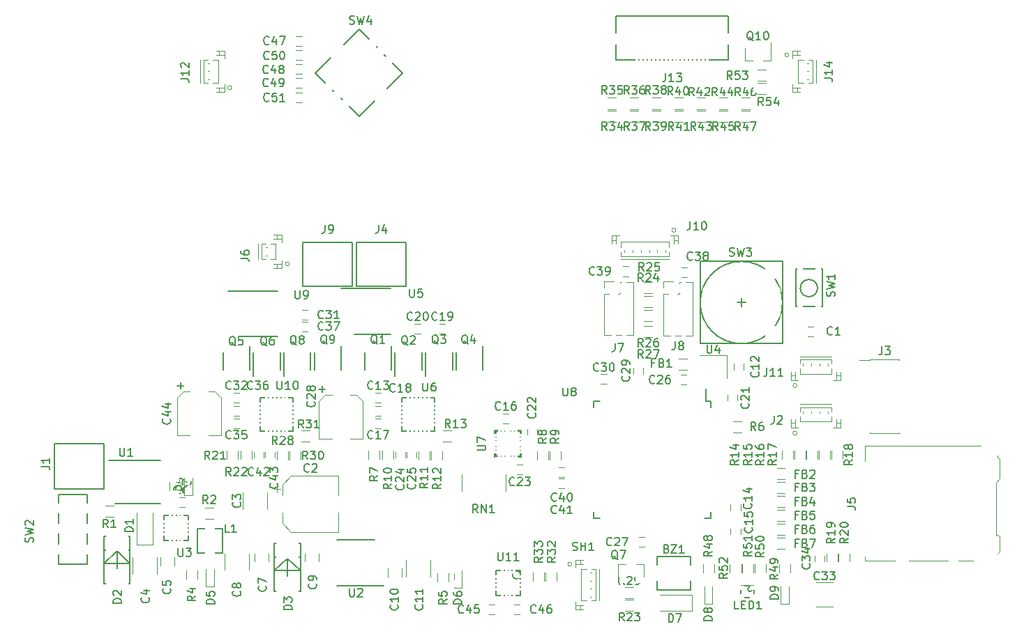
<source format=gto>
G04 #@! TF.GenerationSoftware,KiCad,Pcbnew,(5.1.6)-1*
G04 #@! TF.CreationDate,2021-05-12T17:59:23+09:00*
G04 #@! TF.ProjectId,MainBoard_v1,4d61696e-426f-4617-9264-5f76312e6b69,rev?*
G04 #@! TF.SameCoordinates,Original*
G04 #@! TF.FileFunction,Legend,Top*
G04 #@! TF.FilePolarity,Positive*
%FSLAX46Y46*%
G04 Gerber Fmt 4.6, Leading zero omitted, Abs format (unit mm)*
G04 Created by KiCad (PCBNEW (5.1.6)-1) date 2021-05-12 17:59:23*
%MOMM*%
%LPD*%
G01*
G04 APERTURE LIST*
%ADD10C,0.120000*%
%ADD11C,0.150000*%
%ADD12C,0.100000*%
%ADD13R,0.602000X1.002000*%
%ADD14R,0.702000X1.652000*%
%ADD15R,1.302000X1.902000*%
%ADD16R,2.502000X0.842000*%
%ADD17R,0.902000X0.852000*%
%ADD18R,1.602000X0.552000*%
%ADD19C,0.312000*%
%ADD20R,1.602000X1.602000*%
%ADD21R,0.342000X1.102000*%
%ADD22R,1.102000X0.342000*%
%ADD23R,2.902000X2.902000*%
%ADD24R,0.402000X1.102000*%
%ADD25R,1.102000X0.402000*%
%ADD26R,1.602000X1.902000*%
%ADD27R,2.602000X1.102000*%
%ADD28R,1.352000X1.102000*%
%ADD29R,0.852000X0.902000*%
%ADD30R,1.702000X3.102000*%
%ADD31R,1.102000X2.602000*%
%ADD32R,1.202000X1.202000*%
%ADD33R,2.836000X2.261000*%
%ADD34R,0.902000X0.902000*%
%ADD35R,2.102000X2.102000*%
%ADD36C,2.102000*%
%ADD37R,1.302000X0.802000*%
%ADD38R,1.302000X1.102000*%
%ADD39R,0.902000X1.102000*%
%ADD40R,2.902000X1.102000*%
%ADD41R,2.002000X1.402000*%
%ADD42R,1.652000X0.702000*%
%ADD43R,1.902000X1.302000*%
%ADD44R,1.102000X1.102000*%
%ADD45O,1.102000X1.102000*%
%ADD46R,2.102000X1.402000*%
%ADD47R,1.302000X1.602000*%
%ADD48R,0.852000X0.602000*%
%ADD49R,1.626000X1.626000*%
%ADD50C,1.626000*%
%ADD51R,0.352000X0.802000*%
%ADD52R,1.292000X0.932000*%
%ADD53R,0.902000X1.002000*%
%ADD54R,1.002000X0.602000*%
%ADD55R,1.002000X1.002000*%
%ADD56R,0.752000X1.702000*%
%ADD57R,0.752000X1.602000*%
%ADD58R,1.602000X1.302000*%
%ADD59C,1.902000*%
%ADD60R,1.372000X0.712000*%
%ADD61R,1.122000X0.712000*%
%ADD62R,3.912000X4.012000*%
%ADD63R,1.252000X1.102000*%
%ADD64R,0.902000X0.302000*%
%ADD65R,0.902000X0.977000*%
%ADD66R,0.302000X0.902000*%
%ADD67R,0.302000X0.802000*%
%ADD68R,0.802000X0.302000*%
%ADD69R,0.382000X1.602000*%
%ADD70R,1.602000X0.382000*%
%ADD71R,1.572000X0.997000*%
%ADD72R,1.152000X0.552000*%
G04 APERTURE END LIST*
D10*
X123910000Y-127210000D02*
X123910000Y-124860000D01*
X123910000Y-120390000D02*
X123910000Y-122740000D01*
X118154437Y-120390000D02*
X123910000Y-120390000D01*
X118154437Y-127210000D02*
X123910000Y-127210000D01*
X117090000Y-126145563D02*
X117090000Y-124860000D01*
X117090000Y-121454437D02*
X117090000Y-122740000D01*
X117090000Y-121454437D02*
X118154437Y-120390000D01*
X117090000Y-126145563D02*
X118154437Y-127210000D01*
X116062500Y-121952500D02*
X116850000Y-121952500D01*
X116456250Y-121558750D02*
X116456250Y-122346250D01*
D11*
X121096699Y-71400000D02*
X126400000Y-66096699D01*
X126400000Y-66096699D02*
X131703301Y-71400000D01*
X131703301Y-71400000D02*
X126400000Y-76703301D01*
X126400000Y-76703301D02*
X121096699Y-71400000D01*
D10*
X163000000Y-75780000D02*
X162000000Y-75780000D01*
X162000000Y-74420000D02*
X163000000Y-74420000D01*
X183300000Y-106737500D02*
X183300000Y-106937500D01*
X182300000Y-106737500D02*
X182300000Y-106937500D01*
X181300000Y-106737500D02*
X181300000Y-106937500D01*
X180300000Y-106737500D02*
X180300000Y-106937500D01*
X183700000Y-107987500D02*
X183700000Y-107337500D01*
X179900000Y-107987500D02*
X183700000Y-107987500D01*
X179900000Y-107337500D02*
X179900000Y-107987500D01*
X183700000Y-106237500D02*
X183700000Y-106737500D01*
X179900000Y-106237500D02*
X183700000Y-106237500D01*
X179900000Y-106737500D02*
X179900000Y-106237500D01*
X184800000Y-108137500D02*
X184300000Y-108137500D01*
X184800000Y-108137500D02*
X184800000Y-108137500D01*
X184300000Y-108137500D02*
X184800000Y-108137500D01*
X184300000Y-108137500D02*
X184300000Y-108137500D01*
X184300000Y-108737500D02*
X184300000Y-108737500D01*
X184300000Y-107737500D02*
X184300000Y-108737500D01*
X184300000Y-107737500D02*
X184300000Y-107737500D01*
X184300000Y-108737500D02*
X184300000Y-107737500D01*
X184800000Y-108737500D02*
X183900000Y-108737500D01*
X184800000Y-107737500D02*
X184800000Y-108737500D01*
X178800000Y-108137500D02*
X179300000Y-108137500D01*
X178800000Y-108137500D02*
X178800000Y-108137500D01*
X179300000Y-108137500D02*
X178800000Y-108137500D01*
X179300000Y-108137500D02*
X179300000Y-108137500D01*
X179300000Y-108737500D02*
X179300000Y-108737500D01*
X179300000Y-107737500D02*
X179300000Y-108737500D01*
X179300000Y-107737500D02*
X179300000Y-107737500D01*
X179300000Y-108737500D02*
X179300000Y-107737500D01*
X178800000Y-108737500D02*
X179700000Y-108737500D01*
X178800000Y-107737500D02*
X178800000Y-108737500D01*
X179900000Y-105837500D02*
X183700000Y-105837500D01*
X179550000Y-109387500D02*
G75*
G03*
X179550000Y-109387500I-250000J0D01*
G01*
X191965000Y-115140000D02*
X191965000Y-115205000D01*
X188435000Y-115140000D02*
X188435000Y-115205000D01*
X191965000Y-106195000D02*
X191965000Y-106260000D01*
X188435000Y-106195000D02*
X188435000Y-106260000D01*
X187110000Y-106260000D02*
X188435000Y-106260000D01*
X188435000Y-115205000D02*
X191965000Y-115205000D01*
X188435000Y-106195000D02*
X191965000Y-106195000D01*
X133850000Y-103100000D02*
X133150000Y-103100000D01*
X133150000Y-101900000D02*
X133850000Y-101900000D01*
D11*
X125800000Y-103125000D02*
X130200000Y-103125000D01*
X124225000Y-97600000D02*
X130200000Y-97600000D01*
X105700000Y-128200000D02*
X102700000Y-128200000D01*
X102700000Y-128200000D02*
X102700000Y-125200000D01*
X102700000Y-125200000D02*
X105700000Y-125200000D01*
X105700000Y-125200000D02*
X105700000Y-128200000D01*
X114400000Y-110900000D02*
X118400000Y-110900000D01*
X118400000Y-110900000D02*
X118400000Y-114900000D01*
X118400000Y-114900000D02*
X114400000Y-114900000D01*
X114400000Y-114900000D02*
X114400000Y-110900000D01*
X131600000Y-110900000D02*
X135600000Y-110900000D01*
X135600000Y-110900000D02*
X135600000Y-114900000D01*
X135600000Y-114900000D02*
X131600000Y-114900000D01*
X131600000Y-114900000D02*
X131600000Y-110900000D01*
X162600000Y-130200000D02*
X166600000Y-130200000D01*
X166600000Y-130200000D02*
X166600000Y-134200000D01*
X166600000Y-134200000D02*
X162600000Y-134200000D01*
X162600000Y-134200000D02*
X162600000Y-130200000D01*
D10*
X180850000Y-102200000D02*
X181550000Y-102200000D01*
X181550000Y-103400000D02*
X180850000Y-103400000D01*
X112320000Y-122400000D02*
X112320000Y-124400000D01*
X115280000Y-124400000D02*
X115280000Y-122400000D01*
X98920000Y-130300000D02*
X98920000Y-132300000D01*
X101880000Y-132300000D02*
X101880000Y-130300000D01*
X102250000Y-130300000D02*
X102250000Y-131300000D01*
X103950000Y-131300000D02*
X103950000Y-130300000D01*
X104550000Y-123000000D02*
X105250000Y-123000000D01*
X105250000Y-124200000D02*
X104550000Y-124200000D01*
X113750000Y-129800000D02*
X113750000Y-130800000D01*
X115450000Y-130800000D02*
X115450000Y-129800000D01*
X110120000Y-129800000D02*
X110120000Y-131800000D01*
X113080000Y-131800000D02*
X113080000Y-129800000D01*
X119850000Y-129800000D02*
X119850000Y-130800000D01*
X121550000Y-130800000D02*
X121550000Y-129800000D01*
X129850000Y-131600000D02*
X129850000Y-132600000D01*
X131550000Y-132600000D02*
X131550000Y-131600000D01*
X132120000Y-130600000D02*
X132120000Y-132600000D01*
X135080000Y-132600000D02*
X135080000Y-130600000D01*
X171900000Y-107450000D02*
X171900000Y-106750000D01*
X173100000Y-106750000D02*
X173100000Y-107450000D01*
X128350000Y-110300000D02*
X129050000Y-110300000D01*
X129050000Y-111500000D02*
X128350000Y-111500000D01*
X172700000Y-123850000D02*
X172700000Y-124550000D01*
X171500000Y-124550000D02*
X171500000Y-123850000D01*
X171500000Y-127450000D02*
X171500000Y-126750000D01*
X172700000Y-126750000D02*
X172700000Y-127450000D01*
X143850000Y-112800000D02*
X144550000Y-112800000D01*
X144550000Y-114000000D02*
X143850000Y-114000000D01*
X128350000Y-113400000D02*
X129050000Y-113400000D01*
X129050000Y-114600000D02*
X128350000Y-114600000D01*
X128350000Y-111900000D02*
X129050000Y-111900000D01*
X129050000Y-113100000D02*
X128350000Y-113100000D01*
X136150000Y-101900000D02*
X136850000Y-101900000D01*
X136850000Y-103100000D02*
X136150000Y-103100000D01*
X171100000Y-111250000D02*
X171100000Y-110550000D01*
X172300000Y-110550000D02*
X172300000Y-111250000D01*
X146800000Y-115350000D02*
X146800000Y-114650000D01*
X148000000Y-114650000D02*
X148000000Y-115350000D01*
X146250000Y-120200000D02*
X145550000Y-120200000D01*
X145550000Y-119000000D02*
X146250000Y-119000000D01*
X132000000Y-117450000D02*
X132000000Y-118150000D01*
X130800000Y-118150000D02*
X130800000Y-117450000D01*
X133400000Y-117450000D02*
X133400000Y-118150000D01*
X132200000Y-118150000D02*
X132200000Y-117450000D01*
X165450000Y-108100000D02*
X166150000Y-108100000D01*
X166150000Y-109300000D02*
X165450000Y-109300000D01*
X161050000Y-129000000D02*
X160350000Y-129000000D01*
X160350000Y-127800000D02*
X161050000Y-127800000D01*
X121530000Y-111290000D02*
X121530000Y-115870000D01*
X122290000Y-110530000D02*
X121530000Y-111290000D01*
X126870000Y-111290000D02*
X126110000Y-110530000D01*
X126870000Y-115870000D02*
X126870000Y-111290000D01*
X126110000Y-110530000D02*
X125320000Y-110530000D01*
X122290000Y-110530000D02*
X123080000Y-110530000D01*
X126870000Y-115870000D02*
X125320000Y-115870000D01*
X121530000Y-115870000D02*
X123080000Y-115870000D01*
X159700000Y-107950000D02*
X159700000Y-107250000D01*
X160900000Y-107250000D02*
X160900000Y-107950000D01*
X156450000Y-109200000D02*
X155750000Y-109200000D01*
X155750000Y-108000000D02*
X156450000Y-108000000D01*
X120150000Y-101400000D02*
X119450000Y-101400000D01*
X119450000Y-100200000D02*
X120150000Y-100200000D01*
X111150000Y-110300000D02*
X111850000Y-110300000D01*
X111850000Y-111500000D02*
X111150000Y-111500000D01*
X181900000Y-136280000D02*
X183900000Y-136280000D01*
X183900000Y-133320000D02*
X181900000Y-133320000D01*
X182900000Y-130050000D02*
X182900000Y-130750000D01*
X181700000Y-130750000D02*
X181700000Y-130050000D01*
X111150000Y-113400000D02*
X111850000Y-113400000D01*
X111850000Y-114600000D02*
X111150000Y-114600000D01*
X111150000Y-111900000D02*
X111850000Y-111900000D01*
X111850000Y-113100000D02*
X111150000Y-113100000D01*
X119450000Y-101600000D02*
X120150000Y-101600000D01*
X120150000Y-102800000D02*
X119450000Y-102800000D01*
X166250000Y-96200000D02*
X165550000Y-96200000D01*
X165550000Y-95000000D02*
X166250000Y-95000000D01*
X159100000Y-96100000D02*
X158400000Y-96100000D01*
X158400000Y-94900000D02*
X159100000Y-94900000D01*
X150650000Y-119300000D02*
X151350000Y-119300000D01*
X151350000Y-120500000D02*
X150650000Y-120500000D01*
X151350000Y-121900000D02*
X150650000Y-121900000D01*
X150650000Y-120700000D02*
X151350000Y-120700000D01*
X114800000Y-117450000D02*
X114800000Y-118150000D01*
X113600000Y-118150000D02*
X113600000Y-117450000D01*
X116200000Y-117450000D02*
X116200000Y-118150000D01*
X115000000Y-118150000D02*
X115000000Y-117450000D01*
X104330000Y-110890000D02*
X104330000Y-115470000D01*
X105090000Y-110130000D02*
X104330000Y-110890000D01*
X109670000Y-110890000D02*
X108910000Y-110130000D01*
X109670000Y-115470000D02*
X109670000Y-110890000D01*
X108910000Y-110130000D02*
X108120000Y-110130000D01*
X105090000Y-110130000D02*
X105880000Y-110130000D01*
X109670000Y-115470000D02*
X108120000Y-115470000D01*
X104330000Y-115470000D02*
X105880000Y-115470000D01*
X142150000Y-136000000D02*
X142850000Y-136000000D01*
X142850000Y-137200000D02*
X142150000Y-137200000D01*
X145200000Y-136000000D02*
X145900000Y-136000000D01*
X145900000Y-137200000D02*
X145200000Y-137200000D01*
X119450000Y-68100000D02*
X118750000Y-68100000D01*
X118750000Y-66900000D02*
X119450000Y-66900000D01*
X119450000Y-71500000D02*
X118750000Y-71500000D01*
X118750000Y-70300000D02*
X119450000Y-70300000D01*
X119450000Y-73200000D02*
X118750000Y-73200000D01*
X118750000Y-72000000D02*
X119450000Y-72000000D01*
X119450000Y-69800000D02*
X118750000Y-69800000D01*
X118750000Y-68600000D02*
X119450000Y-68600000D01*
X119450000Y-75000000D02*
X118750000Y-75000000D01*
X118750000Y-73800000D02*
X119450000Y-73800000D01*
X99400000Y-128700000D02*
X99400000Y-124850000D01*
X101400000Y-128700000D02*
X101400000Y-124850000D01*
X99400000Y-128700000D02*
X101400000Y-128700000D01*
D11*
X98600000Y-127700000D02*
X95400000Y-127700000D01*
X95400000Y-127700000D02*
X95400000Y-133500000D01*
X95400000Y-133500000D02*
X98600000Y-133500000D01*
X98600000Y-133500000D02*
X98600000Y-127700000D01*
X98600000Y-131000000D02*
X97000000Y-129500000D01*
X97000000Y-129500000D02*
X95400000Y-131000000D01*
X95400000Y-131000000D02*
X98600000Y-131000000D01*
X97000000Y-129400000D02*
X98600000Y-129400000D01*
X98600000Y-129400000D02*
X95400000Y-129400000D01*
X97000000Y-127700000D02*
X97000000Y-133500000D01*
X119300000Y-128600000D02*
X116100000Y-128600000D01*
X116100000Y-128600000D02*
X116100000Y-134400000D01*
X116100000Y-134400000D02*
X119300000Y-134400000D01*
X119300000Y-134400000D02*
X119300000Y-128600000D01*
X119300000Y-131900000D02*
X117700000Y-130400000D01*
X117700000Y-130400000D02*
X116100000Y-131900000D01*
X116100000Y-131900000D02*
X119300000Y-131900000D01*
X117700000Y-130300000D02*
X119300000Y-130300000D01*
X119300000Y-130300000D02*
X116100000Y-130300000D01*
X117700000Y-128600000D02*
X117700000Y-134400000D01*
D10*
X105200000Y-122700000D02*
X105200000Y-120600000D01*
X106200000Y-122700000D02*
X106200000Y-120600000D01*
X105200000Y-122700000D02*
X106200000Y-122700000D01*
X107800000Y-133800000D02*
X107800000Y-131700000D01*
X108800000Y-133800000D02*
X108800000Y-131700000D01*
X107800000Y-133800000D02*
X108800000Y-133800000D01*
X137900000Y-134000000D02*
X137900000Y-131900000D01*
X138900000Y-134000000D02*
X138900000Y-131900000D01*
X137900000Y-134000000D02*
X138900000Y-134000000D01*
X166800000Y-136800000D02*
X162950000Y-136800000D01*
X166800000Y-134800000D02*
X162950000Y-134800000D01*
X166800000Y-136800000D02*
X166800000Y-134800000D01*
X168300000Y-135900000D02*
X168300000Y-133800000D01*
X169300000Y-135900000D02*
X169300000Y-133800000D01*
X168300000Y-135900000D02*
X169300000Y-135900000D01*
X177600000Y-135900000D02*
X177600000Y-133800000D01*
X178600000Y-135900000D02*
X178600000Y-133800000D01*
X177600000Y-135900000D02*
X178600000Y-135900000D01*
X165200000Y-106120000D02*
X166200000Y-106120000D01*
X166200000Y-107480000D02*
X165200000Y-107480000D01*
X178100000Y-120780000D02*
X177100000Y-120780000D01*
X177100000Y-119420000D02*
X178100000Y-119420000D01*
X178100000Y-122480000D02*
X177100000Y-122480000D01*
X177100000Y-121120000D02*
X178100000Y-121120000D01*
X178100000Y-124180000D02*
X177100000Y-124180000D01*
X177100000Y-122820000D02*
X178100000Y-122820000D01*
X178100000Y-125880000D02*
X177100000Y-125880000D01*
X177100000Y-124520000D02*
X178100000Y-124520000D01*
X178100000Y-127580000D02*
X177100000Y-127580000D01*
X177100000Y-126220000D02*
X178100000Y-126220000D01*
X178100000Y-129280000D02*
X177100000Y-129280000D01*
X177100000Y-127920000D02*
X178100000Y-127920000D01*
D11*
X89400000Y-122000000D02*
X89400000Y-116500000D01*
X89400000Y-116500000D02*
X95400000Y-116500000D01*
X95400000Y-122000000D02*
X95400000Y-116500000D01*
X89400000Y-122000000D02*
X95400000Y-122000000D01*
D10*
X183300000Y-112537500D02*
X183300000Y-112737500D01*
X182300000Y-112537500D02*
X182300000Y-112737500D01*
X181300000Y-112537500D02*
X181300000Y-112737500D01*
X180300000Y-112537500D02*
X180300000Y-112737500D01*
X183700000Y-113787500D02*
X183700000Y-113137500D01*
X179900000Y-113787500D02*
X183700000Y-113787500D01*
X179900000Y-113137500D02*
X179900000Y-113787500D01*
X183700000Y-112037500D02*
X183700000Y-112537500D01*
X179900000Y-112037500D02*
X183700000Y-112037500D01*
X179900000Y-112537500D02*
X179900000Y-112037500D01*
X184800000Y-113937500D02*
X184300000Y-113937500D01*
X184800000Y-113937500D02*
X184800000Y-113937500D01*
X184300000Y-113937500D02*
X184800000Y-113937500D01*
X184300000Y-113937500D02*
X184300000Y-113937500D01*
X184300000Y-114537500D02*
X184300000Y-114537500D01*
X184300000Y-113537500D02*
X184300000Y-114537500D01*
X184300000Y-113537500D02*
X184300000Y-113537500D01*
X184300000Y-114537500D02*
X184300000Y-113537500D01*
X184800000Y-114537500D02*
X183900000Y-114537500D01*
X184800000Y-113537500D02*
X184800000Y-114537500D01*
X178800000Y-113937500D02*
X179300000Y-113937500D01*
X178800000Y-113937500D02*
X178800000Y-113937500D01*
X179300000Y-113937500D02*
X178800000Y-113937500D01*
X179300000Y-113937500D02*
X179300000Y-113937500D01*
X179300000Y-114537500D02*
X179300000Y-114537500D01*
X179300000Y-113537500D02*
X179300000Y-114537500D01*
X179300000Y-113537500D02*
X179300000Y-113537500D01*
X179300000Y-114537500D02*
X179300000Y-113537500D01*
X178800000Y-114537500D02*
X179700000Y-114537500D01*
X178800000Y-113537500D02*
X178800000Y-114537500D01*
X179900000Y-111637500D02*
X183700000Y-111637500D01*
X179550000Y-115187500D02*
G75*
G03*
X179550000Y-115187500I-250000J0D01*
G01*
X187840000Y-118600000D02*
X187840000Y-116680000D01*
X187840000Y-116680000D02*
X201850000Y-116680000D01*
X187840000Y-130200000D02*
X187840000Y-130650000D01*
X187840000Y-130650000D02*
X191450000Y-130650000D01*
X204110000Y-118360000D02*
X204110000Y-120670000D01*
X204110000Y-129620000D02*
X204110000Y-127760000D01*
X204110000Y-129620000D02*
X203910000Y-129820000D01*
X193150000Y-130650000D02*
X197850000Y-130650000D01*
X199150000Y-130650000D02*
X200950000Y-130650000D01*
X203760000Y-127550000D02*
X203760000Y-121180000D01*
X203760000Y-127550000D02*
X203910000Y-127550000D01*
X204110000Y-127760000D02*
X203910000Y-127550000D01*
X204110000Y-118360000D02*
X203910000Y-118160000D01*
X203910000Y-118160000D02*
X203910000Y-117900000D01*
X204110000Y-120670000D02*
X203760000Y-121180000D01*
X115037500Y-92600000D02*
X115237500Y-92600000D01*
X115037500Y-93600000D02*
X115237500Y-93600000D01*
X116287500Y-92200000D02*
X115637500Y-92200000D01*
X116287500Y-94000000D02*
X116287500Y-92200000D01*
X115637500Y-94000000D02*
X116287500Y-94000000D01*
X114537500Y-92200000D02*
X115037500Y-92200000D01*
X114537500Y-94000000D02*
X114537500Y-92200000D01*
X115037500Y-94000000D02*
X114537500Y-94000000D01*
X116437500Y-91100000D02*
X116437500Y-91600000D01*
X116437500Y-91100000D02*
X116437500Y-91100000D01*
X116437500Y-91600000D02*
X116437500Y-91100000D01*
X116437500Y-91600000D02*
X116437500Y-91600000D01*
X117037500Y-91600000D02*
X117037500Y-91600000D01*
X116037500Y-91600000D02*
X117037500Y-91600000D01*
X116037500Y-91600000D02*
X116037500Y-91600000D01*
X117037500Y-91600000D02*
X116037500Y-91600000D01*
X117037500Y-91100000D02*
X117037500Y-92000000D01*
X116037500Y-91100000D02*
X117037500Y-91100000D01*
X116437500Y-95100000D02*
X116437500Y-94600000D01*
X116437500Y-95100000D02*
X116437500Y-95100000D01*
X116437500Y-94600000D02*
X116437500Y-95100000D01*
X116437500Y-94600000D02*
X116437500Y-94600000D01*
X117037500Y-94600000D02*
X117037500Y-94600000D01*
X116037500Y-94600000D02*
X117037500Y-94600000D01*
X116037500Y-94600000D02*
X116037500Y-94600000D01*
X117037500Y-94600000D02*
X116037500Y-94600000D01*
X117037500Y-95100000D02*
X117037500Y-94200000D01*
X116037500Y-95100000D02*
X117037500Y-95100000D01*
X114137500Y-94000000D02*
X114137500Y-92200000D01*
X117937500Y-94600000D02*
G75*
G03*
X117937500Y-94600000I-250000J0D01*
G01*
X156170000Y-96740000D02*
X157300000Y-96740000D01*
X156170000Y-97500000D02*
X156170000Y-96740000D01*
X158877530Y-96805000D02*
X159700000Y-96805000D01*
X158060000Y-96805000D02*
X158262470Y-96805000D01*
X158060000Y-96936529D02*
X158060000Y-96805000D01*
X158060000Y-98206529D02*
X158060000Y-98063471D01*
X157863471Y-98260000D02*
X158006529Y-98260000D01*
X156170000Y-98260000D02*
X156736529Y-98260000D01*
X159700000Y-96805000D02*
X159700000Y-103275000D01*
X156170000Y-98260000D02*
X156170000Y-103275000D01*
X157607530Y-103275000D02*
X158262470Y-103275000D01*
X158877530Y-103275000D02*
X159700000Y-103275000D01*
X156170000Y-103275000D02*
X156992470Y-103275000D01*
X163370000Y-96760000D02*
X164500000Y-96760000D01*
X163370000Y-97520000D02*
X163370000Y-96760000D01*
X166077530Y-96825000D02*
X166900000Y-96825000D01*
X165260000Y-96825000D02*
X165462470Y-96825000D01*
X165260000Y-96956529D02*
X165260000Y-96825000D01*
X165260000Y-98226529D02*
X165260000Y-98083471D01*
X165063471Y-98280000D02*
X165206529Y-98280000D01*
X163370000Y-98280000D02*
X163936529Y-98280000D01*
X166900000Y-96825000D02*
X166900000Y-103295000D01*
X163370000Y-98280000D02*
X163370000Y-103295000D01*
X164807530Y-103295000D02*
X165462470Y-103295000D01*
X166077530Y-103295000D02*
X166900000Y-103295000D01*
X163370000Y-103295000D02*
X164192470Y-103295000D01*
X158600000Y-93162500D02*
X158600000Y-92962500D01*
X159600000Y-93162500D02*
X159600000Y-92962500D01*
X160600000Y-93162500D02*
X160600000Y-92962500D01*
X161600000Y-93162500D02*
X161600000Y-92962500D01*
X162600000Y-93162500D02*
X162600000Y-92962500D01*
X163600000Y-93162500D02*
X163600000Y-92962500D01*
X158200000Y-91912500D02*
X158200000Y-92562500D01*
X164000000Y-91912500D02*
X158200000Y-91912500D01*
X164000000Y-92562500D02*
X164000000Y-91912500D01*
X158200000Y-93662500D02*
X158200000Y-93162500D01*
X164000000Y-93662500D02*
X158200000Y-93662500D01*
X164000000Y-93162500D02*
X164000000Y-93662500D01*
X157100000Y-91762500D02*
X157600000Y-91762500D01*
X157100000Y-91762500D02*
X157100000Y-91762500D01*
X157600000Y-91762500D02*
X157100000Y-91762500D01*
X157600000Y-91762500D02*
X157600000Y-91762500D01*
X157600000Y-91162500D02*
X157600000Y-91162500D01*
X157600000Y-92162500D02*
X157600000Y-91162500D01*
X157600000Y-92162500D02*
X157600000Y-92162500D01*
X157600000Y-91162500D02*
X157600000Y-92162500D01*
X157100000Y-91162500D02*
X158000000Y-91162500D01*
X157100000Y-92162500D02*
X157100000Y-91162500D01*
X165100000Y-91762500D02*
X164600000Y-91762500D01*
X165100000Y-91762500D02*
X165100000Y-91762500D01*
X164600000Y-91762500D02*
X165100000Y-91762500D01*
X164600000Y-91762500D02*
X164600000Y-91762500D01*
X164600000Y-91162500D02*
X164600000Y-91162500D01*
X164600000Y-92162500D02*
X164600000Y-91162500D01*
X164600000Y-92162500D02*
X164600000Y-92162500D01*
X164600000Y-91162500D02*
X164600000Y-92162500D01*
X165100000Y-91162500D02*
X164200000Y-91162500D01*
X165100000Y-92162500D02*
X165100000Y-91162500D01*
X164000000Y-94062500D02*
X158200000Y-94062500D01*
X164850000Y-90512500D02*
G75*
G03*
X164850000Y-90512500I-250000J0D01*
G01*
X108037500Y-70200000D02*
X108237500Y-70200000D01*
X108037500Y-71200000D02*
X108237500Y-71200000D01*
X108037500Y-72200000D02*
X108237500Y-72200000D01*
X109287500Y-69800000D02*
X108637500Y-69800000D01*
X109287500Y-72600000D02*
X109287500Y-69800000D01*
X108637500Y-72600000D02*
X109287500Y-72600000D01*
X107537500Y-69800000D02*
X108037500Y-69800000D01*
X107537500Y-72600000D02*
X107537500Y-69800000D01*
X108037500Y-72600000D02*
X107537500Y-72600000D01*
X109437500Y-68700000D02*
X109437500Y-69200000D01*
X109437500Y-68700000D02*
X109437500Y-68700000D01*
X109437500Y-69200000D02*
X109437500Y-68700000D01*
X109437500Y-69200000D02*
X109437500Y-69200000D01*
X110037500Y-69200000D02*
X110037500Y-69200000D01*
X109037500Y-69200000D02*
X110037500Y-69200000D01*
X109037500Y-69200000D02*
X109037500Y-69200000D01*
X110037500Y-69200000D02*
X109037500Y-69200000D01*
X110037500Y-68700000D02*
X110037500Y-69600000D01*
X109037500Y-68700000D02*
X110037500Y-68700000D01*
X109437500Y-73700000D02*
X109437500Y-73200000D01*
X109437500Y-73700000D02*
X109437500Y-73700000D01*
X109437500Y-73200000D02*
X109437500Y-73700000D01*
X109437500Y-73200000D02*
X109437500Y-73200000D01*
X110037500Y-73200000D02*
X110037500Y-73200000D01*
X109037500Y-73200000D02*
X110037500Y-73200000D01*
X109037500Y-73200000D02*
X109037500Y-73200000D01*
X110037500Y-73200000D02*
X109037500Y-73200000D01*
X110037500Y-73700000D02*
X110037500Y-72800000D01*
X109037500Y-73700000D02*
X110037500Y-73700000D01*
X107137500Y-72600000D02*
X107137500Y-69800000D01*
X110937500Y-73200000D02*
G75*
G03*
X110937500Y-73200000I-250000J0D01*
G01*
D11*
X157550000Y-69800000D02*
X157550000Y-64500000D01*
X171250000Y-64500000D02*
X157550000Y-64500000D01*
X157550000Y-69800000D02*
X171250000Y-69800000D01*
X171250000Y-69800000D02*
X171250000Y-64500000D01*
D10*
X180962500Y-72200000D02*
X180762500Y-72200000D01*
X180962500Y-71200000D02*
X180762500Y-71200000D01*
X180962500Y-70200000D02*
X180762500Y-70200000D01*
X179712500Y-72600000D02*
X180362500Y-72600000D01*
X179712500Y-69800000D02*
X179712500Y-72600000D01*
X180362500Y-69800000D02*
X179712500Y-69800000D01*
X181462500Y-72600000D02*
X180962500Y-72600000D01*
X181462500Y-69800000D02*
X181462500Y-72600000D01*
X180962500Y-69800000D02*
X181462500Y-69800000D01*
X179562500Y-73700000D02*
X179562500Y-73200000D01*
X179562500Y-73700000D02*
X179562500Y-73700000D01*
X179562500Y-73200000D02*
X179562500Y-73700000D01*
X179562500Y-73200000D02*
X179562500Y-73200000D01*
X178962500Y-73200000D02*
X178962500Y-73200000D01*
X179962500Y-73200000D02*
X178962500Y-73200000D01*
X179962500Y-73200000D02*
X179962500Y-73200000D01*
X178962500Y-73200000D02*
X179962500Y-73200000D01*
X178962500Y-73700000D02*
X178962500Y-72800000D01*
X179962500Y-73700000D02*
X178962500Y-73700000D01*
X179562500Y-68700000D02*
X179562500Y-69200000D01*
X179562500Y-68700000D02*
X179562500Y-68700000D01*
X179562500Y-69200000D02*
X179562500Y-68700000D01*
X179562500Y-69200000D02*
X179562500Y-69200000D01*
X178962500Y-69200000D02*
X178962500Y-69200000D01*
X179962500Y-69200000D02*
X178962500Y-69200000D01*
X179962500Y-69200000D02*
X179962500Y-69200000D01*
X178962500Y-69200000D02*
X179962500Y-69200000D01*
X178962500Y-68700000D02*
X178962500Y-69600000D01*
X179962500Y-68700000D02*
X178962500Y-68700000D01*
X181862500Y-69800000D02*
X181862500Y-72600000D01*
X178562500Y-69200000D02*
G75*
G03*
X178562500Y-69200000I-250000J0D01*
G01*
D11*
X106800000Y-129750000D02*
X106800000Y-126750000D01*
X106800000Y-126750000D02*
X109800000Y-126750000D01*
X109800000Y-126750000D02*
X109800000Y-129750000D01*
X109800000Y-129750000D02*
X106800000Y-129750000D01*
X172700000Y-133700000D02*
X174300000Y-133700000D01*
X174300000Y-133700000D02*
X174300000Y-135200000D01*
X174300000Y-135200000D02*
X172700000Y-135200000D01*
X172700000Y-135200000D02*
X172700000Y-133700000D01*
X174119258Y-134150000D02*
G75*
G03*
X174119258Y-134150000I-269258J0D01*
G01*
X125600000Y-97300000D02*
X125600000Y-92000000D01*
X125600000Y-97300000D02*
X119600000Y-97300000D01*
X119600000Y-94700000D02*
X119600000Y-92000000D01*
X119600000Y-92000000D02*
X125600000Y-92000000D01*
X119600000Y-97300000D02*
X119600000Y-94700000D01*
X130325000Y-104575000D02*
X130325000Y-107450000D01*
X127075000Y-105350000D02*
X127075000Y-107450000D01*
X130775000Y-108225000D02*
X130775000Y-105350000D01*
X134025000Y-107450000D02*
X134025000Y-105350000D01*
X134475000Y-108225000D02*
X134475000Y-105350000D01*
X137725000Y-107450000D02*
X137725000Y-105350000D01*
X141425000Y-104575000D02*
X141425000Y-107450000D01*
X138175000Y-105350000D02*
X138175000Y-107450000D01*
X113125000Y-104575000D02*
X113125000Y-107450000D01*
X109875000Y-105350000D02*
X109875000Y-107450000D01*
X113575000Y-108225000D02*
X113575000Y-105350000D01*
X116825000Y-107450000D02*
X116825000Y-105350000D01*
X117275000Y-108225000D02*
X117275000Y-105350000D01*
X120525000Y-107450000D02*
X120525000Y-105350000D01*
X124225000Y-104575000D02*
X124225000Y-107450000D01*
X120975000Y-105350000D02*
X120975000Y-107450000D01*
D10*
X173220000Y-69860000D02*
X173220000Y-68400000D01*
X176380000Y-69860000D02*
X176380000Y-67700000D01*
X176380000Y-69860000D02*
X175450000Y-69860000D01*
X173220000Y-69860000D02*
X174150000Y-69860000D01*
X95600000Y-124020000D02*
X96600000Y-124020000D01*
X96600000Y-125380000D02*
X95600000Y-125380000D01*
X108700000Y-125580000D02*
X107700000Y-125580000D01*
X107700000Y-124220000D02*
X108700000Y-124220000D01*
X104780000Y-121100000D02*
X104780000Y-122100000D01*
X103420000Y-122100000D02*
X103420000Y-121100000D01*
X106780000Y-131900000D02*
X106780000Y-132900000D01*
X105420000Y-132900000D02*
X105420000Y-131900000D01*
X137280000Y-132200000D02*
X137280000Y-133200000D01*
X135920000Y-133200000D02*
X135920000Y-132200000D01*
X172800000Y-115080000D02*
X171800000Y-115080000D01*
X171800000Y-113720000D02*
X172800000Y-113720000D01*
X128880000Y-117300000D02*
X128880000Y-118300000D01*
X127520000Y-118300000D02*
X127520000Y-117300000D01*
X149380000Y-117400000D02*
X149380000Y-118400000D01*
X148020000Y-118400000D02*
X148020000Y-117400000D01*
X150880000Y-117400000D02*
X150880000Y-118400000D01*
X149520000Y-118400000D02*
X149520000Y-117400000D01*
X129220000Y-118300000D02*
X129220000Y-117300000D01*
X130580000Y-117300000D02*
X130580000Y-118300000D01*
X133620000Y-118400000D02*
X133620000Y-117400000D01*
X134980000Y-117400000D02*
X134980000Y-118400000D01*
X135120000Y-118400000D02*
X135120000Y-117400000D01*
X136480000Y-117400000D02*
X136480000Y-118400000D01*
X136600000Y-114820000D02*
X137600000Y-114820000D01*
X137600000Y-116180000D02*
X136600000Y-116180000D01*
X179080000Y-117300000D02*
X179080000Y-118300000D01*
X177720000Y-118300000D02*
X177720000Y-117300000D01*
X180580000Y-117300000D02*
X180580000Y-118300000D01*
X179220000Y-118300000D02*
X179220000Y-117300000D01*
X182080000Y-117300000D02*
X182080000Y-118300000D01*
X180720000Y-118300000D02*
X180720000Y-117300000D01*
X183580000Y-117300000D02*
X183580000Y-118300000D01*
X182220000Y-118300000D02*
X182220000Y-117300000D01*
X185080000Y-117300000D02*
X185080000Y-118300000D01*
X183720000Y-118300000D02*
X183720000Y-117300000D01*
X184480000Y-129800000D02*
X184480000Y-130800000D01*
X183120000Y-130800000D02*
X183120000Y-129800000D01*
X185980000Y-129800000D02*
X185980000Y-130800000D01*
X184620000Y-130800000D02*
X184620000Y-129800000D01*
X111680000Y-117300000D02*
X111680000Y-118300000D01*
X110320000Y-118300000D02*
X110320000Y-117300000D01*
X112020000Y-118300000D02*
X112020000Y-117300000D01*
X113380000Y-117300000D02*
X113380000Y-118300000D01*
X159700000Y-136780000D02*
X158700000Y-136780000D01*
X158700000Y-135420000D02*
X159700000Y-135420000D01*
X162000000Y-99880000D02*
X161000000Y-99880000D01*
X161000000Y-98520000D02*
X162000000Y-98520000D01*
X162000000Y-98180000D02*
X161000000Y-98180000D01*
X161000000Y-96820000D02*
X162000000Y-96820000D01*
X161000000Y-100220000D02*
X162000000Y-100220000D01*
X162000000Y-101580000D02*
X161000000Y-101580000D01*
X161000000Y-102120000D02*
X162000000Y-102120000D01*
X162000000Y-103480000D02*
X161000000Y-103480000D01*
X116420000Y-118400000D02*
X116420000Y-117400000D01*
X117780000Y-117400000D02*
X117780000Y-118400000D01*
X158700000Y-133920000D02*
X159700000Y-133920000D01*
X159700000Y-135280000D02*
X158700000Y-135280000D01*
X117920000Y-118400000D02*
X117920000Y-117400000D01*
X119280000Y-117400000D02*
X119280000Y-118400000D01*
X119400000Y-114820000D02*
X120400000Y-114820000D01*
X120400000Y-116180000D02*
X119400000Y-116180000D01*
X149020000Y-133100000D02*
X149020000Y-132100000D01*
X150380000Y-132100000D02*
X150380000Y-133100000D01*
X147520000Y-133100000D02*
X147520000Y-132100000D01*
X148880000Y-132100000D02*
X148880000Y-133100000D01*
X157600000Y-77380000D02*
X156600000Y-77380000D01*
X156600000Y-76020000D02*
X157600000Y-76020000D01*
X157600000Y-75780000D02*
X156600000Y-75780000D01*
X156600000Y-74420000D02*
X157600000Y-74420000D01*
X160300000Y-75780000D02*
X159300000Y-75780000D01*
X159300000Y-74420000D02*
X160300000Y-74420000D01*
X160300000Y-77380000D02*
X159300000Y-77380000D01*
X159300000Y-76020000D02*
X160300000Y-76020000D01*
X163000000Y-77380000D02*
X162000000Y-77380000D01*
X162000000Y-76020000D02*
X163000000Y-76020000D01*
X165700000Y-75780000D02*
X164700000Y-75780000D01*
X164700000Y-74420000D02*
X165700000Y-74420000D01*
X165700000Y-77380000D02*
X164700000Y-77380000D01*
X164700000Y-76020000D02*
X165700000Y-76020000D01*
X168400000Y-75780000D02*
X167400000Y-75780000D01*
X167400000Y-74420000D02*
X168400000Y-74420000D01*
X168400000Y-77380000D02*
X167400000Y-77380000D01*
X167400000Y-76020000D02*
X168400000Y-76020000D01*
X171100000Y-75780000D02*
X170100000Y-75780000D01*
X170100000Y-74420000D02*
X171100000Y-74420000D01*
X171100000Y-77380000D02*
X170100000Y-77380000D01*
X170100000Y-76020000D02*
X171100000Y-76020000D01*
X173800000Y-75780000D02*
X172800000Y-75780000D01*
X172800000Y-74420000D02*
X173800000Y-74420000D01*
X173800000Y-77380000D02*
X172800000Y-77380000D01*
X172800000Y-76020000D02*
X173800000Y-76020000D01*
X169480000Y-131100000D02*
X169480000Y-132100000D01*
X168120000Y-132100000D02*
X168120000Y-131100000D01*
X178780000Y-131100000D02*
X178780000Y-132100000D01*
X177420000Y-132100000D02*
X177420000Y-131100000D01*
X174420000Y-132100000D02*
X174420000Y-131100000D01*
X175780000Y-131100000D02*
X175780000Y-132100000D01*
X172920000Y-132100000D02*
X172920000Y-131100000D01*
X174280000Y-131100000D02*
X174280000Y-132100000D01*
X171420000Y-132100000D02*
X171420000Y-131100000D01*
X172780000Y-131100000D02*
X172780000Y-132100000D01*
X174800000Y-71020000D02*
X175800000Y-71020000D01*
X175800000Y-72380000D02*
X174800000Y-72380000D01*
X175800000Y-73980000D02*
X174800000Y-73980000D01*
X174800000Y-72620000D02*
X175800000Y-72620000D01*
X144170000Y-122250000D02*
X144170000Y-120150000D01*
X138830000Y-122250000D02*
X138830000Y-120150000D01*
X154625000Y-135100000D02*
X154425000Y-135100000D01*
X154625000Y-134100000D02*
X154425000Y-134100000D01*
X154625000Y-133100000D02*
X154425000Y-133100000D01*
X154625000Y-132100000D02*
X154425000Y-132100000D01*
X153375000Y-135500000D02*
X154025000Y-135500000D01*
X153375000Y-131700000D02*
X153375000Y-135500000D01*
X154025000Y-131700000D02*
X153375000Y-131700000D01*
X155125000Y-135500000D02*
X154625000Y-135500000D01*
X155125000Y-131700000D02*
X155125000Y-135500000D01*
X154625000Y-131700000D02*
X155125000Y-131700000D01*
X153225000Y-136600000D02*
X153225000Y-136100000D01*
X153225000Y-136600000D02*
X153225000Y-136600000D01*
X153225000Y-136100000D02*
X153225000Y-136600000D01*
X153225000Y-136100000D02*
X153225000Y-136100000D01*
X152625000Y-136100000D02*
X152625000Y-136100000D01*
X153625000Y-136100000D02*
X152625000Y-136100000D01*
X153625000Y-136100000D02*
X153625000Y-136100000D01*
X152625000Y-136100000D02*
X153625000Y-136100000D01*
X152625000Y-136600000D02*
X152625000Y-135700000D01*
X153625000Y-136600000D02*
X152625000Y-136600000D01*
X153225000Y-130600000D02*
X153225000Y-131100000D01*
X153225000Y-130600000D02*
X153225000Y-130600000D01*
X153225000Y-131100000D02*
X153225000Y-130600000D01*
X153225000Y-131100000D02*
X153225000Y-131100000D01*
X152625000Y-131100000D02*
X152625000Y-131100000D01*
X153625000Y-131100000D02*
X152625000Y-131100000D01*
X153625000Y-131100000D02*
X153625000Y-131100000D01*
X152625000Y-131100000D02*
X153625000Y-131100000D01*
X152625000Y-130600000D02*
X152625000Y-131500000D01*
X153625000Y-130600000D02*
X152625000Y-130600000D01*
X155525000Y-131700000D02*
X155525000Y-135500000D01*
X152225000Y-131100000D02*
G75*
G03*
X152225000Y-131100000I-250000J0D01*
G01*
D11*
X179400000Y-99800000D02*
X179400000Y-95200000D01*
X179400000Y-95200000D02*
X182600000Y-95200000D01*
X182600000Y-95200000D02*
X182600000Y-99800000D01*
X182600000Y-99800000D02*
X179400000Y-99800000D01*
X182044031Y-97544030D02*
G75*
G03*
X182044031Y-97544030I-1044031J0D01*
G01*
X89900000Y-122600000D02*
X93400000Y-122600000D01*
X89900000Y-131100000D02*
X89900000Y-122600000D01*
X93400000Y-131100000D02*
X89900000Y-131100000D01*
X93400000Y-122600000D02*
X93400000Y-131100000D01*
X177800000Y-94300000D02*
X177800000Y-104300000D01*
X177800000Y-104300000D02*
X167800000Y-104300000D01*
X167800000Y-104300000D02*
X167800000Y-94300000D01*
X167800000Y-94300000D02*
X177800000Y-94300000D01*
X177800000Y-99300000D02*
G75*
G03*
X177800000Y-99300000I-5000000J0D01*
G01*
X172800000Y-99800000D02*
X172800000Y-98800000D01*
X173300000Y-99300000D02*
X172300000Y-99300000D01*
X96750000Y-123700000D02*
X102250000Y-123700000D01*
X96050000Y-118500000D02*
X102250000Y-118500000D01*
D10*
X171050000Y-105700000D02*
X167750000Y-105700000D01*
X171050000Y-108500000D02*
X171050000Y-105700000D01*
D11*
X142860000Y-118065000D02*
X142860000Y-117665000D01*
X146060000Y-118065000D02*
X145660000Y-118065000D01*
X146060000Y-114865000D02*
X145660000Y-114865000D01*
X142860000Y-114865000D02*
X143260000Y-114865000D01*
X146060000Y-114865000D02*
X146060000Y-115265000D01*
X146060000Y-118065000D02*
X146060000Y-117665000D01*
X142860000Y-114865000D02*
X142860000Y-115265000D01*
X143000000Y-117955000D02*
X143000000Y-114955000D01*
X143000000Y-114955000D02*
X146000000Y-114955000D01*
X146000000Y-114955000D02*
X146000000Y-117955000D01*
X146000000Y-117955000D02*
X143000000Y-117955000D01*
X168475000Y-111275000D02*
X168475000Y-109750000D01*
X169125000Y-125525000D02*
X169125000Y-124765000D01*
X154875000Y-125525000D02*
X154875000Y-124765000D01*
X154875000Y-111275000D02*
X154875000Y-112035000D01*
X169125000Y-111275000D02*
X169125000Y-112035000D01*
X154875000Y-111275000D02*
X155635000Y-111275000D01*
X154875000Y-125525000D02*
X155635000Y-125525000D01*
X169125000Y-125525000D02*
X168365000Y-125525000D01*
X169125000Y-111275000D02*
X168475000Y-111275000D01*
X110525000Y-97900000D02*
X116500000Y-97900000D01*
X112100000Y-103425000D02*
X116500000Y-103425000D01*
X143000000Y-134900000D02*
X146000000Y-134900000D01*
X146000000Y-134900000D02*
X146000000Y-131900000D01*
X146000000Y-131900000D02*
X143000000Y-131900000D01*
X143000000Y-131900000D02*
X143000000Y-134900000D01*
X146000000Y-132400000D02*
G75*
G03*
X146000000Y-132400000I-500000J0D01*
G01*
D10*
X160980000Y-131140000D02*
X160050000Y-131140000D01*
X157820000Y-131140000D02*
X158750000Y-131140000D01*
X157820000Y-131140000D02*
X157820000Y-133300000D01*
X160980000Y-131140000D02*
X160980000Y-132600000D01*
D11*
X128250000Y-128175000D02*
X123750000Y-128175000D01*
X129375000Y-133725000D02*
X123750000Y-133725000D01*
X132100000Y-97300000D02*
X132100000Y-92000000D01*
X132100000Y-97300000D02*
X126100000Y-97300000D01*
X126100000Y-94700000D02*
X126100000Y-92000000D01*
X126100000Y-92000000D02*
X132100000Y-92000000D01*
X126100000Y-97300000D02*
X126100000Y-94700000D01*
X120333333Y-119807142D02*
X120285714Y-119854761D01*
X120142857Y-119902380D01*
X120047619Y-119902380D01*
X119904761Y-119854761D01*
X119809523Y-119759523D01*
X119761904Y-119664285D01*
X119714285Y-119473809D01*
X119714285Y-119330952D01*
X119761904Y-119140476D01*
X119809523Y-119045238D01*
X119904761Y-118950000D01*
X120047619Y-118902380D01*
X120142857Y-118902380D01*
X120285714Y-118950000D01*
X120333333Y-118997619D01*
X120714285Y-118997619D02*
X120761904Y-118950000D01*
X120857142Y-118902380D01*
X121095238Y-118902380D01*
X121190476Y-118950000D01*
X121238095Y-118997619D01*
X121285714Y-119092857D01*
X121285714Y-119188095D01*
X121238095Y-119330952D01*
X120666666Y-119902380D01*
X121285714Y-119902380D01*
X125266666Y-65404761D02*
X125409523Y-65452380D01*
X125647619Y-65452380D01*
X125742857Y-65404761D01*
X125790476Y-65357142D01*
X125838095Y-65261904D01*
X125838095Y-65166666D01*
X125790476Y-65071428D01*
X125742857Y-65023809D01*
X125647619Y-64976190D01*
X125457142Y-64928571D01*
X125361904Y-64880952D01*
X125314285Y-64833333D01*
X125266666Y-64738095D01*
X125266666Y-64642857D01*
X125314285Y-64547619D01*
X125361904Y-64500000D01*
X125457142Y-64452380D01*
X125695238Y-64452380D01*
X125838095Y-64500000D01*
X126171428Y-64452380D02*
X126409523Y-65452380D01*
X126600000Y-64738095D01*
X126790476Y-65452380D01*
X127028571Y-64452380D01*
X127838095Y-64785714D02*
X127838095Y-65452380D01*
X127600000Y-64404761D02*
X127361904Y-65119047D01*
X127980952Y-65119047D01*
X161757142Y-73952380D02*
X161423809Y-73476190D01*
X161185714Y-73952380D02*
X161185714Y-72952380D01*
X161566666Y-72952380D01*
X161661904Y-73000000D01*
X161709523Y-73047619D01*
X161757142Y-73142857D01*
X161757142Y-73285714D01*
X161709523Y-73380952D01*
X161661904Y-73428571D01*
X161566666Y-73476190D01*
X161185714Y-73476190D01*
X162090476Y-72952380D02*
X162709523Y-72952380D01*
X162376190Y-73333333D01*
X162519047Y-73333333D01*
X162614285Y-73380952D01*
X162661904Y-73428571D01*
X162709523Y-73523809D01*
X162709523Y-73761904D01*
X162661904Y-73857142D01*
X162614285Y-73904761D01*
X162519047Y-73952380D01*
X162233333Y-73952380D01*
X162138095Y-73904761D01*
X162090476Y-73857142D01*
X163280952Y-73380952D02*
X163185714Y-73333333D01*
X163138095Y-73285714D01*
X163090476Y-73190476D01*
X163090476Y-73142857D01*
X163138095Y-73047619D01*
X163185714Y-73000000D01*
X163280952Y-72952380D01*
X163471428Y-72952380D01*
X163566666Y-73000000D01*
X163614285Y-73047619D01*
X163661904Y-73142857D01*
X163661904Y-73190476D01*
X163614285Y-73285714D01*
X163566666Y-73333333D01*
X163471428Y-73380952D01*
X163280952Y-73380952D01*
X163185714Y-73428571D01*
X163138095Y-73476190D01*
X163090476Y-73571428D01*
X163090476Y-73761904D01*
X163138095Y-73857142D01*
X163185714Y-73904761D01*
X163280952Y-73952380D01*
X163471428Y-73952380D01*
X163566666Y-73904761D01*
X163614285Y-73857142D01*
X163661904Y-73761904D01*
X163661904Y-73571428D01*
X163614285Y-73476190D01*
X163566666Y-73428571D01*
X163471428Y-73380952D01*
X175890476Y-107252380D02*
X175890476Y-107966666D01*
X175842857Y-108109523D01*
X175747619Y-108204761D01*
X175604761Y-108252380D01*
X175509523Y-108252380D01*
X176890476Y-108252380D02*
X176319047Y-108252380D01*
X176604761Y-108252380D02*
X176604761Y-107252380D01*
X176509523Y-107395238D01*
X176414285Y-107490476D01*
X176319047Y-107538095D01*
X177842857Y-108252380D02*
X177271428Y-108252380D01*
X177557142Y-108252380D02*
X177557142Y-107252380D01*
X177461904Y-107395238D01*
X177366666Y-107490476D01*
X177271428Y-107538095D01*
X189866666Y-104647380D02*
X189866666Y-105361666D01*
X189819047Y-105504523D01*
X189723809Y-105599761D01*
X189580952Y-105647380D01*
X189485714Y-105647380D01*
X190247619Y-104647380D02*
X190866666Y-104647380D01*
X190533333Y-105028333D01*
X190676190Y-105028333D01*
X190771428Y-105075952D01*
X190819047Y-105123571D01*
X190866666Y-105218809D01*
X190866666Y-105456904D01*
X190819047Y-105552142D01*
X190771428Y-105599761D01*
X190676190Y-105647380D01*
X190390476Y-105647380D01*
X190295238Y-105599761D01*
X190247619Y-105552142D01*
X132857142Y-101357142D02*
X132809523Y-101404761D01*
X132666666Y-101452380D01*
X132571428Y-101452380D01*
X132428571Y-101404761D01*
X132333333Y-101309523D01*
X132285714Y-101214285D01*
X132238095Y-101023809D01*
X132238095Y-100880952D01*
X132285714Y-100690476D01*
X132333333Y-100595238D01*
X132428571Y-100500000D01*
X132571428Y-100452380D01*
X132666666Y-100452380D01*
X132809523Y-100500000D01*
X132857142Y-100547619D01*
X133238095Y-100547619D02*
X133285714Y-100500000D01*
X133380952Y-100452380D01*
X133619047Y-100452380D01*
X133714285Y-100500000D01*
X133761904Y-100547619D01*
X133809523Y-100642857D01*
X133809523Y-100738095D01*
X133761904Y-100880952D01*
X133190476Y-101452380D01*
X133809523Y-101452380D01*
X134428571Y-100452380D02*
X134523809Y-100452380D01*
X134619047Y-100500000D01*
X134666666Y-100547619D01*
X134714285Y-100642857D01*
X134761904Y-100833333D01*
X134761904Y-101071428D01*
X134714285Y-101261904D01*
X134666666Y-101357142D01*
X134619047Y-101404761D01*
X134523809Y-101452380D01*
X134428571Y-101452380D01*
X134333333Y-101404761D01*
X134285714Y-101357142D01*
X134238095Y-101261904D01*
X134190476Y-101071428D01*
X134190476Y-100833333D01*
X134238095Y-100642857D01*
X134285714Y-100547619D01*
X134333333Y-100500000D01*
X134428571Y-100452380D01*
X132538095Y-97652380D02*
X132538095Y-98461904D01*
X132585714Y-98557142D01*
X132633333Y-98604761D01*
X132728571Y-98652380D01*
X132919047Y-98652380D01*
X133014285Y-98604761D01*
X133061904Y-98557142D01*
X133109523Y-98461904D01*
X133109523Y-97652380D01*
X134061904Y-97652380D02*
X133585714Y-97652380D01*
X133538095Y-98128571D01*
X133585714Y-98080952D01*
X133680952Y-98033333D01*
X133919047Y-98033333D01*
X134014285Y-98080952D01*
X134061904Y-98128571D01*
X134109523Y-98223809D01*
X134109523Y-98461904D01*
X134061904Y-98557142D01*
X134014285Y-98604761D01*
X133919047Y-98652380D01*
X133680952Y-98652380D01*
X133585714Y-98604761D01*
X133538095Y-98557142D01*
X104438095Y-129152380D02*
X104438095Y-129961904D01*
X104485714Y-130057142D01*
X104533333Y-130104761D01*
X104628571Y-130152380D01*
X104819047Y-130152380D01*
X104914285Y-130104761D01*
X104961904Y-130057142D01*
X105009523Y-129961904D01*
X105009523Y-129152380D01*
X105390476Y-129152380D02*
X106009523Y-129152380D01*
X105676190Y-129533333D01*
X105819047Y-129533333D01*
X105914285Y-129580952D01*
X105961904Y-129628571D01*
X106009523Y-129723809D01*
X106009523Y-129961904D01*
X105961904Y-130057142D01*
X105914285Y-130104761D01*
X105819047Y-130152380D01*
X105533333Y-130152380D01*
X105438095Y-130104761D01*
X105390476Y-130057142D01*
X116461904Y-108852380D02*
X116461904Y-109661904D01*
X116509523Y-109757142D01*
X116557142Y-109804761D01*
X116652380Y-109852380D01*
X116842857Y-109852380D01*
X116938095Y-109804761D01*
X116985714Y-109757142D01*
X117033333Y-109661904D01*
X117033333Y-108852380D01*
X118033333Y-109852380D02*
X117461904Y-109852380D01*
X117747619Y-109852380D02*
X117747619Y-108852380D01*
X117652380Y-108995238D01*
X117557142Y-109090476D01*
X117461904Y-109138095D01*
X118652380Y-108852380D02*
X118747619Y-108852380D01*
X118842857Y-108900000D01*
X118890476Y-108947619D01*
X118938095Y-109042857D01*
X118985714Y-109233333D01*
X118985714Y-109471428D01*
X118938095Y-109661904D01*
X118890476Y-109757142D01*
X118842857Y-109804761D01*
X118747619Y-109852380D01*
X118652380Y-109852380D01*
X118557142Y-109804761D01*
X118509523Y-109757142D01*
X118461904Y-109661904D01*
X118414285Y-109471428D01*
X118414285Y-109233333D01*
X118461904Y-109042857D01*
X118509523Y-108947619D01*
X118557142Y-108900000D01*
X118652380Y-108852380D01*
X134138095Y-109052380D02*
X134138095Y-109861904D01*
X134185714Y-109957142D01*
X134233333Y-110004761D01*
X134328571Y-110052380D01*
X134519047Y-110052380D01*
X134614285Y-110004761D01*
X134661904Y-109957142D01*
X134709523Y-109861904D01*
X134709523Y-109052380D01*
X135614285Y-109052380D02*
X135423809Y-109052380D01*
X135328571Y-109100000D01*
X135280952Y-109147619D01*
X135185714Y-109290476D01*
X135138095Y-109480952D01*
X135138095Y-109861904D01*
X135185714Y-109957142D01*
X135233333Y-110004761D01*
X135328571Y-110052380D01*
X135519047Y-110052380D01*
X135614285Y-110004761D01*
X135661904Y-109957142D01*
X135709523Y-109861904D01*
X135709523Y-109623809D01*
X135661904Y-109528571D01*
X135614285Y-109480952D01*
X135519047Y-109433333D01*
X135328571Y-109433333D01*
X135233333Y-109480952D01*
X135185714Y-109528571D01*
X135138095Y-109623809D01*
X163719047Y-129228571D02*
X163861904Y-129276190D01*
X163909523Y-129323809D01*
X163957142Y-129419047D01*
X163957142Y-129561904D01*
X163909523Y-129657142D01*
X163861904Y-129704761D01*
X163766666Y-129752380D01*
X163385714Y-129752380D01*
X163385714Y-128752380D01*
X163719047Y-128752380D01*
X163814285Y-128800000D01*
X163861904Y-128847619D01*
X163909523Y-128942857D01*
X163909523Y-129038095D01*
X163861904Y-129133333D01*
X163814285Y-129180952D01*
X163719047Y-129228571D01*
X163385714Y-129228571D01*
X164290476Y-128752380D02*
X164957142Y-128752380D01*
X164290476Y-129752380D01*
X164957142Y-129752380D01*
X165861904Y-129752380D02*
X165290476Y-129752380D01*
X165576190Y-129752380D02*
X165576190Y-128752380D01*
X165480952Y-128895238D01*
X165385714Y-128990476D01*
X165290476Y-129038095D01*
X183833333Y-103157142D02*
X183785714Y-103204761D01*
X183642857Y-103252380D01*
X183547619Y-103252380D01*
X183404761Y-103204761D01*
X183309523Y-103109523D01*
X183261904Y-103014285D01*
X183214285Y-102823809D01*
X183214285Y-102680952D01*
X183261904Y-102490476D01*
X183309523Y-102395238D01*
X183404761Y-102300000D01*
X183547619Y-102252380D01*
X183642857Y-102252380D01*
X183785714Y-102300000D01*
X183833333Y-102347619D01*
X184785714Y-103252380D02*
X184214285Y-103252380D01*
X184500000Y-103252380D02*
X184500000Y-102252380D01*
X184404761Y-102395238D01*
X184309523Y-102490476D01*
X184214285Y-102538095D01*
X111957142Y-123566666D02*
X112004761Y-123614285D01*
X112052380Y-123757142D01*
X112052380Y-123852380D01*
X112004761Y-123995238D01*
X111909523Y-124090476D01*
X111814285Y-124138095D01*
X111623809Y-124185714D01*
X111480952Y-124185714D01*
X111290476Y-124138095D01*
X111195238Y-124090476D01*
X111100000Y-123995238D01*
X111052380Y-123852380D01*
X111052380Y-123757142D01*
X111100000Y-123614285D01*
X111147619Y-123566666D01*
X111052380Y-123233333D02*
X111052380Y-122614285D01*
X111433333Y-122947619D01*
X111433333Y-122804761D01*
X111480952Y-122709523D01*
X111528571Y-122661904D01*
X111623809Y-122614285D01*
X111861904Y-122614285D01*
X111957142Y-122661904D01*
X112004761Y-122709523D01*
X112052380Y-122804761D01*
X112052380Y-123090476D01*
X112004761Y-123185714D01*
X111957142Y-123233333D01*
X100857142Y-135166666D02*
X100904761Y-135214285D01*
X100952380Y-135357142D01*
X100952380Y-135452380D01*
X100904761Y-135595238D01*
X100809523Y-135690476D01*
X100714285Y-135738095D01*
X100523809Y-135785714D01*
X100380952Y-135785714D01*
X100190476Y-135738095D01*
X100095238Y-135690476D01*
X100000000Y-135595238D01*
X99952380Y-135452380D01*
X99952380Y-135357142D01*
X100000000Y-135214285D01*
X100047619Y-135166666D01*
X100285714Y-134309523D02*
X100952380Y-134309523D01*
X99904761Y-134547619D02*
X100619047Y-134785714D01*
X100619047Y-134166666D01*
X103457142Y-134066666D02*
X103504761Y-134114285D01*
X103552380Y-134257142D01*
X103552380Y-134352380D01*
X103504761Y-134495238D01*
X103409523Y-134590476D01*
X103314285Y-134638095D01*
X103123809Y-134685714D01*
X102980952Y-134685714D01*
X102790476Y-134638095D01*
X102695238Y-134590476D01*
X102600000Y-134495238D01*
X102552380Y-134352380D01*
X102552380Y-134257142D01*
X102600000Y-134114285D01*
X102647619Y-134066666D01*
X102552380Y-133161904D02*
X102552380Y-133638095D01*
X103028571Y-133685714D01*
X102980952Y-133638095D01*
X102933333Y-133542857D01*
X102933333Y-133304761D01*
X102980952Y-133209523D01*
X103028571Y-133161904D01*
X103123809Y-133114285D01*
X103361904Y-133114285D01*
X103457142Y-133161904D01*
X103504761Y-133209523D01*
X103552380Y-133304761D01*
X103552380Y-133542857D01*
X103504761Y-133638095D01*
X103457142Y-133685714D01*
X104733333Y-122457142D02*
X104685714Y-122504761D01*
X104542857Y-122552380D01*
X104447619Y-122552380D01*
X104304761Y-122504761D01*
X104209523Y-122409523D01*
X104161904Y-122314285D01*
X104114285Y-122123809D01*
X104114285Y-121980952D01*
X104161904Y-121790476D01*
X104209523Y-121695238D01*
X104304761Y-121600000D01*
X104447619Y-121552380D01*
X104542857Y-121552380D01*
X104685714Y-121600000D01*
X104733333Y-121647619D01*
X105590476Y-121552380D02*
X105400000Y-121552380D01*
X105304761Y-121600000D01*
X105257142Y-121647619D01*
X105161904Y-121790476D01*
X105114285Y-121980952D01*
X105114285Y-122361904D01*
X105161904Y-122457142D01*
X105209523Y-122504761D01*
X105304761Y-122552380D01*
X105495238Y-122552380D01*
X105590476Y-122504761D01*
X105638095Y-122457142D01*
X105685714Y-122361904D01*
X105685714Y-122123809D01*
X105638095Y-122028571D01*
X105590476Y-121980952D01*
X105495238Y-121933333D01*
X105304761Y-121933333D01*
X105209523Y-121980952D01*
X105161904Y-122028571D01*
X105114285Y-122123809D01*
X115057142Y-133766666D02*
X115104761Y-133814285D01*
X115152380Y-133957142D01*
X115152380Y-134052380D01*
X115104761Y-134195238D01*
X115009523Y-134290476D01*
X114914285Y-134338095D01*
X114723809Y-134385714D01*
X114580952Y-134385714D01*
X114390476Y-134338095D01*
X114295238Y-134290476D01*
X114200000Y-134195238D01*
X114152380Y-134052380D01*
X114152380Y-133957142D01*
X114200000Y-133814285D01*
X114247619Y-133766666D01*
X114152380Y-133433333D02*
X114152380Y-132766666D01*
X115152380Y-133195238D01*
X111957142Y-134366666D02*
X112004761Y-134414285D01*
X112052380Y-134557142D01*
X112052380Y-134652380D01*
X112004761Y-134795238D01*
X111909523Y-134890476D01*
X111814285Y-134938095D01*
X111623809Y-134985714D01*
X111480952Y-134985714D01*
X111290476Y-134938095D01*
X111195238Y-134890476D01*
X111100000Y-134795238D01*
X111052380Y-134652380D01*
X111052380Y-134557142D01*
X111100000Y-134414285D01*
X111147619Y-134366666D01*
X111480952Y-133795238D02*
X111433333Y-133890476D01*
X111385714Y-133938095D01*
X111290476Y-133985714D01*
X111242857Y-133985714D01*
X111147619Y-133938095D01*
X111100000Y-133890476D01*
X111052380Y-133795238D01*
X111052380Y-133604761D01*
X111100000Y-133509523D01*
X111147619Y-133461904D01*
X111242857Y-133414285D01*
X111290476Y-133414285D01*
X111385714Y-133461904D01*
X111433333Y-133509523D01*
X111480952Y-133604761D01*
X111480952Y-133795238D01*
X111528571Y-133890476D01*
X111576190Y-133938095D01*
X111671428Y-133985714D01*
X111861904Y-133985714D01*
X111957142Y-133938095D01*
X112004761Y-133890476D01*
X112052380Y-133795238D01*
X112052380Y-133604761D01*
X112004761Y-133509523D01*
X111957142Y-133461904D01*
X111861904Y-133414285D01*
X111671428Y-133414285D01*
X111576190Y-133461904D01*
X111528571Y-133509523D01*
X111480952Y-133604761D01*
X121157142Y-133466666D02*
X121204761Y-133514285D01*
X121252380Y-133657142D01*
X121252380Y-133752380D01*
X121204761Y-133895238D01*
X121109523Y-133990476D01*
X121014285Y-134038095D01*
X120823809Y-134085714D01*
X120680952Y-134085714D01*
X120490476Y-134038095D01*
X120395238Y-133990476D01*
X120300000Y-133895238D01*
X120252380Y-133752380D01*
X120252380Y-133657142D01*
X120300000Y-133514285D01*
X120347619Y-133466666D01*
X121252380Y-132990476D02*
X121252380Y-132800000D01*
X121204761Y-132704761D01*
X121157142Y-132657142D01*
X121014285Y-132561904D01*
X120823809Y-132514285D01*
X120442857Y-132514285D01*
X120347619Y-132561904D01*
X120300000Y-132609523D01*
X120252380Y-132704761D01*
X120252380Y-132895238D01*
X120300000Y-132990476D01*
X120347619Y-133038095D01*
X120442857Y-133085714D01*
X120680952Y-133085714D01*
X120776190Y-133038095D01*
X120823809Y-132990476D01*
X120871428Y-132895238D01*
X120871428Y-132704761D01*
X120823809Y-132609523D01*
X120776190Y-132561904D01*
X120680952Y-132514285D01*
X131057142Y-136042857D02*
X131104761Y-136090476D01*
X131152380Y-136233333D01*
X131152380Y-136328571D01*
X131104761Y-136471428D01*
X131009523Y-136566666D01*
X130914285Y-136614285D01*
X130723809Y-136661904D01*
X130580952Y-136661904D01*
X130390476Y-136614285D01*
X130295238Y-136566666D01*
X130200000Y-136471428D01*
X130152380Y-136328571D01*
X130152380Y-136233333D01*
X130200000Y-136090476D01*
X130247619Y-136042857D01*
X131152380Y-135090476D02*
X131152380Y-135661904D01*
X131152380Y-135376190D02*
X130152380Y-135376190D01*
X130295238Y-135471428D01*
X130390476Y-135566666D01*
X130438095Y-135661904D01*
X130152380Y-134471428D02*
X130152380Y-134376190D01*
X130200000Y-134280952D01*
X130247619Y-134233333D01*
X130342857Y-134185714D01*
X130533333Y-134138095D01*
X130771428Y-134138095D01*
X130961904Y-134185714D01*
X131057142Y-134233333D01*
X131104761Y-134280952D01*
X131152380Y-134376190D01*
X131152380Y-134471428D01*
X131104761Y-134566666D01*
X131057142Y-134614285D01*
X130961904Y-134661904D01*
X130771428Y-134709523D01*
X130533333Y-134709523D01*
X130342857Y-134661904D01*
X130247619Y-134614285D01*
X130200000Y-134566666D01*
X130152380Y-134471428D01*
X134057142Y-136042857D02*
X134104761Y-136090476D01*
X134152380Y-136233333D01*
X134152380Y-136328571D01*
X134104761Y-136471428D01*
X134009523Y-136566666D01*
X133914285Y-136614285D01*
X133723809Y-136661904D01*
X133580952Y-136661904D01*
X133390476Y-136614285D01*
X133295238Y-136566666D01*
X133200000Y-136471428D01*
X133152380Y-136328571D01*
X133152380Y-136233333D01*
X133200000Y-136090476D01*
X133247619Y-136042857D01*
X134152380Y-135090476D02*
X134152380Y-135661904D01*
X134152380Y-135376190D02*
X133152380Y-135376190D01*
X133295238Y-135471428D01*
X133390476Y-135566666D01*
X133438095Y-135661904D01*
X134152380Y-134138095D02*
X134152380Y-134709523D01*
X134152380Y-134423809D02*
X133152380Y-134423809D01*
X133295238Y-134519047D01*
X133390476Y-134614285D01*
X133438095Y-134709523D01*
X174857142Y-107742857D02*
X174904761Y-107790476D01*
X174952380Y-107933333D01*
X174952380Y-108028571D01*
X174904761Y-108171428D01*
X174809523Y-108266666D01*
X174714285Y-108314285D01*
X174523809Y-108361904D01*
X174380952Y-108361904D01*
X174190476Y-108314285D01*
X174095238Y-108266666D01*
X174000000Y-108171428D01*
X173952380Y-108028571D01*
X173952380Y-107933333D01*
X174000000Y-107790476D01*
X174047619Y-107742857D01*
X174952380Y-106790476D02*
X174952380Y-107361904D01*
X174952380Y-107076190D02*
X173952380Y-107076190D01*
X174095238Y-107171428D01*
X174190476Y-107266666D01*
X174238095Y-107361904D01*
X174047619Y-106409523D02*
X174000000Y-106361904D01*
X173952380Y-106266666D01*
X173952380Y-106028571D01*
X174000000Y-105933333D01*
X174047619Y-105885714D01*
X174142857Y-105838095D01*
X174238095Y-105838095D01*
X174380952Y-105885714D01*
X174952380Y-106457142D01*
X174952380Y-105838095D01*
X128057142Y-109757142D02*
X128009523Y-109804761D01*
X127866666Y-109852380D01*
X127771428Y-109852380D01*
X127628571Y-109804761D01*
X127533333Y-109709523D01*
X127485714Y-109614285D01*
X127438095Y-109423809D01*
X127438095Y-109280952D01*
X127485714Y-109090476D01*
X127533333Y-108995238D01*
X127628571Y-108900000D01*
X127771428Y-108852380D01*
X127866666Y-108852380D01*
X128009523Y-108900000D01*
X128057142Y-108947619D01*
X129009523Y-109852380D02*
X128438095Y-109852380D01*
X128723809Y-109852380D02*
X128723809Y-108852380D01*
X128628571Y-108995238D01*
X128533333Y-109090476D01*
X128438095Y-109138095D01*
X129342857Y-108852380D02*
X129961904Y-108852380D01*
X129628571Y-109233333D01*
X129771428Y-109233333D01*
X129866666Y-109280952D01*
X129914285Y-109328571D01*
X129961904Y-109423809D01*
X129961904Y-109661904D01*
X129914285Y-109757142D01*
X129866666Y-109804761D01*
X129771428Y-109852380D01*
X129485714Y-109852380D01*
X129390476Y-109804761D01*
X129342857Y-109757142D01*
X173957142Y-123742857D02*
X174004761Y-123790476D01*
X174052380Y-123933333D01*
X174052380Y-124028571D01*
X174004761Y-124171428D01*
X173909523Y-124266666D01*
X173814285Y-124314285D01*
X173623809Y-124361904D01*
X173480952Y-124361904D01*
X173290476Y-124314285D01*
X173195238Y-124266666D01*
X173100000Y-124171428D01*
X173052380Y-124028571D01*
X173052380Y-123933333D01*
X173100000Y-123790476D01*
X173147619Y-123742857D01*
X174052380Y-122790476D02*
X174052380Y-123361904D01*
X174052380Y-123076190D02*
X173052380Y-123076190D01*
X173195238Y-123171428D01*
X173290476Y-123266666D01*
X173338095Y-123361904D01*
X173385714Y-121933333D02*
X174052380Y-121933333D01*
X173004761Y-122171428D02*
X173719047Y-122409523D01*
X173719047Y-121790476D01*
X174057142Y-126642857D02*
X174104761Y-126690476D01*
X174152380Y-126833333D01*
X174152380Y-126928571D01*
X174104761Y-127071428D01*
X174009523Y-127166666D01*
X173914285Y-127214285D01*
X173723809Y-127261904D01*
X173580952Y-127261904D01*
X173390476Y-127214285D01*
X173295238Y-127166666D01*
X173200000Y-127071428D01*
X173152380Y-126928571D01*
X173152380Y-126833333D01*
X173200000Y-126690476D01*
X173247619Y-126642857D01*
X174152380Y-125690476D02*
X174152380Y-126261904D01*
X174152380Y-125976190D02*
X173152380Y-125976190D01*
X173295238Y-126071428D01*
X173390476Y-126166666D01*
X173438095Y-126261904D01*
X173152380Y-124785714D02*
X173152380Y-125261904D01*
X173628571Y-125309523D01*
X173580952Y-125261904D01*
X173533333Y-125166666D01*
X173533333Y-124928571D01*
X173580952Y-124833333D01*
X173628571Y-124785714D01*
X173723809Y-124738095D01*
X173961904Y-124738095D01*
X174057142Y-124785714D01*
X174104761Y-124833333D01*
X174152380Y-124928571D01*
X174152380Y-125166666D01*
X174104761Y-125261904D01*
X174057142Y-125309523D01*
X143557142Y-112257142D02*
X143509523Y-112304761D01*
X143366666Y-112352380D01*
X143271428Y-112352380D01*
X143128571Y-112304761D01*
X143033333Y-112209523D01*
X142985714Y-112114285D01*
X142938095Y-111923809D01*
X142938095Y-111780952D01*
X142985714Y-111590476D01*
X143033333Y-111495238D01*
X143128571Y-111400000D01*
X143271428Y-111352380D01*
X143366666Y-111352380D01*
X143509523Y-111400000D01*
X143557142Y-111447619D01*
X144509523Y-112352380D02*
X143938095Y-112352380D01*
X144223809Y-112352380D02*
X144223809Y-111352380D01*
X144128571Y-111495238D01*
X144033333Y-111590476D01*
X143938095Y-111638095D01*
X145366666Y-111352380D02*
X145176190Y-111352380D01*
X145080952Y-111400000D01*
X145033333Y-111447619D01*
X144938095Y-111590476D01*
X144890476Y-111780952D01*
X144890476Y-112161904D01*
X144938095Y-112257142D01*
X144985714Y-112304761D01*
X145080952Y-112352380D01*
X145271428Y-112352380D01*
X145366666Y-112304761D01*
X145414285Y-112257142D01*
X145461904Y-112161904D01*
X145461904Y-111923809D01*
X145414285Y-111828571D01*
X145366666Y-111780952D01*
X145271428Y-111733333D01*
X145080952Y-111733333D01*
X144985714Y-111780952D01*
X144938095Y-111828571D01*
X144890476Y-111923809D01*
X128057142Y-115757142D02*
X128009523Y-115804761D01*
X127866666Y-115852380D01*
X127771428Y-115852380D01*
X127628571Y-115804761D01*
X127533333Y-115709523D01*
X127485714Y-115614285D01*
X127438095Y-115423809D01*
X127438095Y-115280952D01*
X127485714Y-115090476D01*
X127533333Y-114995238D01*
X127628571Y-114900000D01*
X127771428Y-114852380D01*
X127866666Y-114852380D01*
X128009523Y-114900000D01*
X128057142Y-114947619D01*
X129009523Y-115852380D02*
X128438095Y-115852380D01*
X128723809Y-115852380D02*
X128723809Y-114852380D01*
X128628571Y-114995238D01*
X128533333Y-115090476D01*
X128438095Y-115138095D01*
X129342857Y-114852380D02*
X130009523Y-114852380D01*
X129580952Y-115852380D01*
X130757142Y-110057142D02*
X130709523Y-110104761D01*
X130566666Y-110152380D01*
X130471428Y-110152380D01*
X130328571Y-110104761D01*
X130233333Y-110009523D01*
X130185714Y-109914285D01*
X130138095Y-109723809D01*
X130138095Y-109580952D01*
X130185714Y-109390476D01*
X130233333Y-109295238D01*
X130328571Y-109200000D01*
X130471428Y-109152380D01*
X130566666Y-109152380D01*
X130709523Y-109200000D01*
X130757142Y-109247619D01*
X131709523Y-110152380D02*
X131138095Y-110152380D01*
X131423809Y-110152380D02*
X131423809Y-109152380D01*
X131328571Y-109295238D01*
X131233333Y-109390476D01*
X131138095Y-109438095D01*
X132280952Y-109580952D02*
X132185714Y-109533333D01*
X132138095Y-109485714D01*
X132090476Y-109390476D01*
X132090476Y-109342857D01*
X132138095Y-109247619D01*
X132185714Y-109200000D01*
X132280952Y-109152380D01*
X132471428Y-109152380D01*
X132566666Y-109200000D01*
X132614285Y-109247619D01*
X132661904Y-109342857D01*
X132661904Y-109390476D01*
X132614285Y-109485714D01*
X132566666Y-109533333D01*
X132471428Y-109580952D01*
X132280952Y-109580952D01*
X132185714Y-109628571D01*
X132138095Y-109676190D01*
X132090476Y-109771428D01*
X132090476Y-109961904D01*
X132138095Y-110057142D01*
X132185714Y-110104761D01*
X132280952Y-110152380D01*
X132471428Y-110152380D01*
X132566666Y-110104761D01*
X132614285Y-110057142D01*
X132661904Y-109961904D01*
X132661904Y-109771428D01*
X132614285Y-109676190D01*
X132566666Y-109628571D01*
X132471428Y-109580952D01*
X135857142Y-101357142D02*
X135809523Y-101404761D01*
X135666666Y-101452380D01*
X135571428Y-101452380D01*
X135428571Y-101404761D01*
X135333333Y-101309523D01*
X135285714Y-101214285D01*
X135238095Y-101023809D01*
X135238095Y-100880952D01*
X135285714Y-100690476D01*
X135333333Y-100595238D01*
X135428571Y-100500000D01*
X135571428Y-100452380D01*
X135666666Y-100452380D01*
X135809523Y-100500000D01*
X135857142Y-100547619D01*
X136809523Y-101452380D02*
X136238095Y-101452380D01*
X136523809Y-101452380D02*
X136523809Y-100452380D01*
X136428571Y-100595238D01*
X136333333Y-100690476D01*
X136238095Y-100738095D01*
X137285714Y-101452380D02*
X137476190Y-101452380D01*
X137571428Y-101404761D01*
X137619047Y-101357142D01*
X137714285Y-101214285D01*
X137761904Y-101023809D01*
X137761904Y-100642857D01*
X137714285Y-100547619D01*
X137666666Y-100500000D01*
X137571428Y-100452380D01*
X137380952Y-100452380D01*
X137285714Y-100500000D01*
X137238095Y-100547619D01*
X137190476Y-100642857D01*
X137190476Y-100880952D01*
X137238095Y-100976190D01*
X137285714Y-101023809D01*
X137380952Y-101071428D01*
X137571428Y-101071428D01*
X137666666Y-101023809D01*
X137714285Y-100976190D01*
X137761904Y-100880952D01*
X173657142Y-111542857D02*
X173704761Y-111590476D01*
X173752380Y-111733333D01*
X173752380Y-111828571D01*
X173704761Y-111971428D01*
X173609523Y-112066666D01*
X173514285Y-112114285D01*
X173323809Y-112161904D01*
X173180952Y-112161904D01*
X172990476Y-112114285D01*
X172895238Y-112066666D01*
X172800000Y-111971428D01*
X172752380Y-111828571D01*
X172752380Y-111733333D01*
X172800000Y-111590476D01*
X172847619Y-111542857D01*
X172847619Y-111161904D02*
X172800000Y-111114285D01*
X172752380Y-111019047D01*
X172752380Y-110780952D01*
X172800000Y-110685714D01*
X172847619Y-110638095D01*
X172942857Y-110590476D01*
X173038095Y-110590476D01*
X173180952Y-110638095D01*
X173752380Y-111209523D01*
X173752380Y-110590476D01*
X173752380Y-109638095D02*
X173752380Y-110209523D01*
X173752380Y-109923809D02*
X172752380Y-109923809D01*
X172895238Y-110019047D01*
X172990476Y-110114285D01*
X173038095Y-110209523D01*
X147757142Y-112742857D02*
X147804761Y-112790476D01*
X147852380Y-112933333D01*
X147852380Y-113028571D01*
X147804761Y-113171428D01*
X147709523Y-113266666D01*
X147614285Y-113314285D01*
X147423809Y-113361904D01*
X147280952Y-113361904D01*
X147090476Y-113314285D01*
X146995238Y-113266666D01*
X146900000Y-113171428D01*
X146852380Y-113028571D01*
X146852380Y-112933333D01*
X146900000Y-112790476D01*
X146947619Y-112742857D01*
X146947619Y-112361904D02*
X146900000Y-112314285D01*
X146852380Y-112219047D01*
X146852380Y-111980952D01*
X146900000Y-111885714D01*
X146947619Y-111838095D01*
X147042857Y-111790476D01*
X147138095Y-111790476D01*
X147280952Y-111838095D01*
X147852380Y-112409523D01*
X147852380Y-111790476D01*
X146947619Y-111409523D02*
X146900000Y-111361904D01*
X146852380Y-111266666D01*
X146852380Y-111028571D01*
X146900000Y-110933333D01*
X146947619Y-110885714D01*
X147042857Y-110838095D01*
X147138095Y-110838095D01*
X147280952Y-110885714D01*
X147852380Y-111457142D01*
X147852380Y-110838095D01*
X145257142Y-121457142D02*
X145209523Y-121504761D01*
X145066666Y-121552380D01*
X144971428Y-121552380D01*
X144828571Y-121504761D01*
X144733333Y-121409523D01*
X144685714Y-121314285D01*
X144638095Y-121123809D01*
X144638095Y-120980952D01*
X144685714Y-120790476D01*
X144733333Y-120695238D01*
X144828571Y-120600000D01*
X144971428Y-120552380D01*
X145066666Y-120552380D01*
X145209523Y-120600000D01*
X145257142Y-120647619D01*
X145638095Y-120647619D02*
X145685714Y-120600000D01*
X145780952Y-120552380D01*
X146019047Y-120552380D01*
X146114285Y-120600000D01*
X146161904Y-120647619D01*
X146209523Y-120742857D01*
X146209523Y-120838095D01*
X146161904Y-120980952D01*
X145590476Y-121552380D01*
X146209523Y-121552380D01*
X146542857Y-120552380D02*
X147161904Y-120552380D01*
X146828571Y-120933333D01*
X146971428Y-120933333D01*
X147066666Y-120980952D01*
X147114285Y-121028571D01*
X147161904Y-121123809D01*
X147161904Y-121361904D01*
X147114285Y-121457142D01*
X147066666Y-121504761D01*
X146971428Y-121552380D01*
X146685714Y-121552380D01*
X146590476Y-121504761D01*
X146542857Y-121457142D01*
X131757142Y-121442857D02*
X131804761Y-121490476D01*
X131852380Y-121633333D01*
X131852380Y-121728571D01*
X131804761Y-121871428D01*
X131709523Y-121966666D01*
X131614285Y-122014285D01*
X131423809Y-122061904D01*
X131280952Y-122061904D01*
X131090476Y-122014285D01*
X130995238Y-121966666D01*
X130900000Y-121871428D01*
X130852380Y-121728571D01*
X130852380Y-121633333D01*
X130900000Y-121490476D01*
X130947619Y-121442857D01*
X130947619Y-121061904D02*
X130900000Y-121014285D01*
X130852380Y-120919047D01*
X130852380Y-120680952D01*
X130900000Y-120585714D01*
X130947619Y-120538095D01*
X131042857Y-120490476D01*
X131138095Y-120490476D01*
X131280952Y-120538095D01*
X131852380Y-121109523D01*
X131852380Y-120490476D01*
X131185714Y-119633333D02*
X131852380Y-119633333D01*
X130804761Y-119871428D02*
X131519047Y-120109523D01*
X131519047Y-119490476D01*
X133157142Y-121342857D02*
X133204761Y-121390476D01*
X133252380Y-121533333D01*
X133252380Y-121628571D01*
X133204761Y-121771428D01*
X133109523Y-121866666D01*
X133014285Y-121914285D01*
X132823809Y-121961904D01*
X132680952Y-121961904D01*
X132490476Y-121914285D01*
X132395238Y-121866666D01*
X132300000Y-121771428D01*
X132252380Y-121628571D01*
X132252380Y-121533333D01*
X132300000Y-121390476D01*
X132347619Y-121342857D01*
X132347619Y-120961904D02*
X132300000Y-120914285D01*
X132252380Y-120819047D01*
X132252380Y-120580952D01*
X132300000Y-120485714D01*
X132347619Y-120438095D01*
X132442857Y-120390476D01*
X132538095Y-120390476D01*
X132680952Y-120438095D01*
X133252380Y-121009523D01*
X133252380Y-120390476D01*
X132252380Y-119485714D02*
X132252380Y-119961904D01*
X132728571Y-120009523D01*
X132680952Y-119961904D01*
X132633333Y-119866666D01*
X132633333Y-119628571D01*
X132680952Y-119533333D01*
X132728571Y-119485714D01*
X132823809Y-119438095D01*
X133061904Y-119438095D01*
X133157142Y-119485714D01*
X133204761Y-119533333D01*
X133252380Y-119628571D01*
X133252380Y-119866666D01*
X133204761Y-119961904D01*
X133157142Y-120009523D01*
X162257142Y-109057142D02*
X162209523Y-109104761D01*
X162066666Y-109152380D01*
X161971428Y-109152380D01*
X161828571Y-109104761D01*
X161733333Y-109009523D01*
X161685714Y-108914285D01*
X161638095Y-108723809D01*
X161638095Y-108580952D01*
X161685714Y-108390476D01*
X161733333Y-108295238D01*
X161828571Y-108200000D01*
X161971428Y-108152380D01*
X162066666Y-108152380D01*
X162209523Y-108200000D01*
X162257142Y-108247619D01*
X162638095Y-108247619D02*
X162685714Y-108200000D01*
X162780952Y-108152380D01*
X163019047Y-108152380D01*
X163114285Y-108200000D01*
X163161904Y-108247619D01*
X163209523Y-108342857D01*
X163209523Y-108438095D01*
X163161904Y-108580952D01*
X162590476Y-109152380D01*
X163209523Y-109152380D01*
X164066666Y-108152380D02*
X163876190Y-108152380D01*
X163780952Y-108200000D01*
X163733333Y-108247619D01*
X163638095Y-108390476D01*
X163590476Y-108580952D01*
X163590476Y-108961904D01*
X163638095Y-109057142D01*
X163685714Y-109104761D01*
X163780952Y-109152380D01*
X163971428Y-109152380D01*
X164066666Y-109104761D01*
X164114285Y-109057142D01*
X164161904Y-108961904D01*
X164161904Y-108723809D01*
X164114285Y-108628571D01*
X164066666Y-108580952D01*
X163971428Y-108533333D01*
X163780952Y-108533333D01*
X163685714Y-108580952D01*
X163638095Y-108628571D01*
X163590476Y-108723809D01*
X157057142Y-128757142D02*
X157009523Y-128804761D01*
X156866666Y-128852380D01*
X156771428Y-128852380D01*
X156628571Y-128804761D01*
X156533333Y-128709523D01*
X156485714Y-128614285D01*
X156438095Y-128423809D01*
X156438095Y-128280952D01*
X156485714Y-128090476D01*
X156533333Y-127995238D01*
X156628571Y-127900000D01*
X156771428Y-127852380D01*
X156866666Y-127852380D01*
X157009523Y-127900000D01*
X157057142Y-127947619D01*
X157438095Y-127947619D02*
X157485714Y-127900000D01*
X157580952Y-127852380D01*
X157819047Y-127852380D01*
X157914285Y-127900000D01*
X157961904Y-127947619D01*
X158009523Y-128042857D01*
X158009523Y-128138095D01*
X157961904Y-128280952D01*
X157390476Y-128852380D01*
X158009523Y-128852380D01*
X158342857Y-127852380D02*
X159009523Y-127852380D01*
X158580952Y-128852380D01*
X120957142Y-111342857D02*
X121004761Y-111390476D01*
X121052380Y-111533333D01*
X121052380Y-111628571D01*
X121004761Y-111771428D01*
X120909523Y-111866666D01*
X120814285Y-111914285D01*
X120623809Y-111961904D01*
X120480952Y-111961904D01*
X120290476Y-111914285D01*
X120195238Y-111866666D01*
X120100000Y-111771428D01*
X120052380Y-111628571D01*
X120052380Y-111533333D01*
X120100000Y-111390476D01*
X120147619Y-111342857D01*
X120147619Y-110961904D02*
X120100000Y-110914285D01*
X120052380Y-110819047D01*
X120052380Y-110580952D01*
X120100000Y-110485714D01*
X120147619Y-110438095D01*
X120242857Y-110390476D01*
X120338095Y-110390476D01*
X120480952Y-110438095D01*
X121052380Y-111009523D01*
X121052380Y-110390476D01*
X120480952Y-109819047D02*
X120433333Y-109914285D01*
X120385714Y-109961904D01*
X120290476Y-110009523D01*
X120242857Y-110009523D01*
X120147619Y-109961904D01*
X120100000Y-109914285D01*
X120052380Y-109819047D01*
X120052380Y-109628571D01*
X120100000Y-109533333D01*
X120147619Y-109485714D01*
X120242857Y-109438095D01*
X120290476Y-109438095D01*
X120385714Y-109485714D01*
X120433333Y-109533333D01*
X120480952Y-109628571D01*
X120480952Y-109819047D01*
X120528571Y-109914285D01*
X120576190Y-109961904D01*
X120671428Y-110009523D01*
X120861904Y-110009523D01*
X120957142Y-109961904D01*
X121004761Y-109914285D01*
X121052380Y-109819047D01*
X121052380Y-109628571D01*
X121004761Y-109533333D01*
X120957142Y-109485714D01*
X120861904Y-109438095D01*
X120671428Y-109438095D01*
X120576190Y-109485714D01*
X120528571Y-109533333D01*
X120480952Y-109628571D01*
X121921428Y-110200952D02*
X121921428Y-109439047D01*
X122302380Y-109820000D02*
X121540476Y-109820000D01*
X121921428Y-110200952D02*
X121921428Y-109439047D01*
X122302380Y-109820000D02*
X121540476Y-109820000D01*
X159157142Y-108242857D02*
X159204761Y-108290476D01*
X159252380Y-108433333D01*
X159252380Y-108528571D01*
X159204761Y-108671428D01*
X159109523Y-108766666D01*
X159014285Y-108814285D01*
X158823809Y-108861904D01*
X158680952Y-108861904D01*
X158490476Y-108814285D01*
X158395238Y-108766666D01*
X158300000Y-108671428D01*
X158252380Y-108528571D01*
X158252380Y-108433333D01*
X158300000Y-108290476D01*
X158347619Y-108242857D01*
X158347619Y-107861904D02*
X158300000Y-107814285D01*
X158252380Y-107719047D01*
X158252380Y-107480952D01*
X158300000Y-107385714D01*
X158347619Y-107338095D01*
X158442857Y-107290476D01*
X158538095Y-107290476D01*
X158680952Y-107338095D01*
X159252380Y-107909523D01*
X159252380Y-107290476D01*
X159252380Y-106814285D02*
X159252380Y-106623809D01*
X159204761Y-106528571D01*
X159157142Y-106480952D01*
X159014285Y-106385714D01*
X158823809Y-106338095D01*
X158442857Y-106338095D01*
X158347619Y-106385714D01*
X158300000Y-106433333D01*
X158252380Y-106528571D01*
X158252380Y-106719047D01*
X158300000Y-106814285D01*
X158347619Y-106861904D01*
X158442857Y-106909523D01*
X158680952Y-106909523D01*
X158776190Y-106861904D01*
X158823809Y-106814285D01*
X158871428Y-106719047D01*
X158871428Y-106528571D01*
X158823809Y-106433333D01*
X158776190Y-106385714D01*
X158680952Y-106338095D01*
X155457142Y-107557142D02*
X155409523Y-107604761D01*
X155266666Y-107652380D01*
X155171428Y-107652380D01*
X155028571Y-107604761D01*
X154933333Y-107509523D01*
X154885714Y-107414285D01*
X154838095Y-107223809D01*
X154838095Y-107080952D01*
X154885714Y-106890476D01*
X154933333Y-106795238D01*
X155028571Y-106700000D01*
X155171428Y-106652380D01*
X155266666Y-106652380D01*
X155409523Y-106700000D01*
X155457142Y-106747619D01*
X155790476Y-106652380D02*
X156409523Y-106652380D01*
X156076190Y-107033333D01*
X156219047Y-107033333D01*
X156314285Y-107080952D01*
X156361904Y-107128571D01*
X156409523Y-107223809D01*
X156409523Y-107461904D01*
X156361904Y-107557142D01*
X156314285Y-107604761D01*
X156219047Y-107652380D01*
X155933333Y-107652380D01*
X155838095Y-107604761D01*
X155790476Y-107557142D01*
X157028571Y-106652380D02*
X157123809Y-106652380D01*
X157219047Y-106700000D01*
X157266666Y-106747619D01*
X157314285Y-106842857D01*
X157361904Y-107033333D01*
X157361904Y-107271428D01*
X157314285Y-107461904D01*
X157266666Y-107557142D01*
X157219047Y-107604761D01*
X157123809Y-107652380D01*
X157028571Y-107652380D01*
X156933333Y-107604761D01*
X156885714Y-107557142D01*
X156838095Y-107461904D01*
X156790476Y-107271428D01*
X156790476Y-107033333D01*
X156838095Y-106842857D01*
X156885714Y-106747619D01*
X156933333Y-106700000D01*
X157028571Y-106652380D01*
X122057142Y-101157142D02*
X122009523Y-101204761D01*
X121866666Y-101252380D01*
X121771428Y-101252380D01*
X121628571Y-101204761D01*
X121533333Y-101109523D01*
X121485714Y-101014285D01*
X121438095Y-100823809D01*
X121438095Y-100680952D01*
X121485714Y-100490476D01*
X121533333Y-100395238D01*
X121628571Y-100300000D01*
X121771428Y-100252380D01*
X121866666Y-100252380D01*
X122009523Y-100300000D01*
X122057142Y-100347619D01*
X122390476Y-100252380D02*
X123009523Y-100252380D01*
X122676190Y-100633333D01*
X122819047Y-100633333D01*
X122914285Y-100680952D01*
X122961904Y-100728571D01*
X123009523Y-100823809D01*
X123009523Y-101061904D01*
X122961904Y-101157142D01*
X122914285Y-101204761D01*
X122819047Y-101252380D01*
X122533333Y-101252380D01*
X122438095Y-101204761D01*
X122390476Y-101157142D01*
X123961904Y-101252380D02*
X123390476Y-101252380D01*
X123676190Y-101252380D02*
X123676190Y-100252380D01*
X123580952Y-100395238D01*
X123485714Y-100490476D01*
X123390476Y-100538095D01*
X110857142Y-109757142D02*
X110809523Y-109804761D01*
X110666666Y-109852380D01*
X110571428Y-109852380D01*
X110428571Y-109804761D01*
X110333333Y-109709523D01*
X110285714Y-109614285D01*
X110238095Y-109423809D01*
X110238095Y-109280952D01*
X110285714Y-109090476D01*
X110333333Y-108995238D01*
X110428571Y-108900000D01*
X110571428Y-108852380D01*
X110666666Y-108852380D01*
X110809523Y-108900000D01*
X110857142Y-108947619D01*
X111190476Y-108852380D02*
X111809523Y-108852380D01*
X111476190Y-109233333D01*
X111619047Y-109233333D01*
X111714285Y-109280952D01*
X111761904Y-109328571D01*
X111809523Y-109423809D01*
X111809523Y-109661904D01*
X111761904Y-109757142D01*
X111714285Y-109804761D01*
X111619047Y-109852380D01*
X111333333Y-109852380D01*
X111238095Y-109804761D01*
X111190476Y-109757142D01*
X112190476Y-108947619D02*
X112238095Y-108900000D01*
X112333333Y-108852380D01*
X112571428Y-108852380D01*
X112666666Y-108900000D01*
X112714285Y-108947619D01*
X112761904Y-109042857D01*
X112761904Y-109138095D01*
X112714285Y-109280952D01*
X112142857Y-109852380D01*
X112761904Y-109852380D01*
X182257142Y-132907142D02*
X182209523Y-132954761D01*
X182066666Y-133002380D01*
X181971428Y-133002380D01*
X181828571Y-132954761D01*
X181733333Y-132859523D01*
X181685714Y-132764285D01*
X181638095Y-132573809D01*
X181638095Y-132430952D01*
X181685714Y-132240476D01*
X181733333Y-132145238D01*
X181828571Y-132050000D01*
X181971428Y-132002380D01*
X182066666Y-132002380D01*
X182209523Y-132050000D01*
X182257142Y-132097619D01*
X182590476Y-132002380D02*
X183209523Y-132002380D01*
X182876190Y-132383333D01*
X183019047Y-132383333D01*
X183114285Y-132430952D01*
X183161904Y-132478571D01*
X183209523Y-132573809D01*
X183209523Y-132811904D01*
X183161904Y-132907142D01*
X183114285Y-132954761D01*
X183019047Y-133002380D01*
X182733333Y-133002380D01*
X182638095Y-132954761D01*
X182590476Y-132907142D01*
X183542857Y-132002380D02*
X184161904Y-132002380D01*
X183828571Y-132383333D01*
X183971428Y-132383333D01*
X184066666Y-132430952D01*
X184114285Y-132478571D01*
X184161904Y-132573809D01*
X184161904Y-132811904D01*
X184114285Y-132907142D01*
X184066666Y-132954761D01*
X183971428Y-133002380D01*
X183685714Y-133002380D01*
X183590476Y-132954761D01*
X183542857Y-132907142D01*
X181057142Y-131042857D02*
X181104761Y-131090476D01*
X181152380Y-131233333D01*
X181152380Y-131328571D01*
X181104761Y-131471428D01*
X181009523Y-131566666D01*
X180914285Y-131614285D01*
X180723809Y-131661904D01*
X180580952Y-131661904D01*
X180390476Y-131614285D01*
X180295238Y-131566666D01*
X180200000Y-131471428D01*
X180152380Y-131328571D01*
X180152380Y-131233333D01*
X180200000Y-131090476D01*
X180247619Y-131042857D01*
X180152380Y-130709523D02*
X180152380Y-130090476D01*
X180533333Y-130423809D01*
X180533333Y-130280952D01*
X180580952Y-130185714D01*
X180628571Y-130138095D01*
X180723809Y-130090476D01*
X180961904Y-130090476D01*
X181057142Y-130138095D01*
X181104761Y-130185714D01*
X181152380Y-130280952D01*
X181152380Y-130566666D01*
X181104761Y-130661904D01*
X181057142Y-130709523D01*
X180485714Y-129233333D02*
X181152380Y-129233333D01*
X180104761Y-129471428D02*
X180819047Y-129709523D01*
X180819047Y-129090476D01*
X110857142Y-115757142D02*
X110809523Y-115804761D01*
X110666666Y-115852380D01*
X110571428Y-115852380D01*
X110428571Y-115804761D01*
X110333333Y-115709523D01*
X110285714Y-115614285D01*
X110238095Y-115423809D01*
X110238095Y-115280952D01*
X110285714Y-115090476D01*
X110333333Y-114995238D01*
X110428571Y-114900000D01*
X110571428Y-114852380D01*
X110666666Y-114852380D01*
X110809523Y-114900000D01*
X110857142Y-114947619D01*
X111190476Y-114852380D02*
X111809523Y-114852380D01*
X111476190Y-115233333D01*
X111619047Y-115233333D01*
X111714285Y-115280952D01*
X111761904Y-115328571D01*
X111809523Y-115423809D01*
X111809523Y-115661904D01*
X111761904Y-115757142D01*
X111714285Y-115804761D01*
X111619047Y-115852380D01*
X111333333Y-115852380D01*
X111238095Y-115804761D01*
X111190476Y-115757142D01*
X112714285Y-114852380D02*
X112238095Y-114852380D01*
X112190476Y-115328571D01*
X112238095Y-115280952D01*
X112333333Y-115233333D01*
X112571428Y-115233333D01*
X112666666Y-115280952D01*
X112714285Y-115328571D01*
X112761904Y-115423809D01*
X112761904Y-115661904D01*
X112714285Y-115757142D01*
X112666666Y-115804761D01*
X112571428Y-115852380D01*
X112333333Y-115852380D01*
X112238095Y-115804761D01*
X112190476Y-115757142D01*
X113457142Y-109757142D02*
X113409523Y-109804761D01*
X113266666Y-109852380D01*
X113171428Y-109852380D01*
X113028571Y-109804761D01*
X112933333Y-109709523D01*
X112885714Y-109614285D01*
X112838095Y-109423809D01*
X112838095Y-109280952D01*
X112885714Y-109090476D01*
X112933333Y-108995238D01*
X113028571Y-108900000D01*
X113171428Y-108852380D01*
X113266666Y-108852380D01*
X113409523Y-108900000D01*
X113457142Y-108947619D01*
X113790476Y-108852380D02*
X114409523Y-108852380D01*
X114076190Y-109233333D01*
X114219047Y-109233333D01*
X114314285Y-109280952D01*
X114361904Y-109328571D01*
X114409523Y-109423809D01*
X114409523Y-109661904D01*
X114361904Y-109757142D01*
X114314285Y-109804761D01*
X114219047Y-109852380D01*
X113933333Y-109852380D01*
X113838095Y-109804761D01*
X113790476Y-109757142D01*
X115266666Y-108852380D02*
X115076190Y-108852380D01*
X114980952Y-108900000D01*
X114933333Y-108947619D01*
X114838095Y-109090476D01*
X114790476Y-109280952D01*
X114790476Y-109661904D01*
X114838095Y-109757142D01*
X114885714Y-109804761D01*
X114980952Y-109852380D01*
X115171428Y-109852380D01*
X115266666Y-109804761D01*
X115314285Y-109757142D01*
X115361904Y-109661904D01*
X115361904Y-109423809D01*
X115314285Y-109328571D01*
X115266666Y-109280952D01*
X115171428Y-109233333D01*
X114980952Y-109233333D01*
X114885714Y-109280952D01*
X114838095Y-109328571D01*
X114790476Y-109423809D01*
X122057142Y-102557142D02*
X122009523Y-102604761D01*
X121866666Y-102652380D01*
X121771428Y-102652380D01*
X121628571Y-102604761D01*
X121533333Y-102509523D01*
X121485714Y-102414285D01*
X121438095Y-102223809D01*
X121438095Y-102080952D01*
X121485714Y-101890476D01*
X121533333Y-101795238D01*
X121628571Y-101700000D01*
X121771428Y-101652380D01*
X121866666Y-101652380D01*
X122009523Y-101700000D01*
X122057142Y-101747619D01*
X122390476Y-101652380D02*
X123009523Y-101652380D01*
X122676190Y-102033333D01*
X122819047Y-102033333D01*
X122914285Y-102080952D01*
X122961904Y-102128571D01*
X123009523Y-102223809D01*
X123009523Y-102461904D01*
X122961904Y-102557142D01*
X122914285Y-102604761D01*
X122819047Y-102652380D01*
X122533333Y-102652380D01*
X122438095Y-102604761D01*
X122390476Y-102557142D01*
X123342857Y-101652380D02*
X124009523Y-101652380D01*
X123580952Y-102652380D01*
X166857142Y-94057142D02*
X166809523Y-94104761D01*
X166666666Y-94152380D01*
X166571428Y-94152380D01*
X166428571Y-94104761D01*
X166333333Y-94009523D01*
X166285714Y-93914285D01*
X166238095Y-93723809D01*
X166238095Y-93580952D01*
X166285714Y-93390476D01*
X166333333Y-93295238D01*
X166428571Y-93200000D01*
X166571428Y-93152380D01*
X166666666Y-93152380D01*
X166809523Y-93200000D01*
X166857142Y-93247619D01*
X167190476Y-93152380D02*
X167809523Y-93152380D01*
X167476190Y-93533333D01*
X167619047Y-93533333D01*
X167714285Y-93580952D01*
X167761904Y-93628571D01*
X167809523Y-93723809D01*
X167809523Y-93961904D01*
X167761904Y-94057142D01*
X167714285Y-94104761D01*
X167619047Y-94152380D01*
X167333333Y-94152380D01*
X167238095Y-94104761D01*
X167190476Y-94057142D01*
X168380952Y-93580952D02*
X168285714Y-93533333D01*
X168238095Y-93485714D01*
X168190476Y-93390476D01*
X168190476Y-93342857D01*
X168238095Y-93247619D01*
X168285714Y-93200000D01*
X168380952Y-93152380D01*
X168571428Y-93152380D01*
X168666666Y-93200000D01*
X168714285Y-93247619D01*
X168761904Y-93342857D01*
X168761904Y-93390476D01*
X168714285Y-93485714D01*
X168666666Y-93533333D01*
X168571428Y-93580952D01*
X168380952Y-93580952D01*
X168285714Y-93628571D01*
X168238095Y-93676190D01*
X168190476Y-93771428D01*
X168190476Y-93961904D01*
X168238095Y-94057142D01*
X168285714Y-94104761D01*
X168380952Y-94152380D01*
X168571428Y-94152380D01*
X168666666Y-94104761D01*
X168714285Y-94057142D01*
X168761904Y-93961904D01*
X168761904Y-93771428D01*
X168714285Y-93676190D01*
X168666666Y-93628571D01*
X168571428Y-93580952D01*
X154957142Y-95857142D02*
X154909523Y-95904761D01*
X154766666Y-95952380D01*
X154671428Y-95952380D01*
X154528571Y-95904761D01*
X154433333Y-95809523D01*
X154385714Y-95714285D01*
X154338095Y-95523809D01*
X154338095Y-95380952D01*
X154385714Y-95190476D01*
X154433333Y-95095238D01*
X154528571Y-95000000D01*
X154671428Y-94952380D01*
X154766666Y-94952380D01*
X154909523Y-95000000D01*
X154957142Y-95047619D01*
X155290476Y-94952380D02*
X155909523Y-94952380D01*
X155576190Y-95333333D01*
X155719047Y-95333333D01*
X155814285Y-95380952D01*
X155861904Y-95428571D01*
X155909523Y-95523809D01*
X155909523Y-95761904D01*
X155861904Y-95857142D01*
X155814285Y-95904761D01*
X155719047Y-95952380D01*
X155433333Y-95952380D01*
X155338095Y-95904761D01*
X155290476Y-95857142D01*
X156385714Y-95952380D02*
X156576190Y-95952380D01*
X156671428Y-95904761D01*
X156719047Y-95857142D01*
X156814285Y-95714285D01*
X156861904Y-95523809D01*
X156861904Y-95142857D01*
X156814285Y-95047619D01*
X156766666Y-95000000D01*
X156671428Y-94952380D01*
X156480952Y-94952380D01*
X156385714Y-95000000D01*
X156338095Y-95047619D01*
X156290476Y-95142857D01*
X156290476Y-95380952D01*
X156338095Y-95476190D01*
X156385714Y-95523809D01*
X156480952Y-95571428D01*
X156671428Y-95571428D01*
X156766666Y-95523809D01*
X156814285Y-95476190D01*
X156861904Y-95380952D01*
X150357142Y-123357142D02*
X150309523Y-123404761D01*
X150166666Y-123452380D01*
X150071428Y-123452380D01*
X149928571Y-123404761D01*
X149833333Y-123309523D01*
X149785714Y-123214285D01*
X149738095Y-123023809D01*
X149738095Y-122880952D01*
X149785714Y-122690476D01*
X149833333Y-122595238D01*
X149928571Y-122500000D01*
X150071428Y-122452380D01*
X150166666Y-122452380D01*
X150309523Y-122500000D01*
X150357142Y-122547619D01*
X151214285Y-122785714D02*
X151214285Y-123452380D01*
X150976190Y-122404761D02*
X150738095Y-123119047D01*
X151357142Y-123119047D01*
X151928571Y-122452380D02*
X152023809Y-122452380D01*
X152119047Y-122500000D01*
X152166666Y-122547619D01*
X152214285Y-122642857D01*
X152261904Y-122833333D01*
X152261904Y-123071428D01*
X152214285Y-123261904D01*
X152166666Y-123357142D01*
X152119047Y-123404761D01*
X152023809Y-123452380D01*
X151928571Y-123452380D01*
X151833333Y-123404761D01*
X151785714Y-123357142D01*
X151738095Y-123261904D01*
X151690476Y-123071428D01*
X151690476Y-122833333D01*
X151738095Y-122642857D01*
X151785714Y-122547619D01*
X151833333Y-122500000D01*
X151928571Y-122452380D01*
X150357142Y-124857142D02*
X150309523Y-124904761D01*
X150166666Y-124952380D01*
X150071428Y-124952380D01*
X149928571Y-124904761D01*
X149833333Y-124809523D01*
X149785714Y-124714285D01*
X149738095Y-124523809D01*
X149738095Y-124380952D01*
X149785714Y-124190476D01*
X149833333Y-124095238D01*
X149928571Y-124000000D01*
X150071428Y-123952380D01*
X150166666Y-123952380D01*
X150309523Y-124000000D01*
X150357142Y-124047619D01*
X151214285Y-124285714D02*
X151214285Y-124952380D01*
X150976190Y-123904761D02*
X150738095Y-124619047D01*
X151357142Y-124619047D01*
X152261904Y-124952380D02*
X151690476Y-124952380D01*
X151976190Y-124952380D02*
X151976190Y-123952380D01*
X151880952Y-124095238D01*
X151785714Y-124190476D01*
X151690476Y-124238095D01*
X113557142Y-120257142D02*
X113509523Y-120304761D01*
X113366666Y-120352380D01*
X113271428Y-120352380D01*
X113128571Y-120304761D01*
X113033333Y-120209523D01*
X112985714Y-120114285D01*
X112938095Y-119923809D01*
X112938095Y-119780952D01*
X112985714Y-119590476D01*
X113033333Y-119495238D01*
X113128571Y-119400000D01*
X113271428Y-119352380D01*
X113366666Y-119352380D01*
X113509523Y-119400000D01*
X113557142Y-119447619D01*
X114414285Y-119685714D02*
X114414285Y-120352380D01*
X114176190Y-119304761D02*
X113938095Y-120019047D01*
X114557142Y-120019047D01*
X114890476Y-119447619D02*
X114938095Y-119400000D01*
X115033333Y-119352380D01*
X115271428Y-119352380D01*
X115366666Y-119400000D01*
X115414285Y-119447619D01*
X115461904Y-119542857D01*
X115461904Y-119638095D01*
X115414285Y-119780952D01*
X114842857Y-120352380D01*
X115461904Y-120352380D01*
X116457142Y-121242857D02*
X116504761Y-121290476D01*
X116552380Y-121433333D01*
X116552380Y-121528571D01*
X116504761Y-121671428D01*
X116409523Y-121766666D01*
X116314285Y-121814285D01*
X116123809Y-121861904D01*
X115980952Y-121861904D01*
X115790476Y-121814285D01*
X115695238Y-121766666D01*
X115600000Y-121671428D01*
X115552380Y-121528571D01*
X115552380Y-121433333D01*
X115600000Y-121290476D01*
X115647619Y-121242857D01*
X115885714Y-120385714D02*
X116552380Y-120385714D01*
X115504761Y-120623809D02*
X116219047Y-120861904D01*
X116219047Y-120242857D01*
X115552380Y-119957142D02*
X115552380Y-119338095D01*
X115933333Y-119671428D01*
X115933333Y-119528571D01*
X115980952Y-119433333D01*
X116028571Y-119385714D01*
X116123809Y-119338095D01*
X116361904Y-119338095D01*
X116457142Y-119385714D01*
X116504761Y-119433333D01*
X116552380Y-119528571D01*
X116552380Y-119814285D01*
X116504761Y-119909523D01*
X116457142Y-119957142D01*
X103437142Y-113442857D02*
X103484761Y-113490476D01*
X103532380Y-113633333D01*
X103532380Y-113728571D01*
X103484761Y-113871428D01*
X103389523Y-113966666D01*
X103294285Y-114014285D01*
X103103809Y-114061904D01*
X102960952Y-114061904D01*
X102770476Y-114014285D01*
X102675238Y-113966666D01*
X102580000Y-113871428D01*
X102532380Y-113728571D01*
X102532380Y-113633333D01*
X102580000Y-113490476D01*
X102627619Y-113442857D01*
X102865714Y-112585714D02*
X103532380Y-112585714D01*
X102484761Y-112823809D02*
X103199047Y-113061904D01*
X103199047Y-112442857D01*
X102865714Y-111633333D02*
X103532380Y-111633333D01*
X102484761Y-111871428D02*
X103199047Y-112109523D01*
X103199047Y-111490476D01*
X104721428Y-109800952D02*
X104721428Y-109039047D01*
X105102380Y-109420000D02*
X104340476Y-109420000D01*
X139057142Y-136957142D02*
X139009523Y-137004761D01*
X138866666Y-137052380D01*
X138771428Y-137052380D01*
X138628571Y-137004761D01*
X138533333Y-136909523D01*
X138485714Y-136814285D01*
X138438095Y-136623809D01*
X138438095Y-136480952D01*
X138485714Y-136290476D01*
X138533333Y-136195238D01*
X138628571Y-136100000D01*
X138771428Y-136052380D01*
X138866666Y-136052380D01*
X139009523Y-136100000D01*
X139057142Y-136147619D01*
X139914285Y-136385714D02*
X139914285Y-137052380D01*
X139676190Y-136004761D02*
X139438095Y-136719047D01*
X140057142Y-136719047D01*
X140914285Y-136052380D02*
X140438095Y-136052380D01*
X140390476Y-136528571D01*
X140438095Y-136480952D01*
X140533333Y-136433333D01*
X140771428Y-136433333D01*
X140866666Y-136480952D01*
X140914285Y-136528571D01*
X140961904Y-136623809D01*
X140961904Y-136861904D01*
X140914285Y-136957142D01*
X140866666Y-137004761D01*
X140771428Y-137052380D01*
X140533333Y-137052380D01*
X140438095Y-137004761D01*
X140390476Y-136957142D01*
X147857142Y-136957142D02*
X147809523Y-137004761D01*
X147666666Y-137052380D01*
X147571428Y-137052380D01*
X147428571Y-137004761D01*
X147333333Y-136909523D01*
X147285714Y-136814285D01*
X147238095Y-136623809D01*
X147238095Y-136480952D01*
X147285714Y-136290476D01*
X147333333Y-136195238D01*
X147428571Y-136100000D01*
X147571428Y-136052380D01*
X147666666Y-136052380D01*
X147809523Y-136100000D01*
X147857142Y-136147619D01*
X148714285Y-136385714D02*
X148714285Y-137052380D01*
X148476190Y-136004761D02*
X148238095Y-136719047D01*
X148857142Y-136719047D01*
X149666666Y-136052380D02*
X149476190Y-136052380D01*
X149380952Y-136100000D01*
X149333333Y-136147619D01*
X149238095Y-136290476D01*
X149190476Y-136480952D01*
X149190476Y-136861904D01*
X149238095Y-136957142D01*
X149285714Y-137004761D01*
X149380952Y-137052380D01*
X149571428Y-137052380D01*
X149666666Y-137004761D01*
X149714285Y-136957142D01*
X149761904Y-136861904D01*
X149761904Y-136623809D01*
X149714285Y-136528571D01*
X149666666Y-136480952D01*
X149571428Y-136433333D01*
X149380952Y-136433333D01*
X149285714Y-136480952D01*
X149238095Y-136528571D01*
X149190476Y-136623809D01*
X115457142Y-67857142D02*
X115409523Y-67904761D01*
X115266666Y-67952380D01*
X115171428Y-67952380D01*
X115028571Y-67904761D01*
X114933333Y-67809523D01*
X114885714Y-67714285D01*
X114838095Y-67523809D01*
X114838095Y-67380952D01*
X114885714Y-67190476D01*
X114933333Y-67095238D01*
X115028571Y-67000000D01*
X115171428Y-66952380D01*
X115266666Y-66952380D01*
X115409523Y-67000000D01*
X115457142Y-67047619D01*
X116314285Y-67285714D02*
X116314285Y-67952380D01*
X116076190Y-66904761D02*
X115838095Y-67619047D01*
X116457142Y-67619047D01*
X116742857Y-66952380D02*
X117409523Y-66952380D01*
X116980952Y-67952380D01*
X115357142Y-71357142D02*
X115309523Y-71404761D01*
X115166666Y-71452380D01*
X115071428Y-71452380D01*
X114928571Y-71404761D01*
X114833333Y-71309523D01*
X114785714Y-71214285D01*
X114738095Y-71023809D01*
X114738095Y-70880952D01*
X114785714Y-70690476D01*
X114833333Y-70595238D01*
X114928571Y-70500000D01*
X115071428Y-70452380D01*
X115166666Y-70452380D01*
X115309523Y-70500000D01*
X115357142Y-70547619D01*
X116214285Y-70785714D02*
X116214285Y-71452380D01*
X115976190Y-70404761D02*
X115738095Y-71119047D01*
X116357142Y-71119047D01*
X116880952Y-70880952D02*
X116785714Y-70833333D01*
X116738095Y-70785714D01*
X116690476Y-70690476D01*
X116690476Y-70642857D01*
X116738095Y-70547619D01*
X116785714Y-70500000D01*
X116880952Y-70452380D01*
X117071428Y-70452380D01*
X117166666Y-70500000D01*
X117214285Y-70547619D01*
X117261904Y-70642857D01*
X117261904Y-70690476D01*
X117214285Y-70785714D01*
X117166666Y-70833333D01*
X117071428Y-70880952D01*
X116880952Y-70880952D01*
X116785714Y-70928571D01*
X116738095Y-70976190D01*
X116690476Y-71071428D01*
X116690476Y-71261904D01*
X116738095Y-71357142D01*
X116785714Y-71404761D01*
X116880952Y-71452380D01*
X117071428Y-71452380D01*
X117166666Y-71404761D01*
X117214285Y-71357142D01*
X117261904Y-71261904D01*
X117261904Y-71071428D01*
X117214285Y-70976190D01*
X117166666Y-70928571D01*
X117071428Y-70880952D01*
X115357142Y-72957142D02*
X115309523Y-73004761D01*
X115166666Y-73052380D01*
X115071428Y-73052380D01*
X114928571Y-73004761D01*
X114833333Y-72909523D01*
X114785714Y-72814285D01*
X114738095Y-72623809D01*
X114738095Y-72480952D01*
X114785714Y-72290476D01*
X114833333Y-72195238D01*
X114928571Y-72100000D01*
X115071428Y-72052380D01*
X115166666Y-72052380D01*
X115309523Y-72100000D01*
X115357142Y-72147619D01*
X116214285Y-72385714D02*
X116214285Y-73052380D01*
X115976190Y-72004761D02*
X115738095Y-72719047D01*
X116357142Y-72719047D01*
X116785714Y-73052380D02*
X116976190Y-73052380D01*
X117071428Y-73004761D01*
X117119047Y-72957142D01*
X117214285Y-72814285D01*
X117261904Y-72623809D01*
X117261904Y-72242857D01*
X117214285Y-72147619D01*
X117166666Y-72100000D01*
X117071428Y-72052380D01*
X116880952Y-72052380D01*
X116785714Y-72100000D01*
X116738095Y-72147619D01*
X116690476Y-72242857D01*
X116690476Y-72480952D01*
X116738095Y-72576190D01*
X116785714Y-72623809D01*
X116880952Y-72671428D01*
X117071428Y-72671428D01*
X117166666Y-72623809D01*
X117214285Y-72576190D01*
X117261904Y-72480952D01*
X115457142Y-69657142D02*
X115409523Y-69704761D01*
X115266666Y-69752380D01*
X115171428Y-69752380D01*
X115028571Y-69704761D01*
X114933333Y-69609523D01*
X114885714Y-69514285D01*
X114838095Y-69323809D01*
X114838095Y-69180952D01*
X114885714Y-68990476D01*
X114933333Y-68895238D01*
X115028571Y-68800000D01*
X115171428Y-68752380D01*
X115266666Y-68752380D01*
X115409523Y-68800000D01*
X115457142Y-68847619D01*
X116361904Y-68752380D02*
X115885714Y-68752380D01*
X115838095Y-69228571D01*
X115885714Y-69180952D01*
X115980952Y-69133333D01*
X116219047Y-69133333D01*
X116314285Y-69180952D01*
X116361904Y-69228571D01*
X116409523Y-69323809D01*
X116409523Y-69561904D01*
X116361904Y-69657142D01*
X116314285Y-69704761D01*
X116219047Y-69752380D01*
X115980952Y-69752380D01*
X115885714Y-69704761D01*
X115838095Y-69657142D01*
X117028571Y-68752380D02*
X117123809Y-68752380D01*
X117219047Y-68800000D01*
X117266666Y-68847619D01*
X117314285Y-68942857D01*
X117361904Y-69133333D01*
X117361904Y-69371428D01*
X117314285Y-69561904D01*
X117266666Y-69657142D01*
X117219047Y-69704761D01*
X117123809Y-69752380D01*
X117028571Y-69752380D01*
X116933333Y-69704761D01*
X116885714Y-69657142D01*
X116838095Y-69561904D01*
X116790476Y-69371428D01*
X116790476Y-69133333D01*
X116838095Y-68942857D01*
X116885714Y-68847619D01*
X116933333Y-68800000D01*
X117028571Y-68752380D01*
X115457142Y-74757142D02*
X115409523Y-74804761D01*
X115266666Y-74852380D01*
X115171428Y-74852380D01*
X115028571Y-74804761D01*
X114933333Y-74709523D01*
X114885714Y-74614285D01*
X114838095Y-74423809D01*
X114838095Y-74280952D01*
X114885714Y-74090476D01*
X114933333Y-73995238D01*
X115028571Y-73900000D01*
X115171428Y-73852380D01*
X115266666Y-73852380D01*
X115409523Y-73900000D01*
X115457142Y-73947619D01*
X116361904Y-73852380D02*
X115885714Y-73852380D01*
X115838095Y-74328571D01*
X115885714Y-74280952D01*
X115980952Y-74233333D01*
X116219047Y-74233333D01*
X116314285Y-74280952D01*
X116361904Y-74328571D01*
X116409523Y-74423809D01*
X116409523Y-74661904D01*
X116361904Y-74757142D01*
X116314285Y-74804761D01*
X116219047Y-74852380D01*
X115980952Y-74852380D01*
X115885714Y-74804761D01*
X115838095Y-74757142D01*
X117361904Y-74852380D02*
X116790476Y-74852380D01*
X117076190Y-74852380D02*
X117076190Y-73852380D01*
X116980952Y-73995238D01*
X116885714Y-74090476D01*
X116790476Y-74138095D01*
X98947380Y-127138095D02*
X97947380Y-127138095D01*
X97947380Y-126900000D01*
X97995000Y-126757142D01*
X98090238Y-126661904D01*
X98185476Y-126614285D01*
X98375952Y-126566666D01*
X98518809Y-126566666D01*
X98709285Y-126614285D01*
X98804523Y-126661904D01*
X98899761Y-126757142D01*
X98947380Y-126900000D01*
X98947380Y-127138095D01*
X98947380Y-125614285D02*
X98947380Y-126185714D01*
X98947380Y-125900000D02*
X97947380Y-125900000D01*
X98090238Y-125995238D01*
X98185476Y-126090476D01*
X98233095Y-126185714D01*
X97552380Y-135838095D02*
X96552380Y-135838095D01*
X96552380Y-135600000D01*
X96600000Y-135457142D01*
X96695238Y-135361904D01*
X96790476Y-135314285D01*
X96980952Y-135266666D01*
X97123809Y-135266666D01*
X97314285Y-135314285D01*
X97409523Y-135361904D01*
X97504761Y-135457142D01*
X97552380Y-135600000D01*
X97552380Y-135838095D01*
X96647619Y-134885714D02*
X96600000Y-134838095D01*
X96552380Y-134742857D01*
X96552380Y-134504761D01*
X96600000Y-134409523D01*
X96647619Y-134361904D01*
X96742857Y-134314285D01*
X96838095Y-134314285D01*
X96980952Y-134361904D01*
X97552380Y-134933333D01*
X97552380Y-134314285D01*
X118252380Y-136638095D02*
X117252380Y-136638095D01*
X117252380Y-136400000D01*
X117300000Y-136257142D01*
X117395238Y-136161904D01*
X117490476Y-136114285D01*
X117680952Y-136066666D01*
X117823809Y-136066666D01*
X118014285Y-136114285D01*
X118109523Y-136161904D01*
X118204761Y-136257142D01*
X118252380Y-136400000D01*
X118252380Y-136638095D01*
X117252380Y-135733333D02*
X117252380Y-135114285D01*
X117633333Y-135447619D01*
X117633333Y-135304761D01*
X117680952Y-135209523D01*
X117728571Y-135161904D01*
X117823809Y-135114285D01*
X118061904Y-135114285D01*
X118157142Y-135161904D01*
X118204761Y-135209523D01*
X118252380Y-135304761D01*
X118252380Y-135590476D01*
X118204761Y-135685714D01*
X118157142Y-135733333D01*
X104902380Y-122138095D02*
X103902380Y-122138095D01*
X103902380Y-121900000D01*
X103950000Y-121757142D01*
X104045238Y-121661904D01*
X104140476Y-121614285D01*
X104330952Y-121566666D01*
X104473809Y-121566666D01*
X104664285Y-121614285D01*
X104759523Y-121661904D01*
X104854761Y-121757142D01*
X104902380Y-121900000D01*
X104902380Y-122138095D01*
X104235714Y-120709523D02*
X104902380Y-120709523D01*
X103854761Y-120947619D02*
X104569047Y-121185714D01*
X104569047Y-120566666D01*
X108852380Y-135938095D02*
X107852380Y-135938095D01*
X107852380Y-135700000D01*
X107900000Y-135557142D01*
X107995238Y-135461904D01*
X108090476Y-135414285D01*
X108280952Y-135366666D01*
X108423809Y-135366666D01*
X108614285Y-135414285D01*
X108709523Y-135461904D01*
X108804761Y-135557142D01*
X108852380Y-135700000D01*
X108852380Y-135938095D01*
X107852380Y-134461904D02*
X107852380Y-134938095D01*
X108328571Y-134985714D01*
X108280952Y-134938095D01*
X108233333Y-134842857D01*
X108233333Y-134604761D01*
X108280952Y-134509523D01*
X108328571Y-134461904D01*
X108423809Y-134414285D01*
X108661904Y-134414285D01*
X108757142Y-134461904D01*
X108804761Y-134509523D01*
X108852380Y-134604761D01*
X108852380Y-134842857D01*
X108804761Y-134938095D01*
X108757142Y-134985714D01*
X138852380Y-135938095D02*
X137852380Y-135938095D01*
X137852380Y-135700000D01*
X137900000Y-135557142D01*
X137995238Y-135461904D01*
X138090476Y-135414285D01*
X138280952Y-135366666D01*
X138423809Y-135366666D01*
X138614285Y-135414285D01*
X138709523Y-135461904D01*
X138804761Y-135557142D01*
X138852380Y-135700000D01*
X138852380Y-135938095D01*
X137852380Y-134509523D02*
X137852380Y-134700000D01*
X137900000Y-134795238D01*
X137947619Y-134842857D01*
X138090476Y-134938095D01*
X138280952Y-134985714D01*
X138661904Y-134985714D01*
X138757142Y-134938095D01*
X138804761Y-134890476D01*
X138852380Y-134795238D01*
X138852380Y-134604761D01*
X138804761Y-134509523D01*
X138757142Y-134461904D01*
X138661904Y-134414285D01*
X138423809Y-134414285D01*
X138328571Y-134461904D01*
X138280952Y-134509523D01*
X138233333Y-134604761D01*
X138233333Y-134795238D01*
X138280952Y-134890476D01*
X138328571Y-134938095D01*
X138423809Y-134985714D01*
X163988904Y-138157380D02*
X163988904Y-137157380D01*
X164227000Y-137157380D01*
X164369857Y-137205000D01*
X164465095Y-137300238D01*
X164512714Y-137395476D01*
X164560333Y-137585952D01*
X164560333Y-137728809D01*
X164512714Y-137919285D01*
X164465095Y-138014523D01*
X164369857Y-138109761D01*
X164227000Y-138157380D01*
X163988904Y-138157380D01*
X164893666Y-137157380D02*
X165560333Y-137157380D01*
X165131761Y-138157380D01*
X169252380Y-137938095D02*
X168252380Y-137938095D01*
X168252380Y-137700000D01*
X168300000Y-137557142D01*
X168395238Y-137461904D01*
X168490476Y-137414285D01*
X168680952Y-137366666D01*
X168823809Y-137366666D01*
X169014285Y-137414285D01*
X169109523Y-137461904D01*
X169204761Y-137557142D01*
X169252380Y-137700000D01*
X169252380Y-137938095D01*
X168680952Y-136795238D02*
X168633333Y-136890476D01*
X168585714Y-136938095D01*
X168490476Y-136985714D01*
X168442857Y-136985714D01*
X168347619Y-136938095D01*
X168300000Y-136890476D01*
X168252380Y-136795238D01*
X168252380Y-136604761D01*
X168300000Y-136509523D01*
X168347619Y-136461904D01*
X168442857Y-136414285D01*
X168490476Y-136414285D01*
X168585714Y-136461904D01*
X168633333Y-136509523D01*
X168680952Y-136604761D01*
X168680952Y-136795238D01*
X168728571Y-136890476D01*
X168776190Y-136938095D01*
X168871428Y-136985714D01*
X169061904Y-136985714D01*
X169157142Y-136938095D01*
X169204761Y-136890476D01*
X169252380Y-136795238D01*
X169252380Y-136604761D01*
X169204761Y-136509523D01*
X169157142Y-136461904D01*
X169061904Y-136414285D01*
X168871428Y-136414285D01*
X168776190Y-136461904D01*
X168728571Y-136509523D01*
X168680952Y-136604761D01*
X177302380Y-135338095D02*
X176302380Y-135338095D01*
X176302380Y-135100000D01*
X176350000Y-134957142D01*
X176445238Y-134861904D01*
X176540476Y-134814285D01*
X176730952Y-134766666D01*
X176873809Y-134766666D01*
X177064285Y-134814285D01*
X177159523Y-134861904D01*
X177254761Y-134957142D01*
X177302380Y-135100000D01*
X177302380Y-135338095D01*
X177302380Y-134290476D02*
X177302380Y-134100000D01*
X177254761Y-134004761D01*
X177207142Y-133957142D01*
X177064285Y-133861904D01*
X176873809Y-133814285D01*
X176492857Y-133814285D01*
X176397619Y-133861904D01*
X176350000Y-133909523D01*
X176302380Y-134004761D01*
X176302380Y-134195238D01*
X176350000Y-134290476D01*
X176397619Y-134338095D01*
X176492857Y-134385714D01*
X176730952Y-134385714D01*
X176826190Y-134338095D01*
X176873809Y-134290476D01*
X176921428Y-134195238D01*
X176921428Y-134004761D01*
X176873809Y-133909523D01*
X176826190Y-133861904D01*
X176730952Y-133814285D01*
X162266666Y-106628571D02*
X161933333Y-106628571D01*
X161933333Y-107152380D02*
X161933333Y-106152380D01*
X162409523Y-106152380D01*
X163123809Y-106628571D02*
X163266666Y-106676190D01*
X163314285Y-106723809D01*
X163361904Y-106819047D01*
X163361904Y-106961904D01*
X163314285Y-107057142D01*
X163266666Y-107104761D01*
X163171428Y-107152380D01*
X162790476Y-107152380D01*
X162790476Y-106152380D01*
X163123809Y-106152380D01*
X163219047Y-106200000D01*
X163266666Y-106247619D01*
X163314285Y-106342857D01*
X163314285Y-106438095D01*
X163266666Y-106533333D01*
X163219047Y-106580952D01*
X163123809Y-106628571D01*
X162790476Y-106628571D01*
X164314285Y-107152380D02*
X163742857Y-107152380D01*
X164028571Y-107152380D02*
X164028571Y-106152380D01*
X163933333Y-106295238D01*
X163838095Y-106390476D01*
X163742857Y-106438095D01*
X179666666Y-120128571D02*
X179333333Y-120128571D01*
X179333333Y-120652380D02*
X179333333Y-119652380D01*
X179809523Y-119652380D01*
X180523809Y-120128571D02*
X180666666Y-120176190D01*
X180714285Y-120223809D01*
X180761904Y-120319047D01*
X180761904Y-120461904D01*
X180714285Y-120557142D01*
X180666666Y-120604761D01*
X180571428Y-120652380D01*
X180190476Y-120652380D01*
X180190476Y-119652380D01*
X180523809Y-119652380D01*
X180619047Y-119700000D01*
X180666666Y-119747619D01*
X180714285Y-119842857D01*
X180714285Y-119938095D01*
X180666666Y-120033333D01*
X180619047Y-120080952D01*
X180523809Y-120128571D01*
X180190476Y-120128571D01*
X181142857Y-119747619D02*
X181190476Y-119700000D01*
X181285714Y-119652380D01*
X181523809Y-119652380D01*
X181619047Y-119700000D01*
X181666666Y-119747619D01*
X181714285Y-119842857D01*
X181714285Y-119938095D01*
X181666666Y-120080952D01*
X181095238Y-120652380D01*
X181714285Y-120652380D01*
X179666666Y-121728571D02*
X179333333Y-121728571D01*
X179333333Y-122252380D02*
X179333333Y-121252380D01*
X179809523Y-121252380D01*
X180523809Y-121728571D02*
X180666666Y-121776190D01*
X180714285Y-121823809D01*
X180761904Y-121919047D01*
X180761904Y-122061904D01*
X180714285Y-122157142D01*
X180666666Y-122204761D01*
X180571428Y-122252380D01*
X180190476Y-122252380D01*
X180190476Y-121252380D01*
X180523809Y-121252380D01*
X180619047Y-121300000D01*
X180666666Y-121347619D01*
X180714285Y-121442857D01*
X180714285Y-121538095D01*
X180666666Y-121633333D01*
X180619047Y-121680952D01*
X180523809Y-121728571D01*
X180190476Y-121728571D01*
X181095238Y-121252380D02*
X181714285Y-121252380D01*
X181380952Y-121633333D01*
X181523809Y-121633333D01*
X181619047Y-121680952D01*
X181666666Y-121728571D01*
X181714285Y-121823809D01*
X181714285Y-122061904D01*
X181666666Y-122157142D01*
X181619047Y-122204761D01*
X181523809Y-122252380D01*
X181238095Y-122252380D01*
X181142857Y-122204761D01*
X181095238Y-122157142D01*
X179666666Y-123428571D02*
X179333333Y-123428571D01*
X179333333Y-123952380D02*
X179333333Y-122952380D01*
X179809523Y-122952380D01*
X180523809Y-123428571D02*
X180666666Y-123476190D01*
X180714285Y-123523809D01*
X180761904Y-123619047D01*
X180761904Y-123761904D01*
X180714285Y-123857142D01*
X180666666Y-123904761D01*
X180571428Y-123952380D01*
X180190476Y-123952380D01*
X180190476Y-122952380D01*
X180523809Y-122952380D01*
X180619047Y-123000000D01*
X180666666Y-123047619D01*
X180714285Y-123142857D01*
X180714285Y-123238095D01*
X180666666Y-123333333D01*
X180619047Y-123380952D01*
X180523809Y-123428571D01*
X180190476Y-123428571D01*
X181619047Y-123285714D02*
X181619047Y-123952380D01*
X181380952Y-122904761D02*
X181142857Y-123619047D01*
X181761904Y-123619047D01*
X179666666Y-125128571D02*
X179333333Y-125128571D01*
X179333333Y-125652380D02*
X179333333Y-124652380D01*
X179809523Y-124652380D01*
X180523809Y-125128571D02*
X180666666Y-125176190D01*
X180714285Y-125223809D01*
X180761904Y-125319047D01*
X180761904Y-125461904D01*
X180714285Y-125557142D01*
X180666666Y-125604761D01*
X180571428Y-125652380D01*
X180190476Y-125652380D01*
X180190476Y-124652380D01*
X180523809Y-124652380D01*
X180619047Y-124700000D01*
X180666666Y-124747619D01*
X180714285Y-124842857D01*
X180714285Y-124938095D01*
X180666666Y-125033333D01*
X180619047Y-125080952D01*
X180523809Y-125128571D01*
X180190476Y-125128571D01*
X181666666Y-124652380D02*
X181190476Y-124652380D01*
X181142857Y-125128571D01*
X181190476Y-125080952D01*
X181285714Y-125033333D01*
X181523809Y-125033333D01*
X181619047Y-125080952D01*
X181666666Y-125128571D01*
X181714285Y-125223809D01*
X181714285Y-125461904D01*
X181666666Y-125557142D01*
X181619047Y-125604761D01*
X181523809Y-125652380D01*
X181285714Y-125652380D01*
X181190476Y-125604761D01*
X181142857Y-125557142D01*
X179666666Y-126828571D02*
X179333333Y-126828571D01*
X179333333Y-127352380D02*
X179333333Y-126352380D01*
X179809523Y-126352380D01*
X180523809Y-126828571D02*
X180666666Y-126876190D01*
X180714285Y-126923809D01*
X180761904Y-127019047D01*
X180761904Y-127161904D01*
X180714285Y-127257142D01*
X180666666Y-127304761D01*
X180571428Y-127352380D01*
X180190476Y-127352380D01*
X180190476Y-126352380D01*
X180523809Y-126352380D01*
X180619047Y-126400000D01*
X180666666Y-126447619D01*
X180714285Y-126542857D01*
X180714285Y-126638095D01*
X180666666Y-126733333D01*
X180619047Y-126780952D01*
X180523809Y-126828571D01*
X180190476Y-126828571D01*
X181619047Y-126352380D02*
X181428571Y-126352380D01*
X181333333Y-126400000D01*
X181285714Y-126447619D01*
X181190476Y-126590476D01*
X181142857Y-126780952D01*
X181142857Y-127161904D01*
X181190476Y-127257142D01*
X181238095Y-127304761D01*
X181333333Y-127352380D01*
X181523809Y-127352380D01*
X181619047Y-127304761D01*
X181666666Y-127257142D01*
X181714285Y-127161904D01*
X181714285Y-126923809D01*
X181666666Y-126828571D01*
X181619047Y-126780952D01*
X181523809Y-126733333D01*
X181333333Y-126733333D01*
X181238095Y-126780952D01*
X181190476Y-126828571D01*
X181142857Y-126923809D01*
X179666666Y-128528571D02*
X179333333Y-128528571D01*
X179333333Y-129052380D02*
X179333333Y-128052380D01*
X179809523Y-128052380D01*
X180523809Y-128528571D02*
X180666666Y-128576190D01*
X180714285Y-128623809D01*
X180761904Y-128719047D01*
X180761904Y-128861904D01*
X180714285Y-128957142D01*
X180666666Y-129004761D01*
X180571428Y-129052380D01*
X180190476Y-129052380D01*
X180190476Y-128052380D01*
X180523809Y-128052380D01*
X180619047Y-128100000D01*
X180666666Y-128147619D01*
X180714285Y-128242857D01*
X180714285Y-128338095D01*
X180666666Y-128433333D01*
X180619047Y-128480952D01*
X180523809Y-128528571D01*
X180190476Y-128528571D01*
X181095238Y-128052380D02*
X181761904Y-128052380D01*
X181333333Y-129052380D01*
X87852380Y-119233333D02*
X88566666Y-119233333D01*
X88709523Y-119280952D01*
X88804761Y-119376190D01*
X88852380Y-119519047D01*
X88852380Y-119614285D01*
X88852380Y-118233333D02*
X88852380Y-118804761D01*
X88852380Y-118519047D02*
X87852380Y-118519047D01*
X87995238Y-118614285D01*
X88090476Y-118709523D01*
X88138095Y-118804761D01*
X176766666Y-113052380D02*
X176766666Y-113766666D01*
X176719047Y-113909523D01*
X176623809Y-114004761D01*
X176480952Y-114052380D01*
X176385714Y-114052380D01*
X177195238Y-113147619D02*
X177242857Y-113100000D01*
X177338095Y-113052380D01*
X177576190Y-113052380D01*
X177671428Y-113100000D01*
X177719047Y-113147619D01*
X177766666Y-113242857D01*
X177766666Y-113338095D01*
X177719047Y-113480952D01*
X177147619Y-114052380D01*
X177766666Y-114052380D01*
X185652380Y-124083333D02*
X186366666Y-124083333D01*
X186509523Y-124130952D01*
X186604761Y-124226190D01*
X186652380Y-124369047D01*
X186652380Y-124464285D01*
X185652380Y-123130952D02*
X185652380Y-123607142D01*
X186128571Y-123654761D01*
X186080952Y-123607142D01*
X186033333Y-123511904D01*
X186033333Y-123273809D01*
X186080952Y-123178571D01*
X186128571Y-123130952D01*
X186223809Y-123083333D01*
X186461904Y-123083333D01*
X186557142Y-123130952D01*
X186604761Y-123178571D01*
X186652380Y-123273809D01*
X186652380Y-123511904D01*
X186604761Y-123607142D01*
X186557142Y-123654761D01*
X112052380Y-93933333D02*
X112766666Y-93933333D01*
X112909523Y-93980952D01*
X113004761Y-94076190D01*
X113052380Y-94219047D01*
X113052380Y-94314285D01*
X112052380Y-93028571D02*
X112052380Y-93219047D01*
X112100000Y-93314285D01*
X112147619Y-93361904D01*
X112290476Y-93457142D01*
X112480952Y-93504761D01*
X112861904Y-93504761D01*
X112957142Y-93457142D01*
X113004761Y-93409523D01*
X113052380Y-93314285D01*
X113052380Y-93123809D01*
X113004761Y-93028571D01*
X112957142Y-92980952D01*
X112861904Y-92933333D01*
X112623809Y-92933333D01*
X112528571Y-92980952D01*
X112480952Y-93028571D01*
X112433333Y-93123809D01*
X112433333Y-93314285D01*
X112480952Y-93409523D01*
X112528571Y-93457142D01*
X112623809Y-93504761D01*
X157466666Y-104252380D02*
X157466666Y-104966666D01*
X157419047Y-105109523D01*
X157323809Y-105204761D01*
X157180952Y-105252380D01*
X157085714Y-105252380D01*
X157847619Y-104252380D02*
X158514285Y-104252380D01*
X158085714Y-105252380D01*
X164766666Y-104052380D02*
X164766666Y-104766666D01*
X164719047Y-104909523D01*
X164623809Y-105004761D01*
X164480952Y-105052380D01*
X164385714Y-105052380D01*
X165385714Y-104480952D02*
X165290476Y-104433333D01*
X165242857Y-104385714D01*
X165195238Y-104290476D01*
X165195238Y-104242857D01*
X165242857Y-104147619D01*
X165290476Y-104100000D01*
X165385714Y-104052380D01*
X165576190Y-104052380D01*
X165671428Y-104100000D01*
X165719047Y-104147619D01*
X165766666Y-104242857D01*
X165766666Y-104290476D01*
X165719047Y-104385714D01*
X165671428Y-104433333D01*
X165576190Y-104480952D01*
X165385714Y-104480952D01*
X165290476Y-104528571D01*
X165242857Y-104576190D01*
X165195238Y-104671428D01*
X165195238Y-104861904D01*
X165242857Y-104957142D01*
X165290476Y-105004761D01*
X165385714Y-105052380D01*
X165576190Y-105052380D01*
X165671428Y-105004761D01*
X165719047Y-104957142D01*
X165766666Y-104861904D01*
X165766666Y-104671428D01*
X165719047Y-104576190D01*
X165671428Y-104528571D01*
X165576190Y-104480952D01*
X166590476Y-89452380D02*
X166590476Y-90166666D01*
X166542857Y-90309523D01*
X166447619Y-90404761D01*
X166304761Y-90452380D01*
X166209523Y-90452380D01*
X167590476Y-90452380D02*
X167019047Y-90452380D01*
X167304761Y-90452380D02*
X167304761Y-89452380D01*
X167209523Y-89595238D01*
X167114285Y-89690476D01*
X167019047Y-89738095D01*
X168209523Y-89452380D02*
X168304761Y-89452380D01*
X168400000Y-89500000D01*
X168447619Y-89547619D01*
X168495238Y-89642857D01*
X168542857Y-89833333D01*
X168542857Y-90071428D01*
X168495238Y-90261904D01*
X168447619Y-90357142D01*
X168400000Y-90404761D01*
X168304761Y-90452380D01*
X168209523Y-90452380D01*
X168114285Y-90404761D01*
X168066666Y-90357142D01*
X168019047Y-90261904D01*
X167971428Y-90071428D01*
X167971428Y-89833333D01*
X168019047Y-89642857D01*
X168066666Y-89547619D01*
X168114285Y-89500000D01*
X168209523Y-89452380D01*
X104752380Y-72109523D02*
X105466666Y-72109523D01*
X105609523Y-72157142D01*
X105704761Y-72252380D01*
X105752380Y-72395238D01*
X105752380Y-72490476D01*
X105752380Y-71109523D02*
X105752380Y-71680952D01*
X105752380Y-71395238D02*
X104752380Y-71395238D01*
X104895238Y-71490476D01*
X104990476Y-71585714D01*
X105038095Y-71680952D01*
X104847619Y-70728571D02*
X104800000Y-70680952D01*
X104752380Y-70585714D01*
X104752380Y-70347619D01*
X104800000Y-70252380D01*
X104847619Y-70204761D01*
X104942857Y-70157142D01*
X105038095Y-70157142D01*
X105180952Y-70204761D01*
X105752380Y-70776190D01*
X105752380Y-70157142D01*
X163590476Y-71452380D02*
X163590476Y-72166666D01*
X163542857Y-72309523D01*
X163447619Y-72404761D01*
X163304761Y-72452380D01*
X163209523Y-72452380D01*
X164590476Y-72452380D02*
X164019047Y-72452380D01*
X164304761Y-72452380D02*
X164304761Y-71452380D01*
X164209523Y-71595238D01*
X164114285Y-71690476D01*
X164019047Y-71738095D01*
X164923809Y-71452380D02*
X165542857Y-71452380D01*
X165209523Y-71833333D01*
X165352380Y-71833333D01*
X165447619Y-71880952D01*
X165495238Y-71928571D01*
X165542857Y-72023809D01*
X165542857Y-72261904D01*
X165495238Y-72357142D01*
X165447619Y-72404761D01*
X165352380Y-72452380D01*
X165066666Y-72452380D01*
X164971428Y-72404761D01*
X164923809Y-72357142D01*
X182852380Y-72009523D02*
X183566666Y-72009523D01*
X183709523Y-72057142D01*
X183804761Y-72152380D01*
X183852380Y-72295238D01*
X183852380Y-72390476D01*
X183852380Y-71009523D02*
X183852380Y-71580952D01*
X183852380Y-71295238D02*
X182852380Y-71295238D01*
X182995238Y-71390476D01*
X183090476Y-71485714D01*
X183138095Y-71580952D01*
X183185714Y-70152380D02*
X183852380Y-70152380D01*
X182804761Y-70390476D02*
X183519047Y-70628571D01*
X183519047Y-70009523D01*
X110633333Y-127252380D02*
X110157142Y-127252380D01*
X110157142Y-126252380D01*
X111490476Y-127252380D02*
X110919047Y-127252380D01*
X111204761Y-127252380D02*
X111204761Y-126252380D01*
X111109523Y-126395238D01*
X111014285Y-126490476D01*
X110919047Y-126538095D01*
X172480952Y-136552380D02*
X172004761Y-136552380D01*
X172004761Y-135552380D01*
X172814285Y-136028571D02*
X173147619Y-136028571D01*
X173290476Y-136552380D02*
X172814285Y-136552380D01*
X172814285Y-135552380D01*
X173290476Y-135552380D01*
X173719047Y-136552380D02*
X173719047Y-135552380D01*
X173957142Y-135552380D01*
X174100000Y-135600000D01*
X174195238Y-135695238D01*
X174242857Y-135790476D01*
X174290476Y-135980952D01*
X174290476Y-136123809D01*
X174242857Y-136314285D01*
X174195238Y-136409523D01*
X174100000Y-136504761D01*
X173957142Y-136552380D01*
X173719047Y-136552380D01*
X175242857Y-136552380D02*
X174671428Y-136552380D01*
X174957142Y-136552380D02*
X174957142Y-135552380D01*
X174861904Y-135695238D01*
X174766666Y-135790476D01*
X174671428Y-135838095D01*
X122266666Y-89852380D02*
X122266666Y-90566666D01*
X122219047Y-90709523D01*
X122123809Y-90804761D01*
X121980952Y-90852380D01*
X121885714Y-90852380D01*
X122790476Y-90852380D02*
X122980952Y-90852380D01*
X123076190Y-90804761D01*
X123123809Y-90757142D01*
X123219047Y-90614285D01*
X123266666Y-90423809D01*
X123266666Y-90042857D01*
X123219047Y-89947619D01*
X123171428Y-89900000D01*
X123076190Y-89852380D01*
X122885714Y-89852380D01*
X122790476Y-89900000D01*
X122742857Y-89947619D01*
X122695238Y-90042857D01*
X122695238Y-90280952D01*
X122742857Y-90376190D01*
X122790476Y-90423809D01*
X122885714Y-90471428D01*
X123076190Y-90471428D01*
X123171428Y-90423809D01*
X123219047Y-90376190D01*
X123266666Y-90280952D01*
X128604761Y-104347619D02*
X128509523Y-104300000D01*
X128414285Y-104204761D01*
X128271428Y-104061904D01*
X128176190Y-104014285D01*
X128080952Y-104014285D01*
X128128571Y-104252380D02*
X128033333Y-104204761D01*
X127938095Y-104109523D01*
X127890476Y-103919047D01*
X127890476Y-103585714D01*
X127938095Y-103395238D01*
X128033333Y-103300000D01*
X128128571Y-103252380D01*
X128319047Y-103252380D01*
X128414285Y-103300000D01*
X128509523Y-103395238D01*
X128557142Y-103585714D01*
X128557142Y-103919047D01*
X128509523Y-104109523D01*
X128414285Y-104204761D01*
X128319047Y-104252380D01*
X128128571Y-104252380D01*
X129509523Y-104252380D02*
X128938095Y-104252380D01*
X129223809Y-104252380D02*
X129223809Y-103252380D01*
X129128571Y-103395238D01*
X129033333Y-103490476D01*
X128938095Y-103538095D01*
X132304761Y-104447619D02*
X132209523Y-104400000D01*
X132114285Y-104304761D01*
X131971428Y-104161904D01*
X131876190Y-104114285D01*
X131780952Y-104114285D01*
X131828571Y-104352380D02*
X131733333Y-104304761D01*
X131638095Y-104209523D01*
X131590476Y-104019047D01*
X131590476Y-103685714D01*
X131638095Y-103495238D01*
X131733333Y-103400000D01*
X131828571Y-103352380D01*
X132019047Y-103352380D01*
X132114285Y-103400000D01*
X132209523Y-103495238D01*
X132257142Y-103685714D01*
X132257142Y-104019047D01*
X132209523Y-104209523D01*
X132114285Y-104304761D01*
X132019047Y-104352380D01*
X131828571Y-104352380D01*
X132638095Y-103447619D02*
X132685714Y-103400000D01*
X132780952Y-103352380D01*
X133019047Y-103352380D01*
X133114285Y-103400000D01*
X133161904Y-103447619D01*
X133209523Y-103542857D01*
X133209523Y-103638095D01*
X133161904Y-103780952D01*
X132590476Y-104352380D01*
X133209523Y-104352380D01*
X136004761Y-104347619D02*
X135909523Y-104300000D01*
X135814285Y-104204761D01*
X135671428Y-104061904D01*
X135576190Y-104014285D01*
X135480952Y-104014285D01*
X135528571Y-104252380D02*
X135433333Y-104204761D01*
X135338095Y-104109523D01*
X135290476Y-103919047D01*
X135290476Y-103585714D01*
X135338095Y-103395238D01*
X135433333Y-103300000D01*
X135528571Y-103252380D01*
X135719047Y-103252380D01*
X135814285Y-103300000D01*
X135909523Y-103395238D01*
X135957142Y-103585714D01*
X135957142Y-103919047D01*
X135909523Y-104109523D01*
X135814285Y-104204761D01*
X135719047Y-104252380D01*
X135528571Y-104252380D01*
X136290476Y-103252380D02*
X136909523Y-103252380D01*
X136576190Y-103633333D01*
X136719047Y-103633333D01*
X136814285Y-103680952D01*
X136861904Y-103728571D01*
X136909523Y-103823809D01*
X136909523Y-104061904D01*
X136861904Y-104157142D01*
X136814285Y-104204761D01*
X136719047Y-104252380D01*
X136433333Y-104252380D01*
X136338095Y-104204761D01*
X136290476Y-104157142D01*
X139604761Y-104347619D02*
X139509523Y-104300000D01*
X139414285Y-104204761D01*
X139271428Y-104061904D01*
X139176190Y-104014285D01*
X139080952Y-104014285D01*
X139128571Y-104252380D02*
X139033333Y-104204761D01*
X138938095Y-104109523D01*
X138890476Y-103919047D01*
X138890476Y-103585714D01*
X138938095Y-103395238D01*
X139033333Y-103300000D01*
X139128571Y-103252380D01*
X139319047Y-103252380D01*
X139414285Y-103300000D01*
X139509523Y-103395238D01*
X139557142Y-103585714D01*
X139557142Y-103919047D01*
X139509523Y-104109523D01*
X139414285Y-104204761D01*
X139319047Y-104252380D01*
X139128571Y-104252380D01*
X140414285Y-103585714D02*
X140414285Y-104252380D01*
X140176190Y-103204761D02*
X139938095Y-103919047D01*
X140557142Y-103919047D01*
X111404761Y-104547619D02*
X111309523Y-104500000D01*
X111214285Y-104404761D01*
X111071428Y-104261904D01*
X110976190Y-104214285D01*
X110880952Y-104214285D01*
X110928571Y-104452380D02*
X110833333Y-104404761D01*
X110738095Y-104309523D01*
X110690476Y-104119047D01*
X110690476Y-103785714D01*
X110738095Y-103595238D01*
X110833333Y-103500000D01*
X110928571Y-103452380D01*
X111119047Y-103452380D01*
X111214285Y-103500000D01*
X111309523Y-103595238D01*
X111357142Y-103785714D01*
X111357142Y-104119047D01*
X111309523Y-104309523D01*
X111214285Y-104404761D01*
X111119047Y-104452380D01*
X110928571Y-104452380D01*
X112261904Y-103452380D02*
X111785714Y-103452380D01*
X111738095Y-103928571D01*
X111785714Y-103880952D01*
X111880952Y-103833333D01*
X112119047Y-103833333D01*
X112214285Y-103880952D01*
X112261904Y-103928571D01*
X112309523Y-104023809D01*
X112309523Y-104261904D01*
X112261904Y-104357142D01*
X112214285Y-104404761D01*
X112119047Y-104452380D01*
X111880952Y-104452380D01*
X111785714Y-104404761D01*
X111738095Y-104357142D01*
X115204761Y-104547619D02*
X115109523Y-104500000D01*
X115014285Y-104404761D01*
X114871428Y-104261904D01*
X114776190Y-104214285D01*
X114680952Y-104214285D01*
X114728571Y-104452380D02*
X114633333Y-104404761D01*
X114538095Y-104309523D01*
X114490476Y-104119047D01*
X114490476Y-103785714D01*
X114538095Y-103595238D01*
X114633333Y-103500000D01*
X114728571Y-103452380D01*
X114919047Y-103452380D01*
X115014285Y-103500000D01*
X115109523Y-103595238D01*
X115157142Y-103785714D01*
X115157142Y-104119047D01*
X115109523Y-104309523D01*
X115014285Y-104404761D01*
X114919047Y-104452380D01*
X114728571Y-104452380D01*
X116014285Y-103452380D02*
X115823809Y-103452380D01*
X115728571Y-103500000D01*
X115680952Y-103547619D01*
X115585714Y-103690476D01*
X115538095Y-103880952D01*
X115538095Y-104261904D01*
X115585714Y-104357142D01*
X115633333Y-104404761D01*
X115728571Y-104452380D01*
X115919047Y-104452380D01*
X116014285Y-104404761D01*
X116061904Y-104357142D01*
X116109523Y-104261904D01*
X116109523Y-104023809D01*
X116061904Y-103928571D01*
X116014285Y-103880952D01*
X115919047Y-103833333D01*
X115728571Y-103833333D01*
X115633333Y-103880952D01*
X115585714Y-103928571D01*
X115538095Y-104023809D01*
X118804761Y-104447619D02*
X118709523Y-104400000D01*
X118614285Y-104304761D01*
X118471428Y-104161904D01*
X118376190Y-104114285D01*
X118280952Y-104114285D01*
X118328571Y-104352380D02*
X118233333Y-104304761D01*
X118138095Y-104209523D01*
X118090476Y-104019047D01*
X118090476Y-103685714D01*
X118138095Y-103495238D01*
X118233333Y-103400000D01*
X118328571Y-103352380D01*
X118519047Y-103352380D01*
X118614285Y-103400000D01*
X118709523Y-103495238D01*
X118757142Y-103685714D01*
X118757142Y-104019047D01*
X118709523Y-104209523D01*
X118614285Y-104304761D01*
X118519047Y-104352380D01*
X118328571Y-104352380D01*
X119328571Y-103780952D02*
X119233333Y-103733333D01*
X119185714Y-103685714D01*
X119138095Y-103590476D01*
X119138095Y-103542857D01*
X119185714Y-103447619D01*
X119233333Y-103400000D01*
X119328571Y-103352380D01*
X119519047Y-103352380D01*
X119614285Y-103400000D01*
X119661904Y-103447619D01*
X119709523Y-103542857D01*
X119709523Y-103590476D01*
X119661904Y-103685714D01*
X119614285Y-103733333D01*
X119519047Y-103780952D01*
X119328571Y-103780952D01*
X119233333Y-103828571D01*
X119185714Y-103876190D01*
X119138095Y-103971428D01*
X119138095Y-104161904D01*
X119185714Y-104257142D01*
X119233333Y-104304761D01*
X119328571Y-104352380D01*
X119519047Y-104352380D01*
X119614285Y-104304761D01*
X119661904Y-104257142D01*
X119709523Y-104161904D01*
X119709523Y-103971428D01*
X119661904Y-103876190D01*
X119614285Y-103828571D01*
X119519047Y-103780952D01*
X122504761Y-104347619D02*
X122409523Y-104300000D01*
X122314285Y-104204761D01*
X122171428Y-104061904D01*
X122076190Y-104014285D01*
X121980952Y-104014285D01*
X122028571Y-104252380D02*
X121933333Y-104204761D01*
X121838095Y-104109523D01*
X121790476Y-103919047D01*
X121790476Y-103585714D01*
X121838095Y-103395238D01*
X121933333Y-103300000D01*
X122028571Y-103252380D01*
X122219047Y-103252380D01*
X122314285Y-103300000D01*
X122409523Y-103395238D01*
X122457142Y-103585714D01*
X122457142Y-103919047D01*
X122409523Y-104109523D01*
X122314285Y-104204761D01*
X122219047Y-104252380D01*
X122028571Y-104252380D01*
X122933333Y-104252380D02*
X123123809Y-104252380D01*
X123219047Y-104204761D01*
X123266666Y-104157142D01*
X123361904Y-104014285D01*
X123409523Y-103823809D01*
X123409523Y-103442857D01*
X123361904Y-103347619D01*
X123314285Y-103300000D01*
X123219047Y-103252380D01*
X123028571Y-103252380D01*
X122933333Y-103300000D01*
X122885714Y-103347619D01*
X122838095Y-103442857D01*
X122838095Y-103680952D01*
X122885714Y-103776190D01*
X122933333Y-103823809D01*
X123028571Y-103871428D01*
X123219047Y-103871428D01*
X123314285Y-103823809D01*
X123361904Y-103776190D01*
X123409523Y-103680952D01*
X174228571Y-67447619D02*
X174133333Y-67400000D01*
X174038095Y-67304761D01*
X173895238Y-67161904D01*
X173800000Y-67114285D01*
X173704761Y-67114285D01*
X173752380Y-67352380D02*
X173657142Y-67304761D01*
X173561904Y-67209523D01*
X173514285Y-67019047D01*
X173514285Y-66685714D01*
X173561904Y-66495238D01*
X173657142Y-66400000D01*
X173752380Y-66352380D01*
X173942857Y-66352380D01*
X174038095Y-66400000D01*
X174133333Y-66495238D01*
X174180952Y-66685714D01*
X174180952Y-67019047D01*
X174133333Y-67209523D01*
X174038095Y-67304761D01*
X173942857Y-67352380D01*
X173752380Y-67352380D01*
X175133333Y-67352380D02*
X174561904Y-67352380D01*
X174847619Y-67352380D02*
X174847619Y-66352380D01*
X174752380Y-66495238D01*
X174657142Y-66590476D01*
X174561904Y-66638095D01*
X175752380Y-66352380D02*
X175847619Y-66352380D01*
X175942857Y-66400000D01*
X175990476Y-66447619D01*
X176038095Y-66542857D01*
X176085714Y-66733333D01*
X176085714Y-66971428D01*
X176038095Y-67161904D01*
X175990476Y-67257142D01*
X175942857Y-67304761D01*
X175847619Y-67352380D01*
X175752380Y-67352380D01*
X175657142Y-67304761D01*
X175609523Y-67257142D01*
X175561904Y-67161904D01*
X175514285Y-66971428D01*
X175514285Y-66733333D01*
X175561904Y-66542857D01*
X175609523Y-66447619D01*
X175657142Y-66400000D01*
X175752380Y-66352380D01*
X95933333Y-126652380D02*
X95600000Y-126176190D01*
X95361904Y-126652380D02*
X95361904Y-125652380D01*
X95742857Y-125652380D01*
X95838095Y-125700000D01*
X95885714Y-125747619D01*
X95933333Y-125842857D01*
X95933333Y-125985714D01*
X95885714Y-126080952D01*
X95838095Y-126128571D01*
X95742857Y-126176190D01*
X95361904Y-126176190D01*
X96885714Y-126652380D02*
X96314285Y-126652380D01*
X96600000Y-126652380D02*
X96600000Y-125652380D01*
X96504761Y-125795238D01*
X96409523Y-125890476D01*
X96314285Y-125938095D01*
X108033333Y-123752380D02*
X107700000Y-123276190D01*
X107461904Y-123752380D02*
X107461904Y-122752380D01*
X107842857Y-122752380D01*
X107938095Y-122800000D01*
X107985714Y-122847619D01*
X108033333Y-122942857D01*
X108033333Y-123085714D01*
X107985714Y-123180952D01*
X107938095Y-123228571D01*
X107842857Y-123276190D01*
X107461904Y-123276190D01*
X108414285Y-122847619D02*
X108461904Y-122800000D01*
X108557142Y-122752380D01*
X108795238Y-122752380D01*
X108890476Y-122800000D01*
X108938095Y-122847619D01*
X108985714Y-122942857D01*
X108985714Y-123038095D01*
X108938095Y-123180952D01*
X108366666Y-123752380D01*
X108985714Y-123752380D01*
X106002380Y-121766666D02*
X105526190Y-122100000D01*
X106002380Y-122338095D02*
X105002380Y-122338095D01*
X105002380Y-121957142D01*
X105050000Y-121861904D01*
X105097619Y-121814285D01*
X105192857Y-121766666D01*
X105335714Y-121766666D01*
X105430952Y-121814285D01*
X105478571Y-121861904D01*
X105526190Y-121957142D01*
X105526190Y-122338095D01*
X105002380Y-121433333D02*
X105002380Y-120814285D01*
X105383333Y-121147619D01*
X105383333Y-121004761D01*
X105430952Y-120909523D01*
X105478571Y-120861904D01*
X105573809Y-120814285D01*
X105811904Y-120814285D01*
X105907142Y-120861904D01*
X105954761Y-120909523D01*
X106002380Y-121004761D01*
X106002380Y-121290476D01*
X105954761Y-121385714D01*
X105907142Y-121433333D01*
X106552380Y-134966666D02*
X106076190Y-135300000D01*
X106552380Y-135538095D02*
X105552380Y-135538095D01*
X105552380Y-135157142D01*
X105600000Y-135061904D01*
X105647619Y-135014285D01*
X105742857Y-134966666D01*
X105885714Y-134966666D01*
X105980952Y-135014285D01*
X106028571Y-135061904D01*
X106076190Y-135157142D01*
X106076190Y-135538095D01*
X105885714Y-134109523D02*
X106552380Y-134109523D01*
X105504761Y-134347619D02*
X106219047Y-134585714D01*
X106219047Y-133966666D01*
X137052380Y-135366666D02*
X136576190Y-135700000D01*
X137052380Y-135938095D02*
X136052380Y-135938095D01*
X136052380Y-135557142D01*
X136100000Y-135461904D01*
X136147619Y-135414285D01*
X136242857Y-135366666D01*
X136385714Y-135366666D01*
X136480952Y-135414285D01*
X136528571Y-135461904D01*
X136576190Y-135557142D01*
X136576190Y-135938095D01*
X136052380Y-134461904D02*
X136052380Y-134938095D01*
X136528571Y-134985714D01*
X136480952Y-134938095D01*
X136433333Y-134842857D01*
X136433333Y-134604761D01*
X136480952Y-134509523D01*
X136528571Y-134461904D01*
X136623809Y-134414285D01*
X136861904Y-134414285D01*
X136957142Y-134461904D01*
X137004761Y-134509523D01*
X137052380Y-134604761D01*
X137052380Y-134842857D01*
X137004761Y-134938095D01*
X136957142Y-134985714D01*
X174533333Y-114852380D02*
X174200000Y-114376190D01*
X173961904Y-114852380D02*
X173961904Y-113852380D01*
X174342857Y-113852380D01*
X174438095Y-113900000D01*
X174485714Y-113947619D01*
X174533333Y-114042857D01*
X174533333Y-114185714D01*
X174485714Y-114280952D01*
X174438095Y-114328571D01*
X174342857Y-114376190D01*
X173961904Y-114376190D01*
X175390476Y-113852380D02*
X175200000Y-113852380D01*
X175104761Y-113900000D01*
X175057142Y-113947619D01*
X174961904Y-114090476D01*
X174914285Y-114280952D01*
X174914285Y-114661904D01*
X174961904Y-114757142D01*
X175009523Y-114804761D01*
X175104761Y-114852380D01*
X175295238Y-114852380D01*
X175390476Y-114804761D01*
X175438095Y-114757142D01*
X175485714Y-114661904D01*
X175485714Y-114423809D01*
X175438095Y-114328571D01*
X175390476Y-114280952D01*
X175295238Y-114233333D01*
X175104761Y-114233333D01*
X175009523Y-114280952D01*
X174961904Y-114328571D01*
X174914285Y-114423809D01*
X128652380Y-120366666D02*
X128176190Y-120700000D01*
X128652380Y-120938095D02*
X127652380Y-120938095D01*
X127652380Y-120557142D01*
X127700000Y-120461904D01*
X127747619Y-120414285D01*
X127842857Y-120366666D01*
X127985714Y-120366666D01*
X128080952Y-120414285D01*
X128128571Y-120461904D01*
X128176190Y-120557142D01*
X128176190Y-120938095D01*
X127652380Y-120033333D02*
X127652380Y-119366666D01*
X128652380Y-119795238D01*
X149152380Y-115766666D02*
X148676190Y-116100000D01*
X149152380Y-116338095D02*
X148152380Y-116338095D01*
X148152380Y-115957142D01*
X148200000Y-115861904D01*
X148247619Y-115814285D01*
X148342857Y-115766666D01*
X148485714Y-115766666D01*
X148580952Y-115814285D01*
X148628571Y-115861904D01*
X148676190Y-115957142D01*
X148676190Y-116338095D01*
X148580952Y-115195238D02*
X148533333Y-115290476D01*
X148485714Y-115338095D01*
X148390476Y-115385714D01*
X148342857Y-115385714D01*
X148247619Y-115338095D01*
X148200000Y-115290476D01*
X148152380Y-115195238D01*
X148152380Y-115004761D01*
X148200000Y-114909523D01*
X148247619Y-114861904D01*
X148342857Y-114814285D01*
X148390476Y-114814285D01*
X148485714Y-114861904D01*
X148533333Y-114909523D01*
X148580952Y-115004761D01*
X148580952Y-115195238D01*
X148628571Y-115290476D01*
X148676190Y-115338095D01*
X148771428Y-115385714D01*
X148961904Y-115385714D01*
X149057142Y-115338095D01*
X149104761Y-115290476D01*
X149152380Y-115195238D01*
X149152380Y-115004761D01*
X149104761Y-114909523D01*
X149057142Y-114861904D01*
X148961904Y-114814285D01*
X148771428Y-114814285D01*
X148676190Y-114861904D01*
X148628571Y-114909523D01*
X148580952Y-115004761D01*
X150652380Y-115766666D02*
X150176190Y-116100000D01*
X150652380Y-116338095D02*
X149652380Y-116338095D01*
X149652380Y-115957142D01*
X149700000Y-115861904D01*
X149747619Y-115814285D01*
X149842857Y-115766666D01*
X149985714Y-115766666D01*
X150080952Y-115814285D01*
X150128571Y-115861904D01*
X150176190Y-115957142D01*
X150176190Y-116338095D01*
X150652380Y-115290476D02*
X150652380Y-115100000D01*
X150604761Y-115004761D01*
X150557142Y-114957142D01*
X150414285Y-114861904D01*
X150223809Y-114814285D01*
X149842857Y-114814285D01*
X149747619Y-114861904D01*
X149700000Y-114909523D01*
X149652380Y-115004761D01*
X149652380Y-115195238D01*
X149700000Y-115290476D01*
X149747619Y-115338095D01*
X149842857Y-115385714D01*
X150080952Y-115385714D01*
X150176190Y-115338095D01*
X150223809Y-115290476D01*
X150271428Y-115195238D01*
X150271428Y-115004761D01*
X150223809Y-114909523D01*
X150176190Y-114861904D01*
X150080952Y-114814285D01*
X130352380Y-121342857D02*
X129876190Y-121676190D01*
X130352380Y-121914285D02*
X129352380Y-121914285D01*
X129352380Y-121533333D01*
X129400000Y-121438095D01*
X129447619Y-121390476D01*
X129542857Y-121342857D01*
X129685714Y-121342857D01*
X129780952Y-121390476D01*
X129828571Y-121438095D01*
X129876190Y-121533333D01*
X129876190Y-121914285D01*
X130352380Y-120390476D02*
X130352380Y-120961904D01*
X130352380Y-120676190D02*
X129352380Y-120676190D01*
X129495238Y-120771428D01*
X129590476Y-120866666D01*
X129638095Y-120961904D01*
X129352380Y-119771428D02*
X129352380Y-119676190D01*
X129400000Y-119580952D01*
X129447619Y-119533333D01*
X129542857Y-119485714D01*
X129733333Y-119438095D01*
X129971428Y-119438095D01*
X130161904Y-119485714D01*
X130257142Y-119533333D01*
X130304761Y-119580952D01*
X130352380Y-119676190D01*
X130352380Y-119771428D01*
X130304761Y-119866666D01*
X130257142Y-119914285D01*
X130161904Y-119961904D01*
X129971428Y-120009523D01*
X129733333Y-120009523D01*
X129542857Y-119961904D01*
X129447619Y-119914285D01*
X129400000Y-119866666D01*
X129352380Y-119771428D01*
X134752380Y-121242857D02*
X134276190Y-121576190D01*
X134752380Y-121814285D02*
X133752380Y-121814285D01*
X133752380Y-121433333D01*
X133800000Y-121338095D01*
X133847619Y-121290476D01*
X133942857Y-121242857D01*
X134085714Y-121242857D01*
X134180952Y-121290476D01*
X134228571Y-121338095D01*
X134276190Y-121433333D01*
X134276190Y-121814285D01*
X134752380Y-120290476D02*
X134752380Y-120861904D01*
X134752380Y-120576190D02*
X133752380Y-120576190D01*
X133895238Y-120671428D01*
X133990476Y-120766666D01*
X134038095Y-120861904D01*
X134752380Y-119338095D02*
X134752380Y-119909523D01*
X134752380Y-119623809D02*
X133752380Y-119623809D01*
X133895238Y-119719047D01*
X133990476Y-119814285D01*
X134038095Y-119909523D01*
X136352380Y-121342857D02*
X135876190Y-121676190D01*
X136352380Y-121914285D02*
X135352380Y-121914285D01*
X135352380Y-121533333D01*
X135400000Y-121438095D01*
X135447619Y-121390476D01*
X135542857Y-121342857D01*
X135685714Y-121342857D01*
X135780952Y-121390476D01*
X135828571Y-121438095D01*
X135876190Y-121533333D01*
X135876190Y-121914285D01*
X136352380Y-120390476D02*
X136352380Y-120961904D01*
X136352380Y-120676190D02*
X135352380Y-120676190D01*
X135495238Y-120771428D01*
X135590476Y-120866666D01*
X135638095Y-120961904D01*
X135447619Y-120009523D02*
X135400000Y-119961904D01*
X135352380Y-119866666D01*
X135352380Y-119628571D01*
X135400000Y-119533333D01*
X135447619Y-119485714D01*
X135542857Y-119438095D01*
X135638095Y-119438095D01*
X135780952Y-119485714D01*
X136352380Y-120057142D01*
X136352380Y-119438095D01*
X137457142Y-114502380D02*
X137123809Y-114026190D01*
X136885714Y-114502380D02*
X136885714Y-113502380D01*
X137266666Y-113502380D01*
X137361904Y-113550000D01*
X137409523Y-113597619D01*
X137457142Y-113692857D01*
X137457142Y-113835714D01*
X137409523Y-113930952D01*
X137361904Y-113978571D01*
X137266666Y-114026190D01*
X136885714Y-114026190D01*
X138409523Y-114502380D02*
X137838095Y-114502380D01*
X138123809Y-114502380D02*
X138123809Y-113502380D01*
X138028571Y-113645238D01*
X137933333Y-113740476D01*
X137838095Y-113788095D01*
X138742857Y-113502380D02*
X139361904Y-113502380D01*
X139028571Y-113883333D01*
X139171428Y-113883333D01*
X139266666Y-113930952D01*
X139314285Y-113978571D01*
X139361904Y-114073809D01*
X139361904Y-114311904D01*
X139314285Y-114407142D01*
X139266666Y-114454761D01*
X139171428Y-114502380D01*
X138885714Y-114502380D01*
X138790476Y-114454761D01*
X138742857Y-114407142D01*
X172452380Y-118442857D02*
X171976190Y-118776190D01*
X172452380Y-119014285D02*
X171452380Y-119014285D01*
X171452380Y-118633333D01*
X171500000Y-118538095D01*
X171547619Y-118490476D01*
X171642857Y-118442857D01*
X171785714Y-118442857D01*
X171880952Y-118490476D01*
X171928571Y-118538095D01*
X171976190Y-118633333D01*
X171976190Y-119014285D01*
X172452380Y-117490476D02*
X172452380Y-118061904D01*
X172452380Y-117776190D02*
X171452380Y-117776190D01*
X171595238Y-117871428D01*
X171690476Y-117966666D01*
X171738095Y-118061904D01*
X171785714Y-116633333D02*
X172452380Y-116633333D01*
X171404761Y-116871428D02*
X172119047Y-117109523D01*
X172119047Y-116490476D01*
X174052380Y-118442857D02*
X173576190Y-118776190D01*
X174052380Y-119014285D02*
X173052380Y-119014285D01*
X173052380Y-118633333D01*
X173100000Y-118538095D01*
X173147619Y-118490476D01*
X173242857Y-118442857D01*
X173385714Y-118442857D01*
X173480952Y-118490476D01*
X173528571Y-118538095D01*
X173576190Y-118633333D01*
X173576190Y-119014285D01*
X174052380Y-117490476D02*
X174052380Y-118061904D01*
X174052380Y-117776190D02*
X173052380Y-117776190D01*
X173195238Y-117871428D01*
X173290476Y-117966666D01*
X173338095Y-118061904D01*
X173052380Y-116585714D02*
X173052380Y-117061904D01*
X173528571Y-117109523D01*
X173480952Y-117061904D01*
X173433333Y-116966666D01*
X173433333Y-116728571D01*
X173480952Y-116633333D01*
X173528571Y-116585714D01*
X173623809Y-116538095D01*
X173861904Y-116538095D01*
X173957142Y-116585714D01*
X174004761Y-116633333D01*
X174052380Y-116728571D01*
X174052380Y-116966666D01*
X174004761Y-117061904D01*
X173957142Y-117109523D01*
X175552380Y-118442857D02*
X175076190Y-118776190D01*
X175552380Y-119014285D02*
X174552380Y-119014285D01*
X174552380Y-118633333D01*
X174600000Y-118538095D01*
X174647619Y-118490476D01*
X174742857Y-118442857D01*
X174885714Y-118442857D01*
X174980952Y-118490476D01*
X175028571Y-118538095D01*
X175076190Y-118633333D01*
X175076190Y-119014285D01*
X175552380Y-117490476D02*
X175552380Y-118061904D01*
X175552380Y-117776190D02*
X174552380Y-117776190D01*
X174695238Y-117871428D01*
X174790476Y-117966666D01*
X174838095Y-118061904D01*
X174552380Y-116633333D02*
X174552380Y-116823809D01*
X174600000Y-116919047D01*
X174647619Y-116966666D01*
X174790476Y-117061904D01*
X174980952Y-117109523D01*
X175361904Y-117109523D01*
X175457142Y-117061904D01*
X175504761Y-117014285D01*
X175552380Y-116919047D01*
X175552380Y-116728571D01*
X175504761Y-116633333D01*
X175457142Y-116585714D01*
X175361904Y-116538095D01*
X175123809Y-116538095D01*
X175028571Y-116585714D01*
X174980952Y-116633333D01*
X174933333Y-116728571D01*
X174933333Y-116919047D01*
X174980952Y-117014285D01*
X175028571Y-117061904D01*
X175123809Y-117109523D01*
X177052380Y-118442857D02*
X176576190Y-118776190D01*
X177052380Y-119014285D02*
X176052380Y-119014285D01*
X176052380Y-118633333D01*
X176100000Y-118538095D01*
X176147619Y-118490476D01*
X176242857Y-118442857D01*
X176385714Y-118442857D01*
X176480952Y-118490476D01*
X176528571Y-118538095D01*
X176576190Y-118633333D01*
X176576190Y-119014285D01*
X177052380Y-117490476D02*
X177052380Y-118061904D01*
X177052380Y-117776190D02*
X176052380Y-117776190D01*
X176195238Y-117871428D01*
X176290476Y-117966666D01*
X176338095Y-118061904D01*
X176052380Y-117157142D02*
X176052380Y-116490476D01*
X177052380Y-116919047D01*
X186302380Y-118442857D02*
X185826190Y-118776190D01*
X186302380Y-119014285D02*
X185302380Y-119014285D01*
X185302380Y-118633333D01*
X185350000Y-118538095D01*
X185397619Y-118490476D01*
X185492857Y-118442857D01*
X185635714Y-118442857D01*
X185730952Y-118490476D01*
X185778571Y-118538095D01*
X185826190Y-118633333D01*
X185826190Y-119014285D01*
X186302380Y-117490476D02*
X186302380Y-118061904D01*
X186302380Y-117776190D02*
X185302380Y-117776190D01*
X185445238Y-117871428D01*
X185540476Y-117966666D01*
X185588095Y-118061904D01*
X185730952Y-116919047D02*
X185683333Y-117014285D01*
X185635714Y-117061904D01*
X185540476Y-117109523D01*
X185492857Y-117109523D01*
X185397619Y-117061904D01*
X185350000Y-117014285D01*
X185302380Y-116919047D01*
X185302380Y-116728571D01*
X185350000Y-116633333D01*
X185397619Y-116585714D01*
X185492857Y-116538095D01*
X185540476Y-116538095D01*
X185635714Y-116585714D01*
X185683333Y-116633333D01*
X185730952Y-116728571D01*
X185730952Y-116919047D01*
X185778571Y-117014285D01*
X185826190Y-117061904D01*
X185921428Y-117109523D01*
X186111904Y-117109523D01*
X186207142Y-117061904D01*
X186254761Y-117014285D01*
X186302380Y-116919047D01*
X186302380Y-116728571D01*
X186254761Y-116633333D01*
X186207142Y-116585714D01*
X186111904Y-116538095D01*
X185921428Y-116538095D01*
X185826190Y-116585714D01*
X185778571Y-116633333D01*
X185730952Y-116728571D01*
X184152380Y-127942857D02*
X183676190Y-128276190D01*
X184152380Y-128514285D02*
X183152380Y-128514285D01*
X183152380Y-128133333D01*
X183200000Y-128038095D01*
X183247619Y-127990476D01*
X183342857Y-127942857D01*
X183485714Y-127942857D01*
X183580952Y-127990476D01*
X183628571Y-128038095D01*
X183676190Y-128133333D01*
X183676190Y-128514285D01*
X184152380Y-126990476D02*
X184152380Y-127561904D01*
X184152380Y-127276190D02*
X183152380Y-127276190D01*
X183295238Y-127371428D01*
X183390476Y-127466666D01*
X183438095Y-127561904D01*
X184152380Y-126514285D02*
X184152380Y-126323809D01*
X184104761Y-126228571D01*
X184057142Y-126180952D01*
X183914285Y-126085714D01*
X183723809Y-126038095D01*
X183342857Y-126038095D01*
X183247619Y-126085714D01*
X183200000Y-126133333D01*
X183152380Y-126228571D01*
X183152380Y-126419047D01*
X183200000Y-126514285D01*
X183247619Y-126561904D01*
X183342857Y-126609523D01*
X183580952Y-126609523D01*
X183676190Y-126561904D01*
X183723809Y-126514285D01*
X183771428Y-126419047D01*
X183771428Y-126228571D01*
X183723809Y-126133333D01*
X183676190Y-126085714D01*
X183580952Y-126038095D01*
X185752380Y-127942857D02*
X185276190Y-128276190D01*
X185752380Y-128514285D02*
X184752380Y-128514285D01*
X184752380Y-128133333D01*
X184800000Y-128038095D01*
X184847619Y-127990476D01*
X184942857Y-127942857D01*
X185085714Y-127942857D01*
X185180952Y-127990476D01*
X185228571Y-128038095D01*
X185276190Y-128133333D01*
X185276190Y-128514285D01*
X184847619Y-127561904D02*
X184800000Y-127514285D01*
X184752380Y-127419047D01*
X184752380Y-127180952D01*
X184800000Y-127085714D01*
X184847619Y-127038095D01*
X184942857Y-126990476D01*
X185038095Y-126990476D01*
X185180952Y-127038095D01*
X185752380Y-127609523D01*
X185752380Y-126990476D01*
X184752380Y-126371428D02*
X184752380Y-126276190D01*
X184800000Y-126180952D01*
X184847619Y-126133333D01*
X184942857Y-126085714D01*
X185133333Y-126038095D01*
X185371428Y-126038095D01*
X185561904Y-126085714D01*
X185657142Y-126133333D01*
X185704761Y-126180952D01*
X185752380Y-126276190D01*
X185752380Y-126371428D01*
X185704761Y-126466666D01*
X185657142Y-126514285D01*
X185561904Y-126561904D01*
X185371428Y-126609523D01*
X185133333Y-126609523D01*
X184942857Y-126561904D01*
X184847619Y-126514285D01*
X184800000Y-126466666D01*
X184752380Y-126371428D01*
X108257142Y-118352380D02*
X107923809Y-117876190D01*
X107685714Y-118352380D02*
X107685714Y-117352380D01*
X108066666Y-117352380D01*
X108161904Y-117400000D01*
X108209523Y-117447619D01*
X108257142Y-117542857D01*
X108257142Y-117685714D01*
X108209523Y-117780952D01*
X108161904Y-117828571D01*
X108066666Y-117876190D01*
X107685714Y-117876190D01*
X108638095Y-117447619D02*
X108685714Y-117400000D01*
X108780952Y-117352380D01*
X109019047Y-117352380D01*
X109114285Y-117400000D01*
X109161904Y-117447619D01*
X109209523Y-117542857D01*
X109209523Y-117638095D01*
X109161904Y-117780952D01*
X108590476Y-118352380D01*
X109209523Y-118352380D01*
X110161904Y-118352380D02*
X109590476Y-118352380D01*
X109876190Y-118352380D02*
X109876190Y-117352380D01*
X109780952Y-117495238D01*
X109685714Y-117590476D01*
X109590476Y-117638095D01*
X110857142Y-120352380D02*
X110523809Y-119876190D01*
X110285714Y-120352380D02*
X110285714Y-119352380D01*
X110666666Y-119352380D01*
X110761904Y-119400000D01*
X110809523Y-119447619D01*
X110857142Y-119542857D01*
X110857142Y-119685714D01*
X110809523Y-119780952D01*
X110761904Y-119828571D01*
X110666666Y-119876190D01*
X110285714Y-119876190D01*
X111238095Y-119447619D02*
X111285714Y-119400000D01*
X111380952Y-119352380D01*
X111619047Y-119352380D01*
X111714285Y-119400000D01*
X111761904Y-119447619D01*
X111809523Y-119542857D01*
X111809523Y-119638095D01*
X111761904Y-119780952D01*
X111190476Y-120352380D01*
X111809523Y-120352380D01*
X112190476Y-119447619D02*
X112238095Y-119400000D01*
X112333333Y-119352380D01*
X112571428Y-119352380D01*
X112666666Y-119400000D01*
X112714285Y-119447619D01*
X112761904Y-119542857D01*
X112761904Y-119638095D01*
X112714285Y-119780952D01*
X112142857Y-120352380D01*
X112761904Y-120352380D01*
X158557142Y-138002380D02*
X158223809Y-137526190D01*
X157985714Y-138002380D02*
X157985714Y-137002380D01*
X158366666Y-137002380D01*
X158461904Y-137050000D01*
X158509523Y-137097619D01*
X158557142Y-137192857D01*
X158557142Y-137335714D01*
X158509523Y-137430952D01*
X158461904Y-137478571D01*
X158366666Y-137526190D01*
X157985714Y-137526190D01*
X158938095Y-137097619D02*
X158985714Y-137050000D01*
X159080952Y-137002380D01*
X159319047Y-137002380D01*
X159414285Y-137050000D01*
X159461904Y-137097619D01*
X159509523Y-137192857D01*
X159509523Y-137288095D01*
X159461904Y-137430952D01*
X158890476Y-138002380D01*
X159509523Y-138002380D01*
X159842857Y-137002380D02*
X160461904Y-137002380D01*
X160128571Y-137383333D01*
X160271428Y-137383333D01*
X160366666Y-137430952D01*
X160414285Y-137478571D01*
X160461904Y-137573809D01*
X160461904Y-137811904D01*
X160414285Y-137907142D01*
X160366666Y-137954761D01*
X160271428Y-138002380D01*
X159985714Y-138002380D01*
X159890476Y-137954761D01*
X159842857Y-137907142D01*
X160857142Y-96752380D02*
X160523809Y-96276190D01*
X160285714Y-96752380D02*
X160285714Y-95752380D01*
X160666666Y-95752380D01*
X160761904Y-95800000D01*
X160809523Y-95847619D01*
X160857142Y-95942857D01*
X160857142Y-96085714D01*
X160809523Y-96180952D01*
X160761904Y-96228571D01*
X160666666Y-96276190D01*
X160285714Y-96276190D01*
X161238095Y-95847619D02*
X161285714Y-95800000D01*
X161380952Y-95752380D01*
X161619047Y-95752380D01*
X161714285Y-95800000D01*
X161761904Y-95847619D01*
X161809523Y-95942857D01*
X161809523Y-96038095D01*
X161761904Y-96180952D01*
X161190476Y-96752380D01*
X161809523Y-96752380D01*
X162666666Y-96085714D02*
X162666666Y-96752380D01*
X162428571Y-95704761D02*
X162190476Y-96419047D01*
X162809523Y-96419047D01*
X160957142Y-95452380D02*
X160623809Y-94976190D01*
X160385714Y-95452380D02*
X160385714Y-94452380D01*
X160766666Y-94452380D01*
X160861904Y-94500000D01*
X160909523Y-94547619D01*
X160957142Y-94642857D01*
X160957142Y-94785714D01*
X160909523Y-94880952D01*
X160861904Y-94928571D01*
X160766666Y-94976190D01*
X160385714Y-94976190D01*
X161338095Y-94547619D02*
X161385714Y-94500000D01*
X161480952Y-94452380D01*
X161719047Y-94452380D01*
X161814285Y-94500000D01*
X161861904Y-94547619D01*
X161909523Y-94642857D01*
X161909523Y-94738095D01*
X161861904Y-94880952D01*
X161290476Y-95452380D01*
X161909523Y-95452380D01*
X162814285Y-94452380D02*
X162338095Y-94452380D01*
X162290476Y-94928571D01*
X162338095Y-94880952D01*
X162433333Y-94833333D01*
X162671428Y-94833333D01*
X162766666Y-94880952D01*
X162814285Y-94928571D01*
X162861904Y-95023809D01*
X162861904Y-95261904D01*
X162814285Y-95357142D01*
X162766666Y-95404761D01*
X162671428Y-95452380D01*
X162433333Y-95452380D01*
X162338095Y-95404761D01*
X162290476Y-95357142D01*
X160857142Y-104652380D02*
X160523809Y-104176190D01*
X160285714Y-104652380D02*
X160285714Y-103652380D01*
X160666666Y-103652380D01*
X160761904Y-103700000D01*
X160809523Y-103747619D01*
X160857142Y-103842857D01*
X160857142Y-103985714D01*
X160809523Y-104080952D01*
X160761904Y-104128571D01*
X160666666Y-104176190D01*
X160285714Y-104176190D01*
X161238095Y-103747619D02*
X161285714Y-103700000D01*
X161380952Y-103652380D01*
X161619047Y-103652380D01*
X161714285Y-103700000D01*
X161761904Y-103747619D01*
X161809523Y-103842857D01*
X161809523Y-103938095D01*
X161761904Y-104080952D01*
X161190476Y-104652380D01*
X161809523Y-104652380D01*
X162666666Y-103652380D02*
X162476190Y-103652380D01*
X162380952Y-103700000D01*
X162333333Y-103747619D01*
X162238095Y-103890476D01*
X162190476Y-104080952D01*
X162190476Y-104461904D01*
X162238095Y-104557142D01*
X162285714Y-104604761D01*
X162380952Y-104652380D01*
X162571428Y-104652380D01*
X162666666Y-104604761D01*
X162714285Y-104557142D01*
X162761904Y-104461904D01*
X162761904Y-104223809D01*
X162714285Y-104128571D01*
X162666666Y-104080952D01*
X162571428Y-104033333D01*
X162380952Y-104033333D01*
X162285714Y-104080952D01*
X162238095Y-104128571D01*
X162190476Y-104223809D01*
X160857142Y-106052380D02*
X160523809Y-105576190D01*
X160285714Y-106052380D02*
X160285714Y-105052380D01*
X160666666Y-105052380D01*
X160761904Y-105100000D01*
X160809523Y-105147619D01*
X160857142Y-105242857D01*
X160857142Y-105385714D01*
X160809523Y-105480952D01*
X160761904Y-105528571D01*
X160666666Y-105576190D01*
X160285714Y-105576190D01*
X161238095Y-105147619D02*
X161285714Y-105100000D01*
X161380952Y-105052380D01*
X161619047Y-105052380D01*
X161714285Y-105100000D01*
X161761904Y-105147619D01*
X161809523Y-105242857D01*
X161809523Y-105338095D01*
X161761904Y-105480952D01*
X161190476Y-106052380D01*
X161809523Y-106052380D01*
X162142857Y-105052380D02*
X162809523Y-105052380D01*
X162380952Y-106052380D01*
X116457142Y-116552380D02*
X116123809Y-116076190D01*
X115885714Y-116552380D02*
X115885714Y-115552380D01*
X116266666Y-115552380D01*
X116361904Y-115600000D01*
X116409523Y-115647619D01*
X116457142Y-115742857D01*
X116457142Y-115885714D01*
X116409523Y-115980952D01*
X116361904Y-116028571D01*
X116266666Y-116076190D01*
X115885714Y-116076190D01*
X116838095Y-115647619D02*
X116885714Y-115600000D01*
X116980952Y-115552380D01*
X117219047Y-115552380D01*
X117314285Y-115600000D01*
X117361904Y-115647619D01*
X117409523Y-115742857D01*
X117409523Y-115838095D01*
X117361904Y-115980952D01*
X116790476Y-116552380D01*
X117409523Y-116552380D01*
X117980952Y-115980952D02*
X117885714Y-115933333D01*
X117838095Y-115885714D01*
X117790476Y-115790476D01*
X117790476Y-115742857D01*
X117838095Y-115647619D01*
X117885714Y-115600000D01*
X117980952Y-115552380D01*
X118171428Y-115552380D01*
X118266666Y-115600000D01*
X118314285Y-115647619D01*
X118361904Y-115742857D01*
X118361904Y-115790476D01*
X118314285Y-115885714D01*
X118266666Y-115933333D01*
X118171428Y-115980952D01*
X117980952Y-115980952D01*
X117885714Y-116028571D01*
X117838095Y-116076190D01*
X117790476Y-116171428D01*
X117790476Y-116361904D01*
X117838095Y-116457142D01*
X117885714Y-116504761D01*
X117980952Y-116552380D01*
X118171428Y-116552380D01*
X118266666Y-116504761D01*
X118314285Y-116457142D01*
X118361904Y-116361904D01*
X118361904Y-116171428D01*
X118314285Y-116076190D01*
X118266666Y-116028571D01*
X118171428Y-115980952D01*
X158557142Y-133602380D02*
X158223809Y-133126190D01*
X157985714Y-133602380D02*
X157985714Y-132602380D01*
X158366666Y-132602380D01*
X158461904Y-132650000D01*
X158509523Y-132697619D01*
X158557142Y-132792857D01*
X158557142Y-132935714D01*
X158509523Y-133030952D01*
X158461904Y-133078571D01*
X158366666Y-133126190D01*
X157985714Y-133126190D01*
X158938095Y-132697619D02*
X158985714Y-132650000D01*
X159080952Y-132602380D01*
X159319047Y-132602380D01*
X159414285Y-132650000D01*
X159461904Y-132697619D01*
X159509523Y-132792857D01*
X159509523Y-132888095D01*
X159461904Y-133030952D01*
X158890476Y-133602380D01*
X159509523Y-133602380D01*
X159985714Y-133602380D02*
X160176190Y-133602380D01*
X160271428Y-133554761D01*
X160319047Y-133507142D01*
X160414285Y-133364285D01*
X160461904Y-133173809D01*
X160461904Y-132792857D01*
X160414285Y-132697619D01*
X160366666Y-132650000D01*
X160271428Y-132602380D01*
X160080952Y-132602380D01*
X159985714Y-132650000D01*
X159938095Y-132697619D01*
X159890476Y-132792857D01*
X159890476Y-133030952D01*
X159938095Y-133126190D01*
X159985714Y-133173809D01*
X160080952Y-133221428D01*
X160271428Y-133221428D01*
X160366666Y-133173809D01*
X160414285Y-133126190D01*
X160461904Y-133030952D01*
X120157142Y-118352380D02*
X119823809Y-117876190D01*
X119585714Y-118352380D02*
X119585714Y-117352380D01*
X119966666Y-117352380D01*
X120061904Y-117400000D01*
X120109523Y-117447619D01*
X120157142Y-117542857D01*
X120157142Y-117685714D01*
X120109523Y-117780952D01*
X120061904Y-117828571D01*
X119966666Y-117876190D01*
X119585714Y-117876190D01*
X120490476Y-117352380D02*
X121109523Y-117352380D01*
X120776190Y-117733333D01*
X120919047Y-117733333D01*
X121014285Y-117780952D01*
X121061904Y-117828571D01*
X121109523Y-117923809D01*
X121109523Y-118161904D01*
X121061904Y-118257142D01*
X121014285Y-118304761D01*
X120919047Y-118352380D01*
X120633333Y-118352380D01*
X120538095Y-118304761D01*
X120490476Y-118257142D01*
X121728571Y-117352380D02*
X121823809Y-117352380D01*
X121919047Y-117400000D01*
X121966666Y-117447619D01*
X122014285Y-117542857D01*
X122061904Y-117733333D01*
X122061904Y-117971428D01*
X122014285Y-118161904D01*
X121966666Y-118257142D01*
X121919047Y-118304761D01*
X121823809Y-118352380D01*
X121728571Y-118352380D01*
X121633333Y-118304761D01*
X121585714Y-118257142D01*
X121538095Y-118161904D01*
X121490476Y-117971428D01*
X121490476Y-117733333D01*
X121538095Y-117542857D01*
X121585714Y-117447619D01*
X121633333Y-117400000D01*
X121728571Y-117352380D01*
X119657142Y-114552380D02*
X119323809Y-114076190D01*
X119085714Y-114552380D02*
X119085714Y-113552380D01*
X119466666Y-113552380D01*
X119561904Y-113600000D01*
X119609523Y-113647619D01*
X119657142Y-113742857D01*
X119657142Y-113885714D01*
X119609523Y-113980952D01*
X119561904Y-114028571D01*
X119466666Y-114076190D01*
X119085714Y-114076190D01*
X119990476Y-113552380D02*
X120609523Y-113552380D01*
X120276190Y-113933333D01*
X120419047Y-113933333D01*
X120514285Y-113980952D01*
X120561904Y-114028571D01*
X120609523Y-114123809D01*
X120609523Y-114361904D01*
X120561904Y-114457142D01*
X120514285Y-114504761D01*
X120419047Y-114552380D01*
X120133333Y-114552380D01*
X120038095Y-114504761D01*
X119990476Y-114457142D01*
X121561904Y-114552380D02*
X120990476Y-114552380D01*
X121276190Y-114552380D02*
X121276190Y-113552380D01*
X121180952Y-113695238D01*
X121085714Y-113790476D01*
X120990476Y-113838095D01*
X150252380Y-130242857D02*
X149776190Y-130576190D01*
X150252380Y-130814285D02*
X149252380Y-130814285D01*
X149252380Y-130433333D01*
X149300000Y-130338095D01*
X149347619Y-130290476D01*
X149442857Y-130242857D01*
X149585714Y-130242857D01*
X149680952Y-130290476D01*
X149728571Y-130338095D01*
X149776190Y-130433333D01*
X149776190Y-130814285D01*
X149252380Y-129909523D02*
X149252380Y-129290476D01*
X149633333Y-129623809D01*
X149633333Y-129480952D01*
X149680952Y-129385714D01*
X149728571Y-129338095D01*
X149823809Y-129290476D01*
X150061904Y-129290476D01*
X150157142Y-129338095D01*
X150204761Y-129385714D01*
X150252380Y-129480952D01*
X150252380Y-129766666D01*
X150204761Y-129861904D01*
X150157142Y-129909523D01*
X149347619Y-128909523D02*
X149300000Y-128861904D01*
X149252380Y-128766666D01*
X149252380Y-128528571D01*
X149300000Y-128433333D01*
X149347619Y-128385714D01*
X149442857Y-128338095D01*
X149538095Y-128338095D01*
X149680952Y-128385714D01*
X150252380Y-128957142D01*
X150252380Y-128338095D01*
X148652380Y-130242857D02*
X148176190Y-130576190D01*
X148652380Y-130814285D02*
X147652380Y-130814285D01*
X147652380Y-130433333D01*
X147700000Y-130338095D01*
X147747619Y-130290476D01*
X147842857Y-130242857D01*
X147985714Y-130242857D01*
X148080952Y-130290476D01*
X148128571Y-130338095D01*
X148176190Y-130433333D01*
X148176190Y-130814285D01*
X147652380Y-129909523D02*
X147652380Y-129290476D01*
X148033333Y-129623809D01*
X148033333Y-129480952D01*
X148080952Y-129385714D01*
X148128571Y-129338095D01*
X148223809Y-129290476D01*
X148461904Y-129290476D01*
X148557142Y-129338095D01*
X148604761Y-129385714D01*
X148652380Y-129480952D01*
X148652380Y-129766666D01*
X148604761Y-129861904D01*
X148557142Y-129909523D01*
X147652380Y-128957142D02*
X147652380Y-128338095D01*
X148033333Y-128671428D01*
X148033333Y-128528571D01*
X148080952Y-128433333D01*
X148128571Y-128385714D01*
X148223809Y-128338095D01*
X148461904Y-128338095D01*
X148557142Y-128385714D01*
X148604761Y-128433333D01*
X148652380Y-128528571D01*
X148652380Y-128814285D01*
X148604761Y-128909523D01*
X148557142Y-128957142D01*
X156457142Y-78352380D02*
X156123809Y-77876190D01*
X155885714Y-78352380D02*
X155885714Y-77352380D01*
X156266666Y-77352380D01*
X156361904Y-77400000D01*
X156409523Y-77447619D01*
X156457142Y-77542857D01*
X156457142Y-77685714D01*
X156409523Y-77780952D01*
X156361904Y-77828571D01*
X156266666Y-77876190D01*
X155885714Y-77876190D01*
X156790476Y-77352380D02*
X157409523Y-77352380D01*
X157076190Y-77733333D01*
X157219047Y-77733333D01*
X157314285Y-77780952D01*
X157361904Y-77828571D01*
X157409523Y-77923809D01*
X157409523Y-78161904D01*
X157361904Y-78257142D01*
X157314285Y-78304761D01*
X157219047Y-78352380D01*
X156933333Y-78352380D01*
X156838095Y-78304761D01*
X156790476Y-78257142D01*
X158266666Y-77685714D02*
X158266666Y-78352380D01*
X158028571Y-77304761D02*
X157790476Y-78019047D01*
X158409523Y-78019047D01*
X156457142Y-73952380D02*
X156123809Y-73476190D01*
X155885714Y-73952380D02*
X155885714Y-72952380D01*
X156266666Y-72952380D01*
X156361904Y-73000000D01*
X156409523Y-73047619D01*
X156457142Y-73142857D01*
X156457142Y-73285714D01*
X156409523Y-73380952D01*
X156361904Y-73428571D01*
X156266666Y-73476190D01*
X155885714Y-73476190D01*
X156790476Y-72952380D02*
X157409523Y-72952380D01*
X157076190Y-73333333D01*
X157219047Y-73333333D01*
X157314285Y-73380952D01*
X157361904Y-73428571D01*
X157409523Y-73523809D01*
X157409523Y-73761904D01*
X157361904Y-73857142D01*
X157314285Y-73904761D01*
X157219047Y-73952380D01*
X156933333Y-73952380D01*
X156838095Y-73904761D01*
X156790476Y-73857142D01*
X158314285Y-72952380D02*
X157838095Y-72952380D01*
X157790476Y-73428571D01*
X157838095Y-73380952D01*
X157933333Y-73333333D01*
X158171428Y-73333333D01*
X158266666Y-73380952D01*
X158314285Y-73428571D01*
X158361904Y-73523809D01*
X158361904Y-73761904D01*
X158314285Y-73857142D01*
X158266666Y-73904761D01*
X158171428Y-73952380D01*
X157933333Y-73952380D01*
X157838095Y-73904761D01*
X157790476Y-73857142D01*
X159157142Y-73952380D02*
X158823809Y-73476190D01*
X158585714Y-73952380D02*
X158585714Y-72952380D01*
X158966666Y-72952380D01*
X159061904Y-73000000D01*
X159109523Y-73047619D01*
X159157142Y-73142857D01*
X159157142Y-73285714D01*
X159109523Y-73380952D01*
X159061904Y-73428571D01*
X158966666Y-73476190D01*
X158585714Y-73476190D01*
X159490476Y-72952380D02*
X160109523Y-72952380D01*
X159776190Y-73333333D01*
X159919047Y-73333333D01*
X160014285Y-73380952D01*
X160061904Y-73428571D01*
X160109523Y-73523809D01*
X160109523Y-73761904D01*
X160061904Y-73857142D01*
X160014285Y-73904761D01*
X159919047Y-73952380D01*
X159633333Y-73952380D01*
X159538095Y-73904761D01*
X159490476Y-73857142D01*
X160966666Y-72952380D02*
X160776190Y-72952380D01*
X160680952Y-73000000D01*
X160633333Y-73047619D01*
X160538095Y-73190476D01*
X160490476Y-73380952D01*
X160490476Y-73761904D01*
X160538095Y-73857142D01*
X160585714Y-73904761D01*
X160680952Y-73952380D01*
X160871428Y-73952380D01*
X160966666Y-73904761D01*
X161014285Y-73857142D01*
X161061904Y-73761904D01*
X161061904Y-73523809D01*
X161014285Y-73428571D01*
X160966666Y-73380952D01*
X160871428Y-73333333D01*
X160680952Y-73333333D01*
X160585714Y-73380952D01*
X160538095Y-73428571D01*
X160490476Y-73523809D01*
X159157142Y-78352380D02*
X158823809Y-77876190D01*
X158585714Y-78352380D02*
X158585714Y-77352380D01*
X158966666Y-77352380D01*
X159061904Y-77400000D01*
X159109523Y-77447619D01*
X159157142Y-77542857D01*
X159157142Y-77685714D01*
X159109523Y-77780952D01*
X159061904Y-77828571D01*
X158966666Y-77876190D01*
X158585714Y-77876190D01*
X159490476Y-77352380D02*
X160109523Y-77352380D01*
X159776190Y-77733333D01*
X159919047Y-77733333D01*
X160014285Y-77780952D01*
X160061904Y-77828571D01*
X160109523Y-77923809D01*
X160109523Y-78161904D01*
X160061904Y-78257142D01*
X160014285Y-78304761D01*
X159919047Y-78352380D01*
X159633333Y-78352380D01*
X159538095Y-78304761D01*
X159490476Y-78257142D01*
X160442857Y-77352380D02*
X161109523Y-77352380D01*
X160680952Y-78352380D01*
X161757142Y-78352380D02*
X161423809Y-77876190D01*
X161185714Y-78352380D02*
X161185714Y-77352380D01*
X161566666Y-77352380D01*
X161661904Y-77400000D01*
X161709523Y-77447619D01*
X161757142Y-77542857D01*
X161757142Y-77685714D01*
X161709523Y-77780952D01*
X161661904Y-77828571D01*
X161566666Y-77876190D01*
X161185714Y-77876190D01*
X162090476Y-77352380D02*
X162709523Y-77352380D01*
X162376190Y-77733333D01*
X162519047Y-77733333D01*
X162614285Y-77780952D01*
X162661904Y-77828571D01*
X162709523Y-77923809D01*
X162709523Y-78161904D01*
X162661904Y-78257142D01*
X162614285Y-78304761D01*
X162519047Y-78352380D01*
X162233333Y-78352380D01*
X162138095Y-78304761D01*
X162090476Y-78257142D01*
X163185714Y-78352380D02*
X163376190Y-78352380D01*
X163471428Y-78304761D01*
X163519047Y-78257142D01*
X163614285Y-78114285D01*
X163661904Y-77923809D01*
X163661904Y-77542857D01*
X163614285Y-77447619D01*
X163566666Y-77400000D01*
X163471428Y-77352380D01*
X163280952Y-77352380D01*
X163185714Y-77400000D01*
X163138095Y-77447619D01*
X163090476Y-77542857D01*
X163090476Y-77780952D01*
X163138095Y-77876190D01*
X163185714Y-77923809D01*
X163280952Y-77971428D01*
X163471428Y-77971428D01*
X163566666Y-77923809D01*
X163614285Y-77876190D01*
X163661904Y-77780952D01*
X164457142Y-74052380D02*
X164123809Y-73576190D01*
X163885714Y-74052380D02*
X163885714Y-73052380D01*
X164266666Y-73052380D01*
X164361904Y-73100000D01*
X164409523Y-73147619D01*
X164457142Y-73242857D01*
X164457142Y-73385714D01*
X164409523Y-73480952D01*
X164361904Y-73528571D01*
X164266666Y-73576190D01*
X163885714Y-73576190D01*
X165314285Y-73385714D02*
X165314285Y-74052380D01*
X165076190Y-73004761D02*
X164838095Y-73719047D01*
X165457142Y-73719047D01*
X166028571Y-73052380D02*
X166123809Y-73052380D01*
X166219047Y-73100000D01*
X166266666Y-73147619D01*
X166314285Y-73242857D01*
X166361904Y-73433333D01*
X166361904Y-73671428D01*
X166314285Y-73861904D01*
X166266666Y-73957142D01*
X166219047Y-74004761D01*
X166123809Y-74052380D01*
X166028571Y-74052380D01*
X165933333Y-74004761D01*
X165885714Y-73957142D01*
X165838095Y-73861904D01*
X165790476Y-73671428D01*
X165790476Y-73433333D01*
X165838095Y-73242857D01*
X165885714Y-73147619D01*
X165933333Y-73100000D01*
X166028571Y-73052380D01*
X164557142Y-78352380D02*
X164223809Y-77876190D01*
X163985714Y-78352380D02*
X163985714Y-77352380D01*
X164366666Y-77352380D01*
X164461904Y-77400000D01*
X164509523Y-77447619D01*
X164557142Y-77542857D01*
X164557142Y-77685714D01*
X164509523Y-77780952D01*
X164461904Y-77828571D01*
X164366666Y-77876190D01*
X163985714Y-77876190D01*
X165414285Y-77685714D02*
X165414285Y-78352380D01*
X165176190Y-77304761D02*
X164938095Y-78019047D01*
X165557142Y-78019047D01*
X166461904Y-78352380D02*
X165890476Y-78352380D01*
X166176190Y-78352380D02*
X166176190Y-77352380D01*
X166080952Y-77495238D01*
X165985714Y-77590476D01*
X165890476Y-77638095D01*
X167057142Y-74152380D02*
X166723809Y-73676190D01*
X166485714Y-74152380D02*
X166485714Y-73152380D01*
X166866666Y-73152380D01*
X166961904Y-73200000D01*
X167009523Y-73247619D01*
X167057142Y-73342857D01*
X167057142Y-73485714D01*
X167009523Y-73580952D01*
X166961904Y-73628571D01*
X166866666Y-73676190D01*
X166485714Y-73676190D01*
X167914285Y-73485714D02*
X167914285Y-74152380D01*
X167676190Y-73104761D02*
X167438095Y-73819047D01*
X168057142Y-73819047D01*
X168390476Y-73247619D02*
X168438095Y-73200000D01*
X168533333Y-73152380D01*
X168771428Y-73152380D01*
X168866666Y-73200000D01*
X168914285Y-73247619D01*
X168961904Y-73342857D01*
X168961904Y-73438095D01*
X168914285Y-73580952D01*
X168342857Y-74152380D01*
X168961904Y-74152380D01*
X167257142Y-78352380D02*
X166923809Y-77876190D01*
X166685714Y-78352380D02*
X166685714Y-77352380D01*
X167066666Y-77352380D01*
X167161904Y-77400000D01*
X167209523Y-77447619D01*
X167257142Y-77542857D01*
X167257142Y-77685714D01*
X167209523Y-77780952D01*
X167161904Y-77828571D01*
X167066666Y-77876190D01*
X166685714Y-77876190D01*
X168114285Y-77685714D02*
X168114285Y-78352380D01*
X167876190Y-77304761D02*
X167638095Y-78019047D01*
X168257142Y-78019047D01*
X168542857Y-77352380D02*
X169161904Y-77352380D01*
X168828571Y-77733333D01*
X168971428Y-77733333D01*
X169066666Y-77780952D01*
X169114285Y-77828571D01*
X169161904Y-77923809D01*
X169161904Y-78161904D01*
X169114285Y-78257142D01*
X169066666Y-78304761D01*
X168971428Y-78352380D01*
X168685714Y-78352380D01*
X168590476Y-78304761D01*
X168542857Y-78257142D01*
X169857142Y-74152380D02*
X169523809Y-73676190D01*
X169285714Y-74152380D02*
X169285714Y-73152380D01*
X169666666Y-73152380D01*
X169761904Y-73200000D01*
X169809523Y-73247619D01*
X169857142Y-73342857D01*
X169857142Y-73485714D01*
X169809523Y-73580952D01*
X169761904Y-73628571D01*
X169666666Y-73676190D01*
X169285714Y-73676190D01*
X170714285Y-73485714D02*
X170714285Y-74152380D01*
X170476190Y-73104761D02*
X170238095Y-73819047D01*
X170857142Y-73819047D01*
X171666666Y-73485714D02*
X171666666Y-74152380D01*
X171428571Y-73104761D02*
X171190476Y-73819047D01*
X171809523Y-73819047D01*
X169957142Y-78352380D02*
X169623809Y-77876190D01*
X169385714Y-78352380D02*
X169385714Y-77352380D01*
X169766666Y-77352380D01*
X169861904Y-77400000D01*
X169909523Y-77447619D01*
X169957142Y-77542857D01*
X169957142Y-77685714D01*
X169909523Y-77780952D01*
X169861904Y-77828571D01*
X169766666Y-77876190D01*
X169385714Y-77876190D01*
X170814285Y-77685714D02*
X170814285Y-78352380D01*
X170576190Y-77304761D02*
X170338095Y-78019047D01*
X170957142Y-78019047D01*
X171814285Y-77352380D02*
X171338095Y-77352380D01*
X171290476Y-77828571D01*
X171338095Y-77780952D01*
X171433333Y-77733333D01*
X171671428Y-77733333D01*
X171766666Y-77780952D01*
X171814285Y-77828571D01*
X171861904Y-77923809D01*
X171861904Y-78161904D01*
X171814285Y-78257142D01*
X171766666Y-78304761D01*
X171671428Y-78352380D01*
X171433333Y-78352380D01*
X171338095Y-78304761D01*
X171290476Y-78257142D01*
X172657142Y-74152380D02*
X172323809Y-73676190D01*
X172085714Y-74152380D02*
X172085714Y-73152380D01*
X172466666Y-73152380D01*
X172561904Y-73200000D01*
X172609523Y-73247619D01*
X172657142Y-73342857D01*
X172657142Y-73485714D01*
X172609523Y-73580952D01*
X172561904Y-73628571D01*
X172466666Y-73676190D01*
X172085714Y-73676190D01*
X173514285Y-73485714D02*
X173514285Y-74152380D01*
X173276190Y-73104761D02*
X173038095Y-73819047D01*
X173657142Y-73819047D01*
X174466666Y-73152380D02*
X174276190Y-73152380D01*
X174180952Y-73200000D01*
X174133333Y-73247619D01*
X174038095Y-73390476D01*
X173990476Y-73580952D01*
X173990476Y-73961904D01*
X174038095Y-74057142D01*
X174085714Y-74104761D01*
X174180952Y-74152380D01*
X174371428Y-74152380D01*
X174466666Y-74104761D01*
X174514285Y-74057142D01*
X174561904Y-73961904D01*
X174561904Y-73723809D01*
X174514285Y-73628571D01*
X174466666Y-73580952D01*
X174371428Y-73533333D01*
X174180952Y-73533333D01*
X174085714Y-73580952D01*
X174038095Y-73628571D01*
X173990476Y-73723809D01*
X172657142Y-78352380D02*
X172323809Y-77876190D01*
X172085714Y-78352380D02*
X172085714Y-77352380D01*
X172466666Y-77352380D01*
X172561904Y-77400000D01*
X172609523Y-77447619D01*
X172657142Y-77542857D01*
X172657142Y-77685714D01*
X172609523Y-77780952D01*
X172561904Y-77828571D01*
X172466666Y-77876190D01*
X172085714Y-77876190D01*
X173514285Y-77685714D02*
X173514285Y-78352380D01*
X173276190Y-77304761D02*
X173038095Y-78019047D01*
X173657142Y-78019047D01*
X173942857Y-77352380D02*
X174609523Y-77352380D01*
X174180952Y-78352380D01*
X169252380Y-129542857D02*
X168776190Y-129876190D01*
X169252380Y-130114285D02*
X168252380Y-130114285D01*
X168252380Y-129733333D01*
X168300000Y-129638095D01*
X168347619Y-129590476D01*
X168442857Y-129542857D01*
X168585714Y-129542857D01*
X168680952Y-129590476D01*
X168728571Y-129638095D01*
X168776190Y-129733333D01*
X168776190Y-130114285D01*
X168585714Y-128685714D02*
X169252380Y-128685714D01*
X168204761Y-128923809D02*
X168919047Y-129161904D01*
X168919047Y-128542857D01*
X168680952Y-128019047D02*
X168633333Y-128114285D01*
X168585714Y-128161904D01*
X168490476Y-128209523D01*
X168442857Y-128209523D01*
X168347619Y-128161904D01*
X168300000Y-128114285D01*
X168252380Y-128019047D01*
X168252380Y-127828571D01*
X168300000Y-127733333D01*
X168347619Y-127685714D01*
X168442857Y-127638095D01*
X168490476Y-127638095D01*
X168585714Y-127685714D01*
X168633333Y-127733333D01*
X168680952Y-127828571D01*
X168680952Y-128019047D01*
X168728571Y-128114285D01*
X168776190Y-128161904D01*
X168871428Y-128209523D01*
X169061904Y-128209523D01*
X169157142Y-128161904D01*
X169204761Y-128114285D01*
X169252380Y-128019047D01*
X169252380Y-127828571D01*
X169204761Y-127733333D01*
X169157142Y-127685714D01*
X169061904Y-127638095D01*
X168871428Y-127638095D01*
X168776190Y-127685714D01*
X168728571Y-127733333D01*
X168680952Y-127828571D01*
X177252380Y-132342857D02*
X176776190Y-132676190D01*
X177252380Y-132914285D02*
X176252380Y-132914285D01*
X176252380Y-132533333D01*
X176300000Y-132438095D01*
X176347619Y-132390476D01*
X176442857Y-132342857D01*
X176585714Y-132342857D01*
X176680952Y-132390476D01*
X176728571Y-132438095D01*
X176776190Y-132533333D01*
X176776190Y-132914285D01*
X176585714Y-131485714D02*
X177252380Y-131485714D01*
X176204761Y-131723809D02*
X176919047Y-131961904D01*
X176919047Y-131342857D01*
X177252380Y-130914285D02*
X177252380Y-130723809D01*
X177204761Y-130628571D01*
X177157142Y-130580952D01*
X177014285Y-130485714D01*
X176823809Y-130438095D01*
X176442857Y-130438095D01*
X176347619Y-130485714D01*
X176300000Y-130533333D01*
X176252380Y-130628571D01*
X176252380Y-130819047D01*
X176300000Y-130914285D01*
X176347619Y-130961904D01*
X176442857Y-131009523D01*
X176680952Y-131009523D01*
X176776190Y-130961904D01*
X176823809Y-130914285D01*
X176871428Y-130819047D01*
X176871428Y-130628571D01*
X176823809Y-130533333D01*
X176776190Y-130485714D01*
X176680952Y-130438095D01*
X175552380Y-129642857D02*
X175076190Y-129976190D01*
X175552380Y-130214285D02*
X174552380Y-130214285D01*
X174552380Y-129833333D01*
X174600000Y-129738095D01*
X174647619Y-129690476D01*
X174742857Y-129642857D01*
X174885714Y-129642857D01*
X174980952Y-129690476D01*
X175028571Y-129738095D01*
X175076190Y-129833333D01*
X175076190Y-130214285D01*
X174552380Y-128738095D02*
X174552380Y-129214285D01*
X175028571Y-129261904D01*
X174980952Y-129214285D01*
X174933333Y-129119047D01*
X174933333Y-128880952D01*
X174980952Y-128785714D01*
X175028571Y-128738095D01*
X175123809Y-128690476D01*
X175361904Y-128690476D01*
X175457142Y-128738095D01*
X175504761Y-128785714D01*
X175552380Y-128880952D01*
X175552380Y-129119047D01*
X175504761Y-129214285D01*
X175457142Y-129261904D01*
X174552380Y-128071428D02*
X174552380Y-127976190D01*
X174600000Y-127880952D01*
X174647619Y-127833333D01*
X174742857Y-127785714D01*
X174933333Y-127738095D01*
X175171428Y-127738095D01*
X175361904Y-127785714D01*
X175457142Y-127833333D01*
X175504761Y-127880952D01*
X175552380Y-127976190D01*
X175552380Y-128071428D01*
X175504761Y-128166666D01*
X175457142Y-128214285D01*
X175361904Y-128261904D01*
X175171428Y-128309523D01*
X174933333Y-128309523D01*
X174742857Y-128261904D01*
X174647619Y-128214285D01*
X174600000Y-128166666D01*
X174552380Y-128071428D01*
X174052380Y-129542857D02*
X173576190Y-129876190D01*
X174052380Y-130114285D02*
X173052380Y-130114285D01*
X173052380Y-129733333D01*
X173100000Y-129638095D01*
X173147619Y-129590476D01*
X173242857Y-129542857D01*
X173385714Y-129542857D01*
X173480952Y-129590476D01*
X173528571Y-129638095D01*
X173576190Y-129733333D01*
X173576190Y-130114285D01*
X173052380Y-128638095D02*
X173052380Y-129114285D01*
X173528571Y-129161904D01*
X173480952Y-129114285D01*
X173433333Y-129019047D01*
X173433333Y-128780952D01*
X173480952Y-128685714D01*
X173528571Y-128638095D01*
X173623809Y-128590476D01*
X173861904Y-128590476D01*
X173957142Y-128638095D01*
X174004761Y-128685714D01*
X174052380Y-128780952D01*
X174052380Y-129019047D01*
X174004761Y-129114285D01*
X173957142Y-129161904D01*
X174052380Y-127638095D02*
X174052380Y-128209523D01*
X174052380Y-127923809D02*
X173052380Y-127923809D01*
X173195238Y-128019047D01*
X173290476Y-128114285D01*
X173338095Y-128209523D01*
X171102380Y-132242857D02*
X170626190Y-132576190D01*
X171102380Y-132814285D02*
X170102380Y-132814285D01*
X170102380Y-132433333D01*
X170150000Y-132338095D01*
X170197619Y-132290476D01*
X170292857Y-132242857D01*
X170435714Y-132242857D01*
X170530952Y-132290476D01*
X170578571Y-132338095D01*
X170626190Y-132433333D01*
X170626190Y-132814285D01*
X170102380Y-131338095D02*
X170102380Y-131814285D01*
X170578571Y-131861904D01*
X170530952Y-131814285D01*
X170483333Y-131719047D01*
X170483333Y-131480952D01*
X170530952Y-131385714D01*
X170578571Y-131338095D01*
X170673809Y-131290476D01*
X170911904Y-131290476D01*
X171007142Y-131338095D01*
X171054761Y-131385714D01*
X171102380Y-131480952D01*
X171102380Y-131719047D01*
X171054761Y-131814285D01*
X171007142Y-131861904D01*
X170197619Y-130909523D02*
X170150000Y-130861904D01*
X170102380Y-130766666D01*
X170102380Y-130528571D01*
X170150000Y-130433333D01*
X170197619Y-130385714D01*
X170292857Y-130338095D01*
X170388095Y-130338095D01*
X170530952Y-130385714D01*
X171102380Y-130957142D01*
X171102380Y-130338095D01*
X171657142Y-72152380D02*
X171323809Y-71676190D01*
X171085714Y-72152380D02*
X171085714Y-71152380D01*
X171466666Y-71152380D01*
X171561904Y-71200000D01*
X171609523Y-71247619D01*
X171657142Y-71342857D01*
X171657142Y-71485714D01*
X171609523Y-71580952D01*
X171561904Y-71628571D01*
X171466666Y-71676190D01*
X171085714Y-71676190D01*
X172561904Y-71152380D02*
X172085714Y-71152380D01*
X172038095Y-71628571D01*
X172085714Y-71580952D01*
X172180952Y-71533333D01*
X172419047Y-71533333D01*
X172514285Y-71580952D01*
X172561904Y-71628571D01*
X172609523Y-71723809D01*
X172609523Y-71961904D01*
X172561904Y-72057142D01*
X172514285Y-72104761D01*
X172419047Y-72152380D01*
X172180952Y-72152380D01*
X172085714Y-72104761D01*
X172038095Y-72057142D01*
X172942857Y-71152380D02*
X173561904Y-71152380D01*
X173228571Y-71533333D01*
X173371428Y-71533333D01*
X173466666Y-71580952D01*
X173514285Y-71628571D01*
X173561904Y-71723809D01*
X173561904Y-71961904D01*
X173514285Y-72057142D01*
X173466666Y-72104761D01*
X173371428Y-72152380D01*
X173085714Y-72152380D01*
X172990476Y-72104761D01*
X172942857Y-72057142D01*
X175457142Y-75352380D02*
X175123809Y-74876190D01*
X174885714Y-75352380D02*
X174885714Y-74352380D01*
X175266666Y-74352380D01*
X175361904Y-74400000D01*
X175409523Y-74447619D01*
X175457142Y-74542857D01*
X175457142Y-74685714D01*
X175409523Y-74780952D01*
X175361904Y-74828571D01*
X175266666Y-74876190D01*
X174885714Y-74876190D01*
X176361904Y-74352380D02*
X175885714Y-74352380D01*
X175838095Y-74828571D01*
X175885714Y-74780952D01*
X175980952Y-74733333D01*
X176219047Y-74733333D01*
X176314285Y-74780952D01*
X176361904Y-74828571D01*
X176409523Y-74923809D01*
X176409523Y-75161904D01*
X176361904Y-75257142D01*
X176314285Y-75304761D01*
X176219047Y-75352380D01*
X175980952Y-75352380D01*
X175885714Y-75304761D01*
X175838095Y-75257142D01*
X177266666Y-74685714D02*
X177266666Y-75352380D01*
X177028571Y-74304761D02*
X176790476Y-75019047D01*
X177409523Y-75019047D01*
X140809523Y-124852380D02*
X140476190Y-124376190D01*
X140238095Y-124852380D02*
X140238095Y-123852380D01*
X140619047Y-123852380D01*
X140714285Y-123900000D01*
X140761904Y-123947619D01*
X140809523Y-124042857D01*
X140809523Y-124185714D01*
X140761904Y-124280952D01*
X140714285Y-124328571D01*
X140619047Y-124376190D01*
X140238095Y-124376190D01*
X141238095Y-124852380D02*
X141238095Y-123852380D01*
X141809523Y-124852380D01*
X141809523Y-123852380D01*
X142809523Y-124852380D02*
X142238095Y-124852380D01*
X142523809Y-124852380D02*
X142523809Y-123852380D01*
X142428571Y-123995238D01*
X142333333Y-124090476D01*
X142238095Y-124138095D01*
X152314285Y-129404761D02*
X152457142Y-129452380D01*
X152695238Y-129452380D01*
X152790476Y-129404761D01*
X152838095Y-129357142D01*
X152885714Y-129261904D01*
X152885714Y-129166666D01*
X152838095Y-129071428D01*
X152790476Y-129023809D01*
X152695238Y-128976190D01*
X152504761Y-128928571D01*
X152409523Y-128880952D01*
X152361904Y-128833333D01*
X152314285Y-128738095D01*
X152314285Y-128642857D01*
X152361904Y-128547619D01*
X152409523Y-128500000D01*
X152504761Y-128452380D01*
X152742857Y-128452380D01*
X152885714Y-128500000D01*
X153314285Y-129452380D02*
X153314285Y-128452380D01*
X153314285Y-128928571D02*
X153885714Y-128928571D01*
X153885714Y-129452380D02*
X153885714Y-128452380D01*
X154885714Y-129452380D02*
X154314285Y-129452380D01*
X154600000Y-129452380D02*
X154600000Y-128452380D01*
X154504761Y-128595238D01*
X154409523Y-128690476D01*
X154314285Y-128738095D01*
X184104761Y-98533333D02*
X184152380Y-98390476D01*
X184152380Y-98152380D01*
X184104761Y-98057142D01*
X184057142Y-98009523D01*
X183961904Y-97961904D01*
X183866666Y-97961904D01*
X183771428Y-98009523D01*
X183723809Y-98057142D01*
X183676190Y-98152380D01*
X183628571Y-98342857D01*
X183580952Y-98438095D01*
X183533333Y-98485714D01*
X183438095Y-98533333D01*
X183342857Y-98533333D01*
X183247619Y-98485714D01*
X183200000Y-98438095D01*
X183152380Y-98342857D01*
X183152380Y-98104761D01*
X183200000Y-97961904D01*
X183152380Y-97628571D02*
X184152380Y-97390476D01*
X183438095Y-97200000D01*
X184152380Y-97009523D01*
X183152380Y-96771428D01*
X184152380Y-95866666D02*
X184152380Y-96438095D01*
X184152380Y-96152380D02*
X183152380Y-96152380D01*
X183295238Y-96247619D01*
X183390476Y-96342857D01*
X183438095Y-96438095D01*
X86804761Y-128433333D02*
X86852380Y-128290476D01*
X86852380Y-128052380D01*
X86804761Y-127957142D01*
X86757142Y-127909523D01*
X86661904Y-127861904D01*
X86566666Y-127861904D01*
X86471428Y-127909523D01*
X86423809Y-127957142D01*
X86376190Y-128052380D01*
X86328571Y-128242857D01*
X86280952Y-128338095D01*
X86233333Y-128385714D01*
X86138095Y-128433333D01*
X86042857Y-128433333D01*
X85947619Y-128385714D01*
X85900000Y-128338095D01*
X85852380Y-128242857D01*
X85852380Y-128004761D01*
X85900000Y-127861904D01*
X85852380Y-127528571D02*
X86852380Y-127290476D01*
X86138095Y-127100000D01*
X86852380Y-126909523D01*
X85852380Y-126671428D01*
X85947619Y-126338095D02*
X85900000Y-126290476D01*
X85852380Y-126195238D01*
X85852380Y-125957142D01*
X85900000Y-125861904D01*
X85947619Y-125814285D01*
X86042857Y-125766666D01*
X86138095Y-125766666D01*
X86280952Y-125814285D01*
X86852380Y-126385714D01*
X86852380Y-125766666D01*
X171366666Y-93604761D02*
X171509523Y-93652380D01*
X171747619Y-93652380D01*
X171842857Y-93604761D01*
X171890476Y-93557142D01*
X171938095Y-93461904D01*
X171938095Y-93366666D01*
X171890476Y-93271428D01*
X171842857Y-93223809D01*
X171747619Y-93176190D01*
X171557142Y-93128571D01*
X171461904Y-93080952D01*
X171414285Y-93033333D01*
X171366666Y-92938095D01*
X171366666Y-92842857D01*
X171414285Y-92747619D01*
X171461904Y-92700000D01*
X171557142Y-92652380D01*
X171795238Y-92652380D01*
X171938095Y-92700000D01*
X172271428Y-92652380D02*
X172509523Y-93652380D01*
X172700000Y-92938095D01*
X172890476Y-93652380D01*
X173128571Y-92652380D01*
X173414285Y-92652380D02*
X174033333Y-92652380D01*
X173700000Y-93033333D01*
X173842857Y-93033333D01*
X173938095Y-93080952D01*
X173985714Y-93128571D01*
X174033333Y-93223809D01*
X174033333Y-93461904D01*
X173985714Y-93557142D01*
X173938095Y-93604761D01*
X173842857Y-93652380D01*
X173557142Y-93652380D01*
X173461904Y-93604761D01*
X173414285Y-93557142D01*
X97338095Y-116952380D02*
X97338095Y-117761904D01*
X97385714Y-117857142D01*
X97433333Y-117904761D01*
X97528571Y-117952380D01*
X97719047Y-117952380D01*
X97814285Y-117904761D01*
X97861904Y-117857142D01*
X97909523Y-117761904D01*
X97909523Y-116952380D01*
X98909523Y-117952380D02*
X98338095Y-117952380D01*
X98623809Y-117952380D02*
X98623809Y-116952380D01*
X98528571Y-117095238D01*
X98433333Y-117190476D01*
X98338095Y-117238095D01*
X168638095Y-104452380D02*
X168638095Y-105261904D01*
X168685714Y-105357142D01*
X168733333Y-105404761D01*
X168828571Y-105452380D01*
X169019047Y-105452380D01*
X169114285Y-105404761D01*
X169161904Y-105357142D01*
X169209523Y-105261904D01*
X169209523Y-104452380D01*
X170114285Y-104785714D02*
X170114285Y-105452380D01*
X169876190Y-104404761D02*
X169638095Y-105119047D01*
X170257142Y-105119047D01*
X140752380Y-117246904D02*
X141561904Y-117246904D01*
X141657142Y-117199285D01*
X141704761Y-117151666D01*
X141752380Y-117056428D01*
X141752380Y-116865952D01*
X141704761Y-116770714D01*
X141657142Y-116723095D01*
X141561904Y-116675476D01*
X140752380Y-116675476D01*
X140752380Y-116294523D02*
X140752380Y-115627857D01*
X141752380Y-116056428D01*
X151138095Y-109652380D02*
X151138095Y-110461904D01*
X151185714Y-110557142D01*
X151233333Y-110604761D01*
X151328571Y-110652380D01*
X151519047Y-110652380D01*
X151614285Y-110604761D01*
X151661904Y-110557142D01*
X151709523Y-110461904D01*
X151709523Y-109652380D01*
X152328571Y-110080952D02*
X152233333Y-110033333D01*
X152185714Y-109985714D01*
X152138095Y-109890476D01*
X152138095Y-109842857D01*
X152185714Y-109747619D01*
X152233333Y-109700000D01*
X152328571Y-109652380D01*
X152519047Y-109652380D01*
X152614285Y-109700000D01*
X152661904Y-109747619D01*
X152709523Y-109842857D01*
X152709523Y-109890476D01*
X152661904Y-109985714D01*
X152614285Y-110033333D01*
X152519047Y-110080952D01*
X152328571Y-110080952D01*
X152233333Y-110128571D01*
X152185714Y-110176190D01*
X152138095Y-110271428D01*
X152138095Y-110461904D01*
X152185714Y-110557142D01*
X152233333Y-110604761D01*
X152328571Y-110652380D01*
X152519047Y-110652380D01*
X152614285Y-110604761D01*
X152661904Y-110557142D01*
X152709523Y-110461904D01*
X152709523Y-110271428D01*
X152661904Y-110176190D01*
X152614285Y-110128571D01*
X152519047Y-110080952D01*
X118638095Y-97852380D02*
X118638095Y-98661904D01*
X118685714Y-98757142D01*
X118733333Y-98804761D01*
X118828571Y-98852380D01*
X119019047Y-98852380D01*
X119114285Y-98804761D01*
X119161904Y-98757142D01*
X119209523Y-98661904D01*
X119209523Y-97852380D01*
X119733333Y-98852380D02*
X119923809Y-98852380D01*
X120019047Y-98804761D01*
X120066666Y-98757142D01*
X120161904Y-98614285D01*
X120209523Y-98423809D01*
X120209523Y-98042857D01*
X120161904Y-97947619D01*
X120114285Y-97900000D01*
X120019047Y-97852380D01*
X119828571Y-97852380D01*
X119733333Y-97900000D01*
X119685714Y-97947619D01*
X119638095Y-98042857D01*
X119638095Y-98280952D01*
X119685714Y-98376190D01*
X119733333Y-98423809D01*
X119828571Y-98471428D01*
X120019047Y-98471428D01*
X120114285Y-98423809D01*
X120161904Y-98376190D01*
X120209523Y-98280952D01*
X143261904Y-129652380D02*
X143261904Y-130461904D01*
X143309523Y-130557142D01*
X143357142Y-130604761D01*
X143452380Y-130652380D01*
X143642857Y-130652380D01*
X143738095Y-130604761D01*
X143785714Y-130557142D01*
X143833333Y-130461904D01*
X143833333Y-129652380D01*
X144833333Y-130652380D02*
X144261904Y-130652380D01*
X144547619Y-130652380D02*
X144547619Y-129652380D01*
X144452380Y-129795238D01*
X144357142Y-129890476D01*
X144261904Y-129938095D01*
X145785714Y-130652380D02*
X145214285Y-130652380D01*
X145500000Y-130652380D02*
X145500000Y-129652380D01*
X145404761Y-129795238D01*
X145309523Y-129890476D01*
X145214285Y-129938095D01*
X157804761Y-130547619D02*
X157709523Y-130500000D01*
X157614285Y-130404761D01*
X157471428Y-130261904D01*
X157376190Y-130214285D01*
X157280952Y-130214285D01*
X157328571Y-130452380D02*
X157233333Y-130404761D01*
X157138095Y-130309523D01*
X157090476Y-130119047D01*
X157090476Y-129785714D01*
X157138095Y-129595238D01*
X157233333Y-129500000D01*
X157328571Y-129452380D01*
X157519047Y-129452380D01*
X157614285Y-129500000D01*
X157709523Y-129595238D01*
X157757142Y-129785714D01*
X157757142Y-130119047D01*
X157709523Y-130309523D01*
X157614285Y-130404761D01*
X157519047Y-130452380D01*
X157328571Y-130452380D01*
X158090476Y-129452380D02*
X158757142Y-129452380D01*
X158328571Y-130452380D01*
X125238095Y-134052380D02*
X125238095Y-134861904D01*
X125285714Y-134957142D01*
X125333333Y-135004761D01*
X125428571Y-135052380D01*
X125619047Y-135052380D01*
X125714285Y-135004761D01*
X125761904Y-134957142D01*
X125809523Y-134861904D01*
X125809523Y-134052380D01*
X126238095Y-134147619D02*
X126285714Y-134100000D01*
X126380952Y-134052380D01*
X126619047Y-134052380D01*
X126714285Y-134100000D01*
X126761904Y-134147619D01*
X126809523Y-134242857D01*
X126809523Y-134338095D01*
X126761904Y-134480952D01*
X126190476Y-135052380D01*
X126809523Y-135052380D01*
X128766666Y-89852380D02*
X128766666Y-90566666D01*
X128719047Y-90709523D01*
X128623809Y-90804761D01*
X128480952Y-90852380D01*
X128385714Y-90852380D01*
X129671428Y-90185714D02*
X129671428Y-90852380D01*
X129433333Y-89804761D02*
X129195238Y-90519047D01*
X129814285Y-90519047D01*
%LPC*%
G36*
G01*
X121499000Y-124385063D02*
X121499000Y-123214937D01*
G75*
G02*
X121764937Y-122949000I265937J0D01*
G01*
X124835063Y-122949000D01*
G75*
G02*
X125101000Y-123214937I0J-265937D01*
G01*
X125101000Y-124385063D01*
G75*
G02*
X124835063Y-124651000I-265937J0D01*
G01*
X121764937Y-124651000D01*
G75*
G02*
X121499000Y-124385063I0J265937D01*
G01*
G37*
G36*
G01*
X115899000Y-124385063D02*
X115899000Y-123214937D01*
G75*
G02*
X116164937Y-122949000I265937J0D01*
G01*
X119235063Y-122949000D01*
G75*
G02*
X119501000Y-123214937I0J-265937D01*
G01*
X119501000Y-124385063D01*
G75*
G02*
X119235063Y-124651000I-265937J0D01*
G01*
X116164937Y-124651000D01*
G75*
G02*
X115899000Y-124385063I0J265937D01*
G01*
G37*
D12*
G36*
X129193071Y-75679410D02*
G01*
X127848154Y-74334493D01*
X129334493Y-72848154D01*
X130679410Y-74193071D01*
X129193071Y-75679410D01*
G37*
G36*
X123465507Y-69951846D02*
G01*
X122120590Y-68606929D01*
X123606929Y-67120590D01*
X124951846Y-68465507D01*
X123465507Y-69951846D01*
G37*
G36*
X122740722Y-73823255D02*
G01*
X121961491Y-73044024D01*
X122988210Y-72017305D01*
X123767441Y-72796536D01*
X122740722Y-73823255D01*
G37*
G36*
X124755976Y-75838509D02*
G01*
X123976745Y-75059278D01*
X125003464Y-74032559D01*
X125782695Y-74811790D01*
X124755976Y-75838509D01*
G37*
G36*
X123748349Y-74830882D02*
G01*
X122969118Y-74051651D01*
X123995837Y-73024932D01*
X124775068Y-73804163D01*
X123748349Y-74830882D01*
G37*
G36*
X128804163Y-69775068D02*
G01*
X128024932Y-68995837D01*
X129051651Y-67969118D01*
X129830882Y-68748349D01*
X128804163Y-69775068D01*
G37*
G36*
X129811790Y-70782695D02*
G01*
X129032559Y-70003464D01*
X130059278Y-68976745D01*
X130838509Y-69755976D01*
X129811790Y-70782695D01*
G37*
G36*
X127796536Y-68767441D02*
G01*
X127017305Y-67988210D01*
X128044024Y-66961491D01*
X128823255Y-67740722D01*
X127796536Y-68767441D01*
G37*
D13*
X163250000Y-75100000D03*
X161750000Y-75100000D03*
D14*
X180300000Y-109062500D03*
X181300000Y-109062500D03*
X182300000Y-109062500D03*
X183300000Y-109062500D03*
D15*
X179000000Y-106537500D03*
X184600000Y-106537500D03*
D16*
X192150000Y-114510000D03*
X188250000Y-114510000D03*
X192150000Y-113240000D03*
X188250000Y-113240000D03*
X192150000Y-111970000D03*
X188250000Y-111970000D03*
X192150000Y-110700000D03*
X188250000Y-110700000D03*
X192150000Y-109430000D03*
X188250000Y-109430000D03*
X192150000Y-108160000D03*
X188250000Y-108160000D03*
X192150000Y-106890000D03*
X188250000Y-106890000D03*
D17*
X132750000Y-102500000D03*
X134250000Y-102500000D03*
D18*
X130950000Y-98125000D03*
X130950000Y-98775000D03*
X130950000Y-99425000D03*
X130950000Y-100075000D03*
X130950000Y-100725000D03*
X130950000Y-101375000D03*
X130950000Y-102025000D03*
X130950000Y-102675000D03*
X125050000Y-102675000D03*
X125050000Y-102025000D03*
X125050000Y-101375000D03*
X125050000Y-100725000D03*
X125050000Y-100075000D03*
X125050000Y-99425000D03*
X125050000Y-98775000D03*
X125050000Y-98125000D03*
D19*
X103620000Y-126120000D03*
X104780000Y-126120000D03*
X104780000Y-127280000D03*
X103620000Y-127280000D03*
X104200000Y-126700000D03*
D20*
X104200000Y-126700000D03*
D21*
X103950000Y-125100000D03*
X103450000Y-125100000D03*
X104450000Y-125100000D03*
X104950000Y-125100000D03*
D22*
X105800000Y-126450000D03*
X105800000Y-125950000D03*
X105800000Y-126950000D03*
X105800000Y-127450000D03*
X102600000Y-126450000D03*
X102600000Y-125950000D03*
X102600000Y-126950000D03*
X102600000Y-127450000D03*
D21*
X103450000Y-128300000D03*
X103950000Y-128300000D03*
X104450000Y-128300000D03*
X104950000Y-128300000D03*
D19*
X115250000Y-111750000D03*
X117550000Y-111750000D03*
X115250000Y-114050000D03*
X117550000Y-114050000D03*
X116400000Y-112900000D03*
D23*
X116400000Y-112900000D03*
D24*
X117150000Y-115000000D03*
X117650000Y-115000000D03*
X116650000Y-115000000D03*
X115650000Y-115000000D03*
X116150000Y-115000000D03*
X115150000Y-115000000D03*
D25*
X114300000Y-111650000D03*
X114300000Y-112150000D03*
X114300000Y-112650000D03*
X114300000Y-113150000D03*
X114300000Y-113650000D03*
X114300000Y-114150000D03*
X118500000Y-111650000D03*
X118500000Y-112150000D03*
X118500000Y-112650000D03*
X118500000Y-113150000D03*
X118500000Y-113650000D03*
X118500000Y-114150000D03*
D24*
X117650000Y-110800000D03*
X117150000Y-110800000D03*
X116650000Y-110800000D03*
X116150000Y-110800000D03*
X115650000Y-110800000D03*
X115150000Y-110800000D03*
D19*
X132450000Y-111750000D03*
X134750000Y-111750000D03*
X132450000Y-114050000D03*
X134750000Y-114050000D03*
X133600000Y-112900000D03*
D23*
X133600000Y-112900000D03*
D24*
X134350000Y-115000000D03*
X134850000Y-115000000D03*
X133850000Y-115000000D03*
X132850000Y-115000000D03*
X133350000Y-115000000D03*
X132350000Y-115000000D03*
D25*
X131500000Y-111650000D03*
X131500000Y-112150000D03*
X131500000Y-112650000D03*
X131500000Y-113150000D03*
X131500000Y-113650000D03*
X131500000Y-114150000D03*
X135700000Y-111650000D03*
X135700000Y-112150000D03*
X135700000Y-112650000D03*
X135700000Y-113150000D03*
X135700000Y-113650000D03*
X135700000Y-114150000D03*
D24*
X134850000Y-110800000D03*
X134350000Y-110800000D03*
X133850000Y-110800000D03*
X133350000Y-110800000D03*
X132850000Y-110800000D03*
X132350000Y-110800000D03*
D26*
X162600000Y-132200000D03*
X166600000Y-132200000D03*
D17*
X181950000Y-102800000D03*
X180450000Y-102800000D03*
D27*
X113800000Y-121900000D03*
X113800000Y-124900000D03*
X100400000Y-129800000D03*
X100400000Y-132800000D03*
D28*
X103100000Y-129800000D03*
X103100000Y-131800000D03*
D17*
X105650000Y-123600000D03*
X104150000Y-123600000D03*
D28*
X114600000Y-129300000D03*
X114600000Y-131300000D03*
D27*
X111600000Y-129300000D03*
X111600000Y-132300000D03*
D28*
X120700000Y-129300000D03*
X120700000Y-131300000D03*
X130700000Y-131100000D03*
X130700000Y-133100000D03*
D27*
X133600000Y-130100000D03*
X133600000Y-133100000D03*
D29*
X172500000Y-106350000D03*
X172500000Y-107850000D03*
D17*
X129450000Y-110900000D03*
X127950000Y-110900000D03*
D29*
X172100000Y-124950000D03*
X172100000Y-123450000D03*
X172100000Y-126350000D03*
X172100000Y-127850000D03*
D17*
X144950000Y-113400000D03*
X143450000Y-113400000D03*
X129450000Y-114000000D03*
X127950000Y-114000000D03*
X129450000Y-112500000D03*
X127950000Y-112500000D03*
X137250000Y-102500000D03*
X135750000Y-102500000D03*
D29*
X171700000Y-110150000D03*
X171700000Y-111650000D03*
X147400000Y-114250000D03*
X147400000Y-115750000D03*
D17*
X145150000Y-119600000D03*
X146650000Y-119600000D03*
D29*
X131400000Y-118550000D03*
X131400000Y-117050000D03*
X132800000Y-118550000D03*
X132800000Y-117050000D03*
D17*
X166550000Y-108700000D03*
X165050000Y-108700000D03*
X159950000Y-128400000D03*
X161450000Y-128400000D03*
D30*
X124200000Y-111000000D03*
X124200000Y-115400000D03*
D29*
X160300000Y-106850000D03*
X160300000Y-108350000D03*
D17*
X155350000Y-108600000D03*
X156850000Y-108600000D03*
X119050000Y-100800000D03*
X120550000Y-100800000D03*
X112250000Y-110900000D03*
X110750000Y-110900000D03*
D31*
X181400000Y-134800000D03*
X184400000Y-134800000D03*
D29*
X182300000Y-131150000D03*
X182300000Y-129650000D03*
D17*
X112250000Y-114000000D03*
X110750000Y-114000000D03*
X112250000Y-112500000D03*
X110750000Y-112500000D03*
X120550000Y-102200000D03*
X119050000Y-102200000D03*
X165150000Y-95600000D03*
X166650000Y-95600000D03*
X158000000Y-95500000D03*
X159500000Y-95500000D03*
X151750000Y-119900000D03*
X150250000Y-119900000D03*
X150250000Y-121300000D03*
X151750000Y-121300000D03*
D29*
X114200000Y-118550000D03*
X114200000Y-117050000D03*
X115600000Y-118550000D03*
X115600000Y-117050000D03*
D30*
X107000000Y-110600000D03*
X107000000Y-115000000D03*
D17*
X143250000Y-136600000D03*
X141750000Y-136600000D03*
X146300000Y-136600000D03*
X144800000Y-136600000D03*
X118350000Y-67500000D03*
X119850000Y-67500000D03*
X118350000Y-70900000D03*
X119850000Y-70900000D03*
X118350000Y-72600000D03*
X119850000Y-72600000D03*
X118350000Y-69200000D03*
X119850000Y-69200000D03*
X118350000Y-74400000D03*
X119850000Y-74400000D03*
D32*
X100400000Y-127900000D03*
X100400000Y-125100000D03*
D33*
X97000000Y-132820000D03*
X97000000Y-128400000D03*
X117700000Y-133720000D03*
X117700000Y-129300000D03*
D34*
X105700000Y-120600000D03*
X105700000Y-122200000D03*
X108300000Y-131700000D03*
X108300000Y-133300000D03*
X138400000Y-131900000D03*
X138400000Y-133500000D03*
D32*
X166000000Y-135800000D03*
X163200000Y-135800000D03*
D34*
X168800000Y-133800000D03*
X168800000Y-135400000D03*
X178100000Y-133800000D03*
X178100000Y-135400000D03*
D13*
X164950000Y-106800000D03*
X166450000Y-106800000D03*
X178350000Y-120100000D03*
X176850000Y-120100000D
... [15079 chars truncated]
</source>
